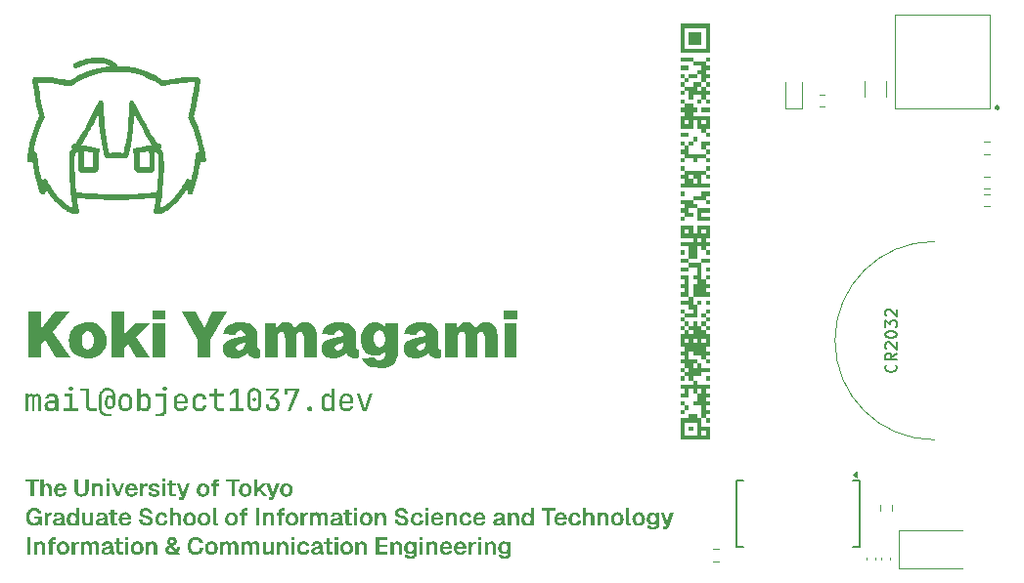
<source format=gbr>
%TF.GenerationSoftware,KiCad,Pcbnew,8.0.6*%
%TF.CreationDate,2025-06-16T01:38:39+09:00*%
%TF.ProjectId,card,63617264-2e6b-4696-9361-645f70636258,rev?*%
%TF.SameCoordinates,Original*%
%TF.FileFunction,Legend,Top*%
%TF.FilePolarity,Positive*%
%FSLAX46Y46*%
G04 Gerber Fmt 4.6, Leading zero omitted, Abs format (unit mm)*
G04 Created by KiCad (PCBNEW 8.0.6) date 2025-06-16 01:38:39*
%MOMM*%
%LPD*%
G01*
G04 APERTURE LIST*
%ADD10C,0.100000*%
%ADD11C,0.187500*%
%ADD12C,0.153000*%
%ADD13C,0.500000*%
%ADD14C,0.025000*%
%ADD15C,0.120000*%
%ADD16C,0.000000*%
%ADD17C,0.150000*%
%ADD18C,0.250000*%
G04 APERTURE END LIST*
D10*
X132800000Y-88300000D02*
G75*
G02*
X132800000Y-71100000I0J8600000D01*
G01*
D11*
G36*
X54576639Y-93202500D02*
G01*
X54849581Y-93202500D01*
X54849581Y-91939275D01*
X55300942Y-91939275D01*
X55300942Y-91701871D01*
X54123080Y-91701871D01*
X54123080Y-91939275D01*
X54576639Y-91939275D01*
X54576639Y-93202500D01*
G37*
G36*
X55426605Y-93202500D02*
G01*
X55695516Y-93202500D01*
X55695516Y-92552203D01*
X55702134Y-92472708D01*
X55726711Y-92394363D01*
X55776435Y-92326980D01*
X55846572Y-92286078D01*
X55921140Y-92272584D01*
X55934752Y-92272301D01*
X56010296Y-92285314D01*
X56073038Y-92332177D01*
X56107834Y-92401330D01*
X56123111Y-92481622D01*
X56125994Y-92545975D01*
X56125994Y-93202500D01*
X56394539Y-93202500D01*
X56394539Y-92480762D01*
X56388372Y-92390459D01*
X56370004Y-92308296D01*
X56339632Y-92235475D01*
X56297452Y-92173199D01*
X56243664Y-92122669D01*
X56178464Y-92085088D01*
X56102050Y-92061658D01*
X56014619Y-92053581D01*
X55938957Y-92059597D01*
X55857793Y-92081967D01*
X55786693Y-92121112D01*
X55728190Y-92177283D01*
X55695516Y-92227971D01*
X55695516Y-91701871D01*
X55426605Y-91701871D01*
X55426605Y-93202500D01*
G37*
G36*
X57198272Y-92056174D02*
G01*
X57281434Y-92069619D01*
X57357911Y-92094213D01*
X57427215Y-92129598D01*
X57488859Y-92175414D01*
X57542357Y-92231302D01*
X57587220Y-92296906D01*
X57622962Y-92371865D01*
X57649095Y-92455821D01*
X57665132Y-92548415D01*
X57670586Y-92649289D01*
X57670586Y-92710106D01*
X56874476Y-92710106D01*
X56879309Y-92764028D01*
X56897964Y-92842129D01*
X56936836Y-92916421D01*
X56992367Y-92969505D01*
X57063152Y-93001366D01*
X57147784Y-93011990D01*
X57220414Y-93003841D01*
X57288978Y-92975418D01*
X57346960Y-92920800D01*
X57380792Y-92853721D01*
X57655931Y-92870573D01*
X57627135Y-92949376D01*
X57586854Y-93019455D01*
X57535832Y-93080260D01*
X57474810Y-93131242D01*
X57404532Y-93171851D01*
X57325740Y-93201538D01*
X57239177Y-93219753D01*
X57145586Y-93225947D01*
X57084042Y-93223263D01*
X56997369Y-93209405D01*
X56917873Y-93184198D01*
X56846014Y-93148149D01*
X56782249Y-93101761D01*
X56727037Y-93045540D01*
X56680836Y-92979993D01*
X56644104Y-92905623D01*
X56617300Y-92822936D01*
X56600881Y-92732439D01*
X56595307Y-92634635D01*
X56597794Y-92570753D01*
X56603601Y-92529855D01*
X56874476Y-92529855D01*
X57393248Y-92529855D01*
X57391829Y-92513303D01*
X57377436Y-92438816D01*
X57345115Y-92367386D01*
X57288746Y-92308296D01*
X57214778Y-92274700D01*
X57139357Y-92265706D01*
X57125893Y-92265978D01*
X57051150Y-92278908D01*
X56978234Y-92317883D01*
X56922543Y-92381689D01*
X56889981Y-92455428D01*
X56874476Y-92529855D01*
X56603601Y-92529855D01*
X56610627Y-92480364D01*
X56633947Y-92397013D01*
X56667264Y-92321284D01*
X56710091Y-92253760D01*
X56761938Y-92195025D01*
X56822316Y-92145660D01*
X56890736Y-92106250D01*
X56966709Y-92077379D01*
X57049746Y-92059628D01*
X57139357Y-92053581D01*
X57198272Y-92056174D01*
G37*
G36*
X58982903Y-93225947D02*
G01*
X59082580Y-93220263D01*
X59174601Y-93203504D01*
X59258497Y-93176111D01*
X59333799Y-93138524D01*
X59400037Y-93091182D01*
X59456742Y-93034527D01*
X59503446Y-92968997D01*
X59539679Y-92895034D01*
X59564972Y-92813077D01*
X59578856Y-92723567D01*
X59581542Y-92659914D01*
X59581542Y-91701871D01*
X59308600Y-91701871D01*
X59308600Y-92659914D01*
X59303141Y-92734743D01*
X59281296Y-92815490D01*
X59243341Y-92881517D01*
X59189896Y-92932279D01*
X59121583Y-92967231D01*
X59039021Y-92985828D01*
X58982903Y-92988909D01*
X58892967Y-92980386D01*
X58816636Y-92955182D01*
X58754580Y-92913840D01*
X58707471Y-92856907D01*
X58675979Y-92784927D01*
X58660774Y-92698445D01*
X58659403Y-92659914D01*
X58659403Y-91701871D01*
X58386461Y-91701871D01*
X58386461Y-92659914D01*
X58392477Y-92754216D01*
X58410203Y-92841257D01*
X58439161Y-92920598D01*
X58478869Y-92991799D01*
X58528848Y-93054420D01*
X58588619Y-93108019D01*
X58657700Y-93152159D01*
X58735612Y-93186397D01*
X58821876Y-93210294D01*
X58916010Y-93223410D01*
X58982903Y-93225947D01*
G37*
G36*
X59864009Y-93202500D02*
G01*
X60132920Y-93202500D01*
X60132920Y-92566857D01*
X60139387Y-92484323D01*
X60163440Y-92402247D01*
X60203954Y-92339460D01*
X60270169Y-92291689D01*
X60341576Y-92273528D01*
X60368126Y-92272301D01*
X60450034Y-92287176D01*
X60514055Y-92339460D01*
X60547255Y-92414609D01*
X60560943Y-92499819D01*
X60563398Y-92566857D01*
X60563398Y-93202500D01*
X60831943Y-93202500D01*
X60831943Y-92480762D01*
X60825697Y-92389828D01*
X60807116Y-92307369D01*
X60776437Y-92234509D01*
X60733895Y-92172375D01*
X60679726Y-92122090D01*
X60614168Y-92084779D01*
X60537456Y-92061568D01*
X60449825Y-92053581D01*
X60368663Y-92060408D01*
X60294035Y-92081614D01*
X60227609Y-92118286D01*
X60171050Y-92171510D01*
X60126026Y-92242374D01*
X60113869Y-92270102D01*
X60107641Y-92077028D01*
X59864009Y-92077028D01*
X59864009Y-93202500D01*
G37*
G36*
X61108182Y-91918026D02*
G01*
X61387718Y-91918026D01*
X61387718Y-91678424D01*
X61108182Y-91678424D01*
X61108182Y-91918026D01*
G37*
G36*
X61112578Y-93202500D02*
G01*
X61381489Y-93202500D01*
X61381489Y-92077028D01*
X61112578Y-92077028D01*
X61112578Y-93202500D01*
G37*
G36*
X61962909Y-93202500D02*
G01*
X62282013Y-93202500D01*
X62691608Y-92077028D01*
X62408042Y-92077028D01*
X62122278Y-92931756D01*
X61836880Y-92077028D01*
X61553314Y-92077028D01*
X61962909Y-93202500D01*
G37*
G36*
X63360519Y-92056174D02*
G01*
X63443681Y-92069619D01*
X63520158Y-92094213D01*
X63589462Y-92129598D01*
X63651106Y-92175414D01*
X63704604Y-92231302D01*
X63749467Y-92296906D01*
X63785209Y-92371865D01*
X63811342Y-92455821D01*
X63827379Y-92548415D01*
X63832833Y-92649289D01*
X63832833Y-92710106D01*
X63036723Y-92710106D01*
X63041556Y-92764028D01*
X63060211Y-92842129D01*
X63099083Y-92916421D01*
X63154614Y-92969505D01*
X63225399Y-93001366D01*
X63310031Y-93011990D01*
X63382661Y-93003841D01*
X63451225Y-92975418D01*
X63509207Y-92920800D01*
X63543039Y-92853721D01*
X63818178Y-92870573D01*
X63789382Y-92949376D01*
X63749101Y-93019455D01*
X63698079Y-93080260D01*
X63637057Y-93131242D01*
X63566779Y-93171851D01*
X63487987Y-93201538D01*
X63401424Y-93219753D01*
X63307833Y-93225947D01*
X63246289Y-93223263D01*
X63159616Y-93209405D01*
X63080120Y-93184198D01*
X63008261Y-93148149D01*
X62944496Y-93101761D01*
X62889284Y-93045540D01*
X62843083Y-92979993D01*
X62806351Y-92905623D01*
X62779547Y-92822936D01*
X62763128Y-92732439D01*
X62757554Y-92634635D01*
X62760041Y-92570753D01*
X62765848Y-92529855D01*
X63036723Y-92529855D01*
X63555495Y-92529855D01*
X63554076Y-92513303D01*
X63539683Y-92438816D01*
X63507362Y-92367386D01*
X63450993Y-92308296D01*
X63377025Y-92274700D01*
X63301605Y-92265706D01*
X63288141Y-92265978D01*
X63213397Y-92278908D01*
X63140481Y-92317883D01*
X63084790Y-92381689D01*
X63052228Y-92455428D01*
X63036723Y-92529855D01*
X62765848Y-92529855D01*
X62772874Y-92480364D01*
X62796194Y-92397013D01*
X62829511Y-92321284D01*
X62872338Y-92253760D01*
X62924185Y-92195025D01*
X62984563Y-92145660D01*
X63052983Y-92106250D01*
X63128956Y-92077379D01*
X63211993Y-92059628D01*
X63301605Y-92053581D01*
X63360519Y-92056174D01*
G37*
G36*
X64042027Y-93202500D02*
G01*
X64310938Y-93202500D01*
X64310938Y-92552936D01*
X64317100Y-92479172D01*
X64340858Y-92409262D01*
X64391358Y-92351892D01*
X64466655Y-92318819D01*
X64551142Y-92308416D01*
X64567027Y-92308204D01*
X64671807Y-92308204D01*
X64671807Y-92077028D01*
X64569225Y-92077028D01*
X64485565Y-92086878D01*
X64416386Y-92117118D01*
X64361018Y-92168782D01*
X64318796Y-92242908D01*
X64300314Y-92295748D01*
X64294085Y-92077028D01*
X64042027Y-92077028D01*
X64042027Y-93202500D01*
G37*
G36*
X65271545Y-93225947D02*
G01*
X65349704Y-93222816D01*
X65444916Y-93209035D01*
X65528916Y-93184516D01*
X65600697Y-93149520D01*
X65659249Y-93104308D01*
X65712299Y-93033829D01*
X65741131Y-92948309D01*
X65745987Y-92889991D01*
X65737237Y-92808689D01*
X65709154Y-92739319D01*
X65658987Y-92680935D01*
X65583985Y-92632588D01*
X65504255Y-92600500D01*
X65432025Y-92579960D01*
X65348478Y-92562215D01*
X65286200Y-92551837D01*
X65203402Y-92535190D01*
X65126659Y-92507099D01*
X65073833Y-92450170D01*
X65065648Y-92398330D01*
X65088662Y-92323941D01*
X65149178Y-92278328D01*
X65224415Y-92260949D01*
X65258722Y-92259478D01*
X65332861Y-92267542D01*
X65405941Y-92300768D01*
X65455902Y-92362988D01*
X65474493Y-92434710D01*
X65475244Y-92444492D01*
X65748185Y-92432035D01*
X65735141Y-92356028D01*
X65709849Y-92285112D01*
X65671633Y-92220842D01*
X65619820Y-92164773D01*
X65553737Y-92118458D01*
X65472708Y-92083451D01*
X65376060Y-92061308D01*
X65292918Y-92054076D01*
X65263119Y-92053581D01*
X65179535Y-92057339D01*
X65103799Y-92068342D01*
X65015167Y-92093581D01*
X64940825Y-92130017D01*
X64880967Y-92176688D01*
X64826806Y-92247956D01*
X64795955Y-92331835D01*
X64788311Y-92406756D01*
X64796220Y-92489406D01*
X64822065Y-92559067D01*
X64869025Y-92617240D01*
X64940277Y-92665426D01*
X65016905Y-92697793D01*
X65112741Y-92725497D01*
X65198203Y-92743677D01*
X65229413Y-92749307D01*
X65311621Y-92765999D01*
X65382962Y-92787091D01*
X65448396Y-92829329D01*
X65466817Y-92894387D01*
X65442852Y-92967876D01*
X65373276Y-93008896D01*
X65296017Y-93019967D01*
X65273377Y-93020416D01*
X65192158Y-93013420D01*
X65120148Y-92988195D01*
X65064264Y-92938188D01*
X65032377Y-92867141D01*
X65025715Y-92835403D01*
X64750575Y-92847859D01*
X64763749Y-92927532D01*
X64790915Y-93000135D01*
X64832498Y-93064571D01*
X64888924Y-93119747D01*
X64960616Y-93164567D01*
X65048000Y-93197937D01*
X65124092Y-93214792D01*
X65209429Y-93224128D01*
X65271545Y-93225947D01*
G37*
G36*
X65951517Y-91918026D02*
G01*
X66231053Y-91918026D01*
X66231053Y-91678424D01*
X65951517Y-91678424D01*
X65951517Y-91918026D01*
G37*
G36*
X65955914Y-93202500D02*
G01*
X66224825Y-93202500D01*
X66224825Y-92077028D01*
X65955914Y-92077028D01*
X65955914Y-93202500D01*
G37*
G36*
X66900767Y-93202500D02*
G01*
X67140003Y-93202500D01*
X67140003Y-92994771D01*
X66982466Y-92994771D01*
X66908463Y-92983734D01*
X66854560Y-92928386D01*
X66843981Y-92855553D01*
X66843981Y-92285123D01*
X67140003Y-92285123D01*
X67140003Y-92077028D01*
X66843981Y-92077028D01*
X66843981Y-91814712D01*
X66575069Y-91814712D01*
X66575069Y-92077028D01*
X66398482Y-92077028D01*
X66398482Y-92285123D01*
X66575069Y-92285123D01*
X66575069Y-92880832D01*
X66579928Y-92958712D01*
X66599874Y-93040105D01*
X66635595Y-93104323D01*
X66699826Y-93159551D01*
X66771609Y-93188080D01*
X66860401Y-93201338D01*
X66900767Y-93202500D01*
G37*
G36*
X67401587Y-93507315D02*
G01*
X67592463Y-93507315D01*
X67676295Y-93500992D01*
X67754966Y-93476867D01*
X67816035Y-93433433D01*
X67862653Y-93369357D01*
X67888852Y-93310211D01*
X68327756Y-92077028D01*
X68048220Y-92077028D01*
X67779309Y-92898417D01*
X67497941Y-92077028D01*
X67218771Y-92077028D01*
X67619940Y-93149010D01*
X67697609Y-93149010D01*
X67666102Y-93226313D01*
X67621304Y-93284726D01*
X67544103Y-93299586D01*
X67401587Y-93299586D01*
X67401587Y-93507315D01*
G37*
G36*
X69560941Y-92056264D02*
G01*
X69646872Y-92070103D01*
X69725979Y-92095249D01*
X69797741Y-92131171D01*
X69861632Y-92177338D01*
X69917131Y-92233219D01*
X69963712Y-92298283D01*
X70000853Y-92372001D01*
X70028031Y-92453840D01*
X70044721Y-92543272D01*
X70050401Y-92639764D01*
X70047863Y-92704911D01*
X70034785Y-92796817D01*
X70011045Y-92881278D01*
X69977167Y-92957770D01*
X69933674Y-93025768D01*
X69881090Y-93084745D01*
X69819938Y-93134177D01*
X69750742Y-93173538D01*
X69674025Y-93202304D01*
X69590310Y-93219949D01*
X69500122Y-93225947D01*
X69438855Y-93223268D01*
X69352372Y-93209447D01*
X69272838Y-93184330D01*
X69200763Y-93148442D01*
X69136652Y-93102309D01*
X69081013Y-93046455D01*
X69034352Y-92981406D01*
X68997178Y-92907687D01*
X68969998Y-92825824D01*
X68953317Y-92736341D01*
X68947644Y-92639764D01*
X69226814Y-92639764D01*
X69227103Y-92661352D01*
X69233969Y-92741778D01*
X69255078Y-92828488D01*
X69289604Y-92899081D01*
X69347989Y-92961374D01*
X69423994Y-92997881D01*
X69500122Y-93007594D01*
X69531538Y-93006027D01*
X69615068Y-92982939D01*
X69681751Y-92933363D01*
X69723740Y-92872830D01*
X69752776Y-92795692D01*
X69766294Y-92722573D01*
X69770865Y-92639764D01*
X69770577Y-92618371D01*
X69763742Y-92538508D01*
X69742752Y-92452099D01*
X69708467Y-92381485D01*
X69650577Y-92318932D01*
X69575348Y-92282125D01*
X69500122Y-92272301D01*
X69468314Y-92273888D01*
X69383847Y-92297208D01*
X69316536Y-92347093D01*
X69274218Y-92407775D01*
X69244995Y-92484821D01*
X69231405Y-92557602D01*
X69226814Y-92639764D01*
X68947644Y-92639764D01*
X68950178Y-92574678D01*
X68963246Y-92482834D01*
X68986983Y-92398404D01*
X69020882Y-92321920D01*
X69064437Y-92253913D01*
X69117139Y-92194911D01*
X69178482Y-92145448D01*
X69247960Y-92106052D01*
X69325063Y-92077255D01*
X69409286Y-92059588D01*
X69500122Y-92053581D01*
X69560941Y-92056264D01*
G37*
G36*
X70333600Y-93202500D02*
G01*
X70604344Y-93202500D01*
X70604344Y-92311502D01*
X70883879Y-92311502D01*
X70883879Y-92103773D01*
X70604344Y-92103773D01*
X70604344Y-92044056D01*
X70618241Y-91968690D01*
X70673432Y-91918656D01*
X70730373Y-91909966D01*
X70898534Y-91909966D01*
X70898534Y-91701871D01*
X70680181Y-91701871D01*
X70597128Y-91707605D01*
X70509876Y-91730342D01*
X70440623Y-91769414D01*
X70388933Y-91823792D01*
X70354369Y-91892444D01*
X70336495Y-91974338D01*
X70333600Y-92029401D01*
X70333600Y-92103773D01*
X70173866Y-92103773D01*
X70173866Y-92311502D01*
X70333600Y-92311502D01*
X70333600Y-93202500D01*
G37*
G36*
X71940840Y-93202500D02*
G01*
X72213782Y-93202500D01*
X72213782Y-91939275D01*
X72665143Y-91939275D01*
X72665143Y-91701871D01*
X71487281Y-91701871D01*
X71487281Y-91939275D01*
X71940840Y-91939275D01*
X71940840Y-93202500D01*
G37*
G36*
X73217256Y-92056264D02*
G01*
X73303187Y-92070103D01*
X73382295Y-92095249D01*
X73454056Y-92131171D01*
X73517948Y-92177338D01*
X73573446Y-92233219D01*
X73620027Y-92298283D01*
X73657169Y-92372001D01*
X73684346Y-92453840D01*
X73701036Y-92543272D01*
X73706716Y-92639764D01*
X73704179Y-92704911D01*
X73691101Y-92796817D01*
X73667361Y-92881278D01*
X73633483Y-92957770D01*
X73589990Y-93025768D01*
X73537406Y-93084745D01*
X73476254Y-93134177D01*
X73407057Y-93173538D01*
X73330340Y-93202304D01*
X73246626Y-93219949D01*
X73156437Y-93225947D01*
X73095170Y-93223268D01*
X73008687Y-93209447D01*
X72929154Y-93184330D01*
X72857078Y-93148442D01*
X72792967Y-93102309D01*
X72737328Y-93046455D01*
X72690668Y-92981406D01*
X72653494Y-92907687D01*
X72626313Y-92825824D01*
X72609633Y-92736341D01*
X72603960Y-92639764D01*
X72883129Y-92639764D01*
X72883418Y-92661352D01*
X72890285Y-92741778D01*
X72911394Y-92828488D01*
X72945919Y-92899081D01*
X73004304Y-92961374D01*
X73080309Y-92997881D01*
X73156437Y-93007594D01*
X73187854Y-93006027D01*
X73271384Y-92982939D01*
X73338067Y-92933363D01*
X73380056Y-92872830D01*
X73409091Y-92795692D01*
X73422609Y-92722573D01*
X73427180Y-92639764D01*
X73426892Y-92618371D01*
X73420057Y-92538508D01*
X73399068Y-92452099D01*
X73364783Y-92381485D01*
X73306893Y-92318932D01*
X73231663Y-92282125D01*
X73156437Y-92272301D01*
X73124629Y-92273888D01*
X73040162Y-92297208D01*
X72972851Y-92347093D01*
X72930533Y-92407775D01*
X72901310Y-92484821D01*
X72887720Y-92557602D01*
X72883129Y-92639764D01*
X72603960Y-92639764D01*
X72606494Y-92574678D01*
X72619561Y-92482834D01*
X72643298Y-92398404D01*
X72677197Y-92321920D01*
X72720752Y-92253913D01*
X72773454Y-92194911D01*
X72834798Y-92145448D01*
X72904275Y-92106052D01*
X72981379Y-92077255D01*
X73065602Y-92059588D01*
X73156437Y-92053581D01*
X73217256Y-92056264D01*
G37*
G36*
X73913346Y-93202500D02*
G01*
X74182257Y-93202500D01*
X74182257Y-92892922D01*
X74358478Y-92705343D01*
X74686008Y-93202500D01*
X74988625Y-93202500D01*
X74535066Y-92545242D01*
X74973970Y-92077028D01*
X74642044Y-92077028D01*
X74182257Y-92585176D01*
X74182257Y-91701871D01*
X73913346Y-91701871D01*
X73913346Y-93202500D01*
G37*
G36*
X75164113Y-93507315D02*
G01*
X75354989Y-93507315D01*
X75438821Y-93500992D01*
X75517492Y-93476867D01*
X75578561Y-93433433D01*
X75625179Y-93369357D01*
X75651378Y-93310211D01*
X76090282Y-92077028D01*
X75810746Y-92077028D01*
X75541835Y-92898417D01*
X75260467Y-92077028D01*
X74981297Y-92077028D01*
X75382466Y-93149010D01*
X75460136Y-93149010D01*
X75428628Y-93226313D01*
X75383830Y-93284726D01*
X75306629Y-93299586D01*
X75164113Y-93299586D01*
X75164113Y-93507315D01*
G37*
G36*
X76769524Y-92056264D02*
G01*
X76855455Y-92070103D01*
X76934563Y-92095249D01*
X77006324Y-92131171D01*
X77070216Y-92177338D01*
X77125714Y-92233219D01*
X77172295Y-92298283D01*
X77209437Y-92372001D01*
X77236614Y-92453840D01*
X77253304Y-92543272D01*
X77258984Y-92639764D01*
X77256447Y-92704911D01*
X77243369Y-92796817D01*
X77219629Y-92881278D01*
X77185751Y-92957770D01*
X77142258Y-93025768D01*
X77089674Y-93084745D01*
X77028522Y-93134177D01*
X76959325Y-93173538D01*
X76882608Y-93202304D01*
X76798894Y-93219949D01*
X76708705Y-93225947D01*
X76647438Y-93223268D01*
X76560955Y-93209447D01*
X76481422Y-93184330D01*
X76409346Y-93148442D01*
X76345235Y-93102309D01*
X76289596Y-93046455D01*
X76242936Y-92981406D01*
X76205762Y-92907687D01*
X76178581Y-92825824D01*
X76161901Y-92736341D01*
X76156228Y-92639764D01*
X76435397Y-92639764D01*
X76435686Y-92661352D01*
X76442553Y-92741778D01*
X76463662Y-92828488D01*
X76498187Y-92899081D01*
X76556572Y-92961374D01*
X76632577Y-92997881D01*
X76708705Y-93007594D01*
X76740122Y-93006027D01*
X76823652Y-92982939D01*
X76890335Y-92933363D01*
X76932324Y-92872830D01*
X76961359Y-92795692D01*
X76974877Y-92722573D01*
X76979448Y-92639764D01*
X76979160Y-92618371D01*
X76972325Y-92538508D01*
X76951336Y-92452099D01*
X76917051Y-92381485D01*
X76859161Y-92318932D01*
X76783931Y-92282125D01*
X76708705Y-92272301D01*
X76676897Y-92273888D01*
X76592430Y-92297208D01*
X76525119Y-92347093D01*
X76482801Y-92407775D01*
X76453578Y-92484821D01*
X76439988Y-92557602D01*
X76435397Y-92639764D01*
X76156228Y-92639764D01*
X76158761Y-92574678D01*
X76171829Y-92482834D01*
X76195566Y-92398404D01*
X76229465Y-92321920D01*
X76273020Y-92253913D01*
X76325722Y-92194911D01*
X76387066Y-92145448D01*
X76456543Y-92106052D01*
X76533647Y-92077255D01*
X76617870Y-92059588D01*
X76708705Y-92053581D01*
X76769524Y-92056264D01*
G37*
G36*
X54870464Y-95745947D02*
G01*
X54947691Y-95741236D01*
X55021097Y-95727491D01*
X55106212Y-95698497D01*
X55182428Y-95657442D01*
X55248119Y-95605465D01*
X55301659Y-95543708D01*
X55334647Y-95488026D01*
X55347470Y-95722500D01*
X55523691Y-95722500D01*
X55523691Y-94948738D01*
X54889515Y-94948738D01*
X54889515Y-95160863D01*
X55256978Y-95160863D01*
X55242952Y-95249353D01*
X55211465Y-95328764D01*
X55163467Y-95396674D01*
X55099903Y-95450659D01*
X55021721Y-95488296D01*
X54949289Y-95505007D01*
X54889515Y-95508909D01*
X54812750Y-95503076D01*
X54723062Y-95478000D01*
X54647560Y-95434681D01*
X54585932Y-95374786D01*
X54537862Y-95299980D01*
X54503038Y-95211930D01*
X54485425Y-95138202D01*
X54474954Y-95058663D01*
X54471493Y-94974017D01*
X54474952Y-94891575D01*
X54485411Y-94813202D01*
X54502990Y-94739781D01*
X54537715Y-94651114D01*
X54585602Y-94574909D01*
X54646939Y-94513258D01*
X54722014Y-94468251D01*
X54811114Y-94441979D01*
X54887316Y-94435828D01*
X54962450Y-94441077D01*
X55042186Y-94461706D01*
X55107112Y-94496771D01*
X55166902Y-94556095D01*
X55208579Y-94632141D01*
X55230739Y-94706687D01*
X55233897Y-94722691D01*
X55519661Y-94708037D01*
X55498455Y-94625793D01*
X55470102Y-94549042D01*
X55434336Y-94478352D01*
X55390887Y-94414289D01*
X55339488Y-94357421D01*
X55279871Y-94308313D01*
X55211768Y-94267534D01*
X55134910Y-94235650D01*
X55049030Y-94213228D01*
X54953859Y-94200835D01*
X54885118Y-94198424D01*
X54805346Y-94202272D01*
X54729873Y-94213598D01*
X54658815Y-94232075D01*
X54560764Y-94272481D01*
X54473306Y-94327134D01*
X54396837Y-94394930D01*
X54331750Y-94474763D01*
X54278442Y-94565529D01*
X54237306Y-94666122D01*
X54216840Y-94738099D01*
X54202076Y-94813626D01*
X54193132Y-94892374D01*
X54190125Y-94974017D01*
X54193085Y-95057189D01*
X54201882Y-95136986D01*
X54216398Y-95213134D01*
X54236510Y-95285358D01*
X54276909Y-95385735D01*
X54329221Y-95475737D01*
X54393040Y-95554437D01*
X54467957Y-95620908D01*
X54553566Y-95674221D01*
X54649458Y-95713451D01*
X54755227Y-95737668D01*
X54831024Y-95745016D01*
X54870464Y-95745947D01*
G37*
G36*
X55770987Y-95722500D02*
G01*
X56039898Y-95722500D01*
X56039898Y-95072936D01*
X56046060Y-94999172D01*
X56069818Y-94929262D01*
X56120318Y-94871892D01*
X56195615Y-94838819D01*
X56280103Y-94828416D01*
X56295987Y-94828204D01*
X56400767Y-94828204D01*
X56400767Y-94597028D01*
X56298185Y-94597028D01*
X56214526Y-94606878D01*
X56145346Y-94637118D01*
X56089978Y-94688782D01*
X56047756Y-94762908D01*
X56029274Y-94815748D01*
X56023046Y-94597028D01*
X55770987Y-94597028D01*
X55770987Y-95722500D01*
G37*
G36*
X57094998Y-94577982D02*
G01*
X57172558Y-94591051D01*
X57263201Y-94621617D01*
X57339111Y-94666768D01*
X57400139Y-94726030D01*
X57446134Y-94798933D01*
X57476945Y-94885003D01*
X57489999Y-94957913D01*
X57494364Y-95037765D01*
X57494364Y-95441864D01*
X57497366Y-95475511D01*
X57557379Y-95518801D01*
X57592916Y-95518801D01*
X57592916Y-95714439D01*
X57569380Y-95718095D01*
X57494364Y-95722500D01*
X57483022Y-95722369D01*
X57399823Y-95711138D01*
X57332518Y-95679014D01*
X57284610Y-95622084D01*
X57261357Y-95548843D01*
X57236116Y-95591603D01*
X57184305Y-95647481D01*
X57117376Y-95692183D01*
X57037154Y-95724288D01*
X56961466Y-95740395D01*
X56878872Y-95745947D01*
X56878872Y-95739352D01*
X56814889Y-95736448D01*
X56736774Y-95723700D01*
X56651940Y-95693950D01*
X56582951Y-95649429D01*
X56531534Y-95590756D01*
X56499418Y-95518552D01*
X56488328Y-95433438D01*
X56489911Y-95414387D01*
X56767498Y-95414387D01*
X56767670Y-95422514D01*
X56791802Y-95495802D01*
X56854831Y-95536946D01*
X56933461Y-95544080D01*
X56933461Y-95550675D01*
X56981976Y-95547736D01*
X57067689Y-95525057D01*
X57136744Y-95481825D01*
X57187257Y-95420255D01*
X57217343Y-95342565D01*
X57225453Y-95267109D01*
X57225453Y-95204094D01*
X56935659Y-95263079D01*
X56924636Y-95265322D01*
X56851017Y-95289003D01*
X56789117Y-95338305D01*
X56767498Y-95414387D01*
X56489911Y-95414387D01*
X56493956Y-95365722D01*
X56516896Y-95292270D01*
X56557642Y-95230487D01*
X56616336Y-95179551D01*
X56693120Y-95138641D01*
X56767669Y-95112579D01*
X56853960Y-95091987D01*
X57225453Y-95019080D01*
X57222026Y-94964070D01*
X57199627Y-94884894D01*
X57148725Y-94821503D01*
X57082304Y-94790211D01*
X57009298Y-94781676D01*
X56931815Y-94790266D01*
X56862618Y-94820656D01*
X56808422Y-94880131D01*
X56780321Y-94954600D01*
X56507379Y-94942144D01*
X56511900Y-94920489D01*
X56537844Y-94839837D01*
X56576014Y-94769038D01*
X56625942Y-94708498D01*
X56687161Y-94658627D01*
X56759202Y-94619831D01*
X56841598Y-94592519D01*
X56933880Y-94577098D01*
X57009298Y-94573581D01*
X57094998Y-94577982D01*
G37*
G36*
X58763817Y-95722500D02*
G01*
X58507728Y-95722500D01*
X58501500Y-95555071D01*
X58488905Y-95576957D01*
X58442263Y-95635436D01*
X58383643Y-95682459D01*
X58314726Y-95717141D01*
X58237191Y-95738598D01*
X58152721Y-95745947D01*
X58152721Y-95747779D01*
X58100416Y-95745144D01*
X58026902Y-95731525D01*
X57938662Y-95696041D01*
X57862360Y-95641760D01*
X57798828Y-95569776D01*
X57760060Y-95504830D01*
X57729296Y-95431003D01*
X57706887Y-95348759D01*
X57693183Y-95258558D01*
X57688538Y-95160863D01*
X57688573Y-95159764D01*
X57967707Y-95159764D01*
X57972541Y-95240157D01*
X57991575Y-95328777D01*
X58024004Y-95402945D01*
X58079030Y-95470970D01*
X58149811Y-95513908D01*
X58234420Y-95529426D01*
X58234420Y-95527594D01*
X58249769Y-95527213D01*
X58332836Y-95509157D01*
X58399769Y-95464697D01*
X58449653Y-95394719D01*
X58477543Y-95317547D01*
X58490520Y-95243835D01*
X58494905Y-95159764D01*
X58494635Y-95137661D01*
X58488206Y-95055818D01*
X58468360Y-94968528D01*
X58435745Y-94898287D01*
X58380283Y-94837057D01*
X58307628Y-94801627D01*
X58234420Y-94792301D01*
X58204437Y-94793912D01*
X58123658Y-94817517D01*
X58057929Y-94867803D01*
X58015854Y-94928719D01*
X57986352Y-95005748D01*
X57972451Y-95078233D01*
X57967707Y-95159764D01*
X57688573Y-95159764D01*
X57690659Y-95094919D01*
X57701606Y-95002149D01*
X57721499Y-94917168D01*
X57749922Y-94840441D01*
X57786458Y-94772435D01*
X57830690Y-94713613D01*
X57900919Y-94650278D01*
X57983103Y-94605203D01*
X58076254Y-94579493D01*
X58152721Y-94573581D01*
X58237587Y-94580766D01*
X58314185Y-94601692D01*
X58381354Y-94635417D01*
X58446255Y-94689684D01*
X58494905Y-94758595D01*
X58494905Y-94221871D01*
X58763817Y-94221871D01*
X58763817Y-95722500D01*
G37*
G36*
X59389567Y-95745947D02*
G01*
X59462759Y-95740762D01*
X59540979Y-95720975D01*
X59608413Y-95686593D01*
X59664743Y-95637835D01*
X59709651Y-95574919D01*
X59727721Y-95538218D01*
X59731751Y-95722500D01*
X59977581Y-95722500D01*
X59977581Y-94597028D01*
X59708670Y-94597028D01*
X59708670Y-95244760D01*
X59702612Y-95324692D01*
X59679852Y-95403727D01*
X59633076Y-95471959D01*
X59565881Y-95513539D01*
X59493114Y-95527304D01*
X59479692Y-95527594D01*
X59404193Y-95515279D01*
X59341572Y-95469898D01*
X59306891Y-95401324D01*
X59291684Y-95320061D01*
X59288817Y-95253920D01*
X59288817Y-94597028D01*
X59019905Y-94597028D01*
X59019905Y-95321331D01*
X59026398Y-95416362D01*
X59045465Y-95500506D01*
X59076494Y-95573212D01*
X59118869Y-95633931D01*
X59186861Y-95692136D01*
X59270424Y-95729679D01*
X59347681Y-95744116D01*
X59389567Y-95745947D01*
G37*
G36*
X60814328Y-94577982D02*
G01*
X60891888Y-94591051D01*
X60982531Y-94621617D01*
X61058442Y-94666768D01*
X61119469Y-94726030D01*
X61165464Y-94798933D01*
X61196275Y-94885003D01*
X61209329Y-94957913D01*
X61213695Y-95037765D01*
X61213695Y-95441864D01*
X61216696Y-95475511D01*
X61276709Y-95518801D01*
X61312247Y-95518801D01*
X61312247Y-95714439D01*
X61288710Y-95718095D01*
X61213695Y-95722500D01*
X61202352Y-95722369D01*
X61119153Y-95711138D01*
X61051848Y-95679014D01*
X61003940Y-95622084D01*
X60980687Y-95548843D01*
X60955446Y-95591603D01*
X60903635Y-95647481D01*
X60836706Y-95692183D01*
X60756484Y-95724288D01*
X60680797Y-95740395D01*
X60598203Y-95745947D01*
X60598203Y-95739352D01*
X60534219Y-95736448D01*
X60456104Y-95723700D01*
X60371270Y-95693950D01*
X60302281Y-95649429D01*
X60250864Y-95590756D01*
X60218748Y-95518552D01*
X60207658Y-95433438D01*
X60209241Y-95414387D01*
X60486828Y-95414387D01*
X60487000Y-95422514D01*
X60511132Y-95495802D01*
X60574162Y-95536946D01*
X60652791Y-95544080D01*
X60652791Y-95550675D01*
X60701306Y-95547736D01*
X60787020Y-95525057D01*
X60856074Y-95481825D01*
X60906587Y-95420255D01*
X60936673Y-95342565D01*
X60944783Y-95267109D01*
X60944783Y-95204094D01*
X60654989Y-95263079D01*
X60643966Y-95265322D01*
X60570347Y-95289003D01*
X60508447Y-95338305D01*
X60486828Y-95414387D01*
X60209241Y-95414387D01*
X60213286Y-95365722D01*
X60236226Y-95292270D01*
X60276972Y-95230487D01*
X60335666Y-95179551D01*
X60412450Y-95138641D01*
X60486999Y-95112579D01*
X60573290Y-95091987D01*
X60944783Y-95019080D01*
X60941356Y-94964070D01*
X60918957Y-94884894D01*
X60868055Y-94821503D01*
X60801634Y-94790211D01*
X60728628Y-94781676D01*
X60651145Y-94790266D01*
X60581948Y-94820656D01*
X60527752Y-94880131D01*
X60499651Y-94954600D01*
X60226709Y-94942144D01*
X60231230Y-94920489D01*
X60257174Y-94839837D01*
X60295344Y-94769038D01*
X60345272Y-94708498D01*
X60406491Y-94658627D01*
X60478532Y-94619831D01*
X60560928Y-94592519D01*
X60653210Y-94577098D01*
X60728628Y-94573581D01*
X60814328Y-94577982D01*
G37*
G36*
X61843475Y-95722500D02*
G01*
X62082711Y-95722500D01*
X62082711Y-95514771D01*
X61925174Y-95514771D01*
X61851170Y-95503734D01*
X61797268Y-95448386D01*
X61786688Y-95375553D01*
X61786688Y-94805123D01*
X62082711Y-94805123D01*
X62082711Y-94597028D01*
X61786688Y-94597028D01*
X61786688Y-94334712D01*
X61517777Y-94334712D01*
X61517777Y-94597028D01*
X61341189Y-94597028D01*
X61341189Y-94805123D01*
X61517777Y-94805123D01*
X61517777Y-95400832D01*
X61522636Y-95478712D01*
X61542582Y-95560105D01*
X61578303Y-95624323D01*
X61642534Y-95679551D01*
X61714317Y-95708080D01*
X61803109Y-95721338D01*
X61843475Y-95722500D01*
G37*
G36*
X62799249Y-94576174D02*
G01*
X62882411Y-94589619D01*
X62958888Y-94614213D01*
X63028192Y-94649598D01*
X63089836Y-94695414D01*
X63143334Y-94751302D01*
X63188197Y-94816906D01*
X63223939Y-94891865D01*
X63250072Y-94975821D01*
X63266109Y-95068415D01*
X63271563Y-95169289D01*
X63271563Y-95230106D01*
X62475453Y-95230106D01*
X62480286Y-95284028D01*
X62498940Y-95362129D01*
X62537813Y-95436421D01*
X62593344Y-95489505D01*
X62664129Y-95521366D01*
X62748761Y-95531990D01*
X62821391Y-95523841D01*
X62889955Y-95495418D01*
X62947937Y-95440800D01*
X62981769Y-95373721D01*
X63256908Y-95390573D01*
X63228112Y-95469376D01*
X63187831Y-95539455D01*
X63136809Y-95600260D01*
X63075787Y-95651242D01*
X63005508Y-95691851D01*
X62926717Y-95721538D01*
X62840154Y-95739753D01*
X62746563Y-95745947D01*
X62685019Y-95743263D01*
X62598346Y-95729405D01*
X62518850Y-95704198D01*
X62446991Y-95668149D01*
X62383226Y-95621761D01*
X62328014Y-95565540D01*
X62281813Y-95499993D01*
X62245081Y-95425623D01*
X62218277Y-95342936D01*
X62201858Y-95252439D01*
X62196284Y-95154635D01*
X62198771Y-95090753D01*
X62204578Y-95049855D01*
X62475453Y-95049855D01*
X62994225Y-95049855D01*
X62992806Y-95033303D01*
X62978413Y-94958816D01*
X62946092Y-94887386D01*
X62889723Y-94828296D01*
X62815755Y-94794700D01*
X62740334Y-94785706D01*
X62726870Y-94785978D01*
X62652127Y-94798908D01*
X62579211Y-94837883D01*
X62523519Y-94901689D01*
X62490958Y-94975428D01*
X62475453Y-95049855D01*
X62204578Y-95049855D01*
X62211604Y-95000364D01*
X62234924Y-94917013D01*
X62268241Y-94841284D01*
X62311068Y-94773760D01*
X62362915Y-94715025D01*
X62423293Y-94665660D01*
X62491713Y-94626250D01*
X62567686Y-94597379D01*
X62650723Y-94579628D01*
X62740334Y-94573581D01*
X62799249Y-94576174D01*
G37*
G36*
X64581681Y-95745947D02*
G01*
X64673656Y-95741522D01*
X64759014Y-95728474D01*
X64837225Y-95707147D01*
X64907758Y-95677882D01*
X64988941Y-95627107D01*
X65054273Y-95563641D01*
X65102497Y-95488295D01*
X65132353Y-95401881D01*
X65142585Y-95305211D01*
X65136024Y-95225995D01*
X65115308Y-95153645D01*
X65078887Y-95087983D01*
X65025211Y-95028835D01*
X64952730Y-94976023D01*
X64885097Y-94940467D01*
X64805360Y-94908302D01*
X64712866Y-94879455D01*
X64606960Y-94853850D01*
X64515949Y-94831693D01*
X64441948Y-94809863D01*
X64371077Y-94781438D01*
X64306978Y-94735855D01*
X64274501Y-94668942D01*
X64271004Y-94627070D01*
X64288578Y-94548680D01*
X64339057Y-94487669D01*
X64407570Y-94451727D01*
X64482587Y-94436038D01*
X64525261Y-94433996D01*
X64607841Y-94441819D01*
X64678257Y-94464374D01*
X64746499Y-94508964D01*
X64796774Y-94570439D01*
X64828835Y-94646438D01*
X64839968Y-94704007D01*
X65115108Y-94691550D01*
X65101461Y-94613522D01*
X65079276Y-94540199D01*
X65048550Y-94472231D01*
X65009286Y-94410264D01*
X64943649Y-94338101D01*
X64884459Y-94292662D01*
X64816730Y-94255387D01*
X64740461Y-94226924D01*
X64655653Y-94207922D01*
X64562305Y-94199030D01*
X64529291Y-94198424D01*
X64438912Y-94203102D01*
X64355755Y-94216797D01*
X64280185Y-94239003D01*
X64212566Y-94269213D01*
X64135404Y-94321065D01*
X64073887Y-94385041D01*
X64028878Y-94459940D01*
X64001239Y-94544558D01*
X63991835Y-94637695D01*
X63998507Y-94721899D01*
X64019249Y-94794619D01*
X64066616Y-94871442D01*
X64122985Y-94923297D01*
X64196954Y-94968091D01*
X64264633Y-94997871D01*
X64343281Y-95025019D01*
X64433357Y-95050108D01*
X64499982Y-95065975D01*
X64579290Y-95085843D01*
X64666491Y-95112564D01*
X64734504Y-95140063D01*
X64805327Y-95184001D01*
X64852996Y-95250558D01*
X64863415Y-95319499D01*
X64849172Y-95393869D01*
X64799441Y-95456622D01*
X64728488Y-95491991D01*
X64648589Y-95507738D01*
X64586078Y-95510741D01*
X64496190Y-95503064D01*
X64419550Y-95480348D01*
X64356148Y-95443061D01*
X64297530Y-95379744D01*
X64263224Y-95312055D01*
X64242131Y-95231298D01*
X64239497Y-95213620D01*
X63962159Y-95230106D01*
X63973972Y-95314027D01*
X63996225Y-95392124D01*
X64028619Y-95463866D01*
X64070854Y-95528722D01*
X64122627Y-95586162D01*
X64183639Y-95635654D01*
X64253589Y-95676669D01*
X64332176Y-95708675D01*
X64419099Y-95731142D01*
X64514059Y-95743539D01*
X64581681Y-95745947D01*
G37*
G36*
X65906821Y-95745947D02*
G01*
X65985422Y-95741523D01*
X66059163Y-95728486D01*
X66149168Y-95698313D01*
X66228721Y-95654285D01*
X66296788Y-95597236D01*
X66352332Y-95527998D01*
X66394321Y-95447404D01*
X66421719Y-95356287D01*
X66429623Y-95307042D01*
X66152285Y-95294586D01*
X66133023Y-95374589D01*
X66092929Y-95446394D01*
X66036136Y-95495407D01*
X65965038Y-95522041D01*
X65906821Y-95527594D01*
X65830693Y-95517881D01*
X65754688Y-95481374D01*
X65696303Y-95419081D01*
X65661778Y-95348488D01*
X65640669Y-95261778D01*
X65633802Y-95181352D01*
X65633513Y-95159764D01*
X65638104Y-95077602D01*
X65651694Y-95004821D01*
X65680917Y-94927775D01*
X65723235Y-94867093D01*
X65790546Y-94817208D01*
X65875013Y-94793888D01*
X65906821Y-94792301D01*
X65986425Y-94803050D01*
X66053217Y-94834963D01*
X66105216Y-94887531D01*
X66140445Y-94960249D01*
X66152285Y-95010654D01*
X66429623Y-94995999D01*
X66415690Y-94923950D01*
X66383819Y-94837372D01*
X66337763Y-94762118D01*
X66278621Y-94698712D01*
X66207492Y-94647677D01*
X66125475Y-94609536D01*
X66033669Y-94584815D01*
X65959052Y-94575395D01*
X65906821Y-94573581D01*
X65815986Y-94579641D01*
X65731762Y-94597444D01*
X65654659Y-94626427D01*
X65585182Y-94666027D01*
X65523838Y-94715681D01*
X65471136Y-94774825D01*
X65427581Y-94842897D01*
X65393682Y-94919332D01*
X65369945Y-95003567D01*
X65356877Y-95095040D01*
X65354344Y-95159764D01*
X65360016Y-95256341D01*
X65376697Y-95345824D01*
X65403878Y-95427687D01*
X65441052Y-95501406D01*
X65487712Y-95566455D01*
X65543351Y-95622309D01*
X65607462Y-95668442D01*
X65679538Y-95704330D01*
X65759071Y-95729447D01*
X65845554Y-95743268D01*
X65906821Y-95745947D01*
G37*
G36*
X66616835Y-95722500D02*
G01*
X66885746Y-95722500D01*
X66885746Y-95072203D01*
X66892364Y-94992708D01*
X66916941Y-94914363D01*
X66966666Y-94846980D01*
X67036802Y-94806078D01*
X67111370Y-94792584D01*
X67124982Y-94792301D01*
X67200526Y-94805314D01*
X67263268Y-94852177D01*
X67298065Y-94921330D01*
X67313341Y-95001622D01*
X67316224Y-95065975D01*
X67316224Y-95722500D01*
X67584769Y-95722500D01*
X67584769Y-95000762D01*
X67578603Y-94910459D01*
X67560234Y-94828296D01*
X67529862Y-94755475D01*
X67487683Y-94693199D01*
X67433894Y-94642669D01*
X67368694Y-94605088D01*
X67292280Y-94581658D01*
X67204849Y-94573581D01*
X67129188Y-94579597D01*
X67048023Y-94601967D01*
X66976924Y-94641112D01*
X66918420Y-94697283D01*
X66885746Y-94747971D01*
X66885746Y-94221871D01*
X66616835Y-94221871D01*
X66616835Y-95722500D01*
G37*
G36*
X68398833Y-94576264D02*
G01*
X68484764Y-94590103D01*
X68563872Y-94615249D01*
X68635633Y-94651171D01*
X68699525Y-94697338D01*
X68755023Y-94753219D01*
X68801604Y-94818283D01*
X68838746Y-94892001D01*
X68865923Y-94973840D01*
X68882614Y-95063272D01*
X68888293Y-95159764D01*
X68885756Y-95224911D01*
X68872678Y-95316817D01*
X68848938Y-95401278D01*
X68815060Y-95477770D01*
X68771567Y-95545768D01*
X68718983Y-95604745D01*
X68657831Y-95654177D01*
X68588635Y-95693538D01*
X68511917Y-95722304D01*
X68428203Y-95739949D01*
X68338014Y-95745947D01*
X68276748Y-95743268D01*
X68190264Y-95729447D01*
X68110731Y-95704330D01*
X68038655Y-95668442D01*
X67974544Y-95622309D01*
X67918905Y-95566455D01*
X67872245Y-95501406D01*
X67835071Y-95427687D01*
X67807890Y-95345824D01*
X67791210Y-95256341D01*
X67785537Y-95159764D01*
X68064706Y-95159764D01*
X68064995Y-95181352D01*
X68071862Y-95261778D01*
X68092971Y-95348488D01*
X68127496Y-95419081D01*
X68185881Y-95481374D01*
X68261886Y-95517881D01*
X68338014Y-95527594D01*
X68369431Y-95526027D01*
X68452961Y-95502939D01*
X68519644Y-95453363D01*
X68561633Y-95392830D01*
X68590668Y-95315692D01*
X68604186Y-95242573D01*
X68608757Y-95159764D01*
X68608469Y-95138371D01*
X68601634Y-95058508D01*
X68580645Y-94972099D01*
X68546360Y-94901485D01*
X68488470Y-94838932D01*
X68413240Y-94802125D01*
X68338014Y-94792301D01*
X68306206Y-94793888D01*
X68221739Y-94817208D01*
X68154428Y-94867093D01*
X68112111Y-94927775D01*
X68082887Y-95004821D01*
X68069297Y-95077602D01*
X68064706Y-95159764D01*
X67785537Y-95159764D01*
X67788071Y-95094678D01*
X67801138Y-95002834D01*
X67824875Y-94918404D01*
X67858775Y-94841920D01*
X67902329Y-94773913D01*
X67955032Y-94714911D01*
X68016375Y-94665448D01*
X68085852Y-94626052D01*
X68162956Y-94597255D01*
X68247179Y-94579588D01*
X68338014Y-94573581D01*
X68398833Y-94576264D01*
G37*
G36*
X69643006Y-94576264D02*
G01*
X69728937Y-94590103D01*
X69808045Y-94615249D01*
X69879806Y-94651171D01*
X69943698Y-94697338D01*
X69999196Y-94753219D01*
X70045778Y-94818283D01*
X70082919Y-94892001D01*
X70110096Y-94973840D01*
X70126787Y-95063272D01*
X70132466Y-95159764D01*
X70129929Y-95224911D01*
X70116851Y-95316817D01*
X70093111Y-95401278D01*
X70059233Y-95477770D01*
X70015740Y-95545768D01*
X69963156Y-95604745D01*
X69902004Y-95654177D01*
X69832808Y-95693538D01*
X69756090Y-95722304D01*
X69672376Y-95739949D01*
X69582187Y-95745947D01*
X69520921Y-95743268D01*
X69434437Y-95729447D01*
X69354904Y-95704330D01*
X69282828Y-95668442D01*
X69218717Y-95622309D01*
X69163078Y-95566455D01*
X69116418Y-95501406D01*
X69079244Y-95427687D01*
X69052063Y-95345824D01*
X69035383Y-95256341D01*
X69029710Y-95159764D01*
X69308879Y-95159764D01*
X69309169Y-95181352D01*
X69316035Y-95261778D01*
X69337144Y-95348488D01*
X69371669Y-95419081D01*
X69430054Y-95481374D01*
X69506059Y-95517881D01*
X69582187Y-95527594D01*
X69613604Y-95526027D01*
X69697134Y-95502939D01*
X69763817Y-95453363D01*
X69805806Y-95392830D01*
X69834841Y-95315692D01*
X69848359Y-95242573D01*
X69852930Y-95159764D01*
X69852642Y-95138371D01*
X69845807Y-95058508D01*
X69824818Y-94972099D01*
X69790533Y-94901485D01*
X69732643Y-94838932D01*
X69657413Y-94802125D01*
X69582187Y-94792301D01*
X69550379Y-94793888D01*
X69465912Y-94817208D01*
X69398602Y-94867093D01*
X69356284Y-94927775D01*
X69327060Y-95004821D01*
X69313470Y-95077602D01*
X69308879Y-95159764D01*
X69029710Y-95159764D01*
X69032244Y-95094678D01*
X69045311Y-95002834D01*
X69069048Y-94918404D01*
X69102948Y-94841920D01*
X69146502Y-94773913D01*
X69199205Y-94714911D01*
X69260548Y-94665448D01*
X69330025Y-94626052D01*
X69407129Y-94597255D01*
X69491352Y-94579588D01*
X69582187Y-94573581D01*
X69643006Y-94576264D01*
G37*
G36*
X70618265Y-95722500D02*
G01*
X70783862Y-95722500D01*
X70783862Y-95514771D01*
X70702163Y-95514771D01*
X70632507Y-95486195D01*
X70618265Y-95430141D01*
X70618265Y-94221871D01*
X70349354Y-94221871D01*
X70349354Y-95457618D01*
X70356855Y-95537472D01*
X70384652Y-95613143D01*
X70440728Y-95675231D01*
X70507005Y-95707438D01*
X70588197Y-95721582D01*
X70618265Y-95722500D01*
G37*
G36*
X72015581Y-94576264D02*
G01*
X72101512Y-94590103D01*
X72180620Y-94615249D01*
X72252381Y-94651171D01*
X72316273Y-94697338D01*
X72371771Y-94753219D01*
X72418353Y-94818283D01*
X72455494Y-94892001D01*
X72482671Y-94973840D01*
X72499362Y-95063272D01*
X72505041Y-95159764D01*
X72502504Y-95224911D01*
X72489426Y-95316817D01*
X72465686Y-95401278D01*
X72431808Y-95477770D01*
X72388315Y-95545768D01*
X72335731Y-95604745D01*
X72274579Y-95654177D01*
X72205383Y-95693538D01*
X72128665Y-95722304D01*
X72044951Y-95739949D01*
X71954762Y-95745947D01*
X71893496Y-95743268D01*
X71807012Y-95729447D01*
X71727479Y-95704330D01*
X71655403Y-95668442D01*
X71591292Y-95622309D01*
X71535653Y-95566455D01*
X71488993Y-95501406D01*
X71451819Y-95427687D01*
X71424638Y-95345824D01*
X71407958Y-95256341D01*
X71402285Y-95159764D01*
X71681454Y-95159764D01*
X71681744Y-95181352D01*
X71688610Y-95261778D01*
X71709719Y-95348488D01*
X71744244Y-95419081D01*
X71802629Y-95481374D01*
X71878634Y-95517881D01*
X71954762Y-95527594D01*
X71986179Y-95526027D01*
X72069709Y-95502939D01*
X72136392Y-95453363D01*
X72178381Y-95392830D01*
X72207416Y-95315692D01*
X72220934Y-95242573D01*
X72225505Y-95159764D01*
X72225217Y-95138371D01*
X72218382Y-95058508D01*
X72197393Y-94972099D01*
X72163108Y-94901485D01*
X72105218Y-94838932D01*
X72029988Y-94802125D01*
X71954762Y-94792301D01*
X71922954Y-94793888D01*
X71838487Y-94817208D01*
X71771177Y-94867093D01*
X71728859Y-94927775D01*
X71699635Y-95004821D01*
X71686045Y-95077602D01*
X71681454Y-95159764D01*
X71402285Y-95159764D01*
X71404819Y-95094678D01*
X71417886Y-95002834D01*
X71441623Y-94918404D01*
X71475523Y-94841920D01*
X71519077Y-94773913D01*
X71571780Y-94714911D01*
X71633123Y-94665448D01*
X71702600Y-94626052D01*
X71779704Y-94597255D01*
X71863927Y-94579588D01*
X71954762Y-94573581D01*
X72015581Y-94576264D01*
G37*
G36*
X72788241Y-95722500D02*
G01*
X73058984Y-95722500D01*
X73058984Y-94831502D01*
X73338520Y-94831502D01*
X73338520Y-94623773D01*
X73058984Y-94623773D01*
X73058984Y-94564056D01*
X73072882Y-94488690D01*
X73128072Y-94438656D01*
X73185013Y-94429966D01*
X73353175Y-94429966D01*
X73353175Y-94221871D01*
X73134822Y-94221871D01*
X73051768Y-94227605D01*
X72964517Y-94250342D01*
X72895264Y-94289414D01*
X72843573Y-94343792D01*
X72809009Y-94412444D01*
X72791135Y-94494338D01*
X72788241Y-94549401D01*
X72788241Y-94623773D01*
X72628506Y-94623773D01*
X72628506Y-94831502D01*
X72788241Y-94831502D01*
X72788241Y-95722500D01*
G37*
G36*
X74086636Y-95722500D02*
G01*
X74359577Y-95722500D01*
X74359577Y-94221871D01*
X74086636Y-94221871D01*
X74086636Y-95722500D01*
G37*
G36*
X74687107Y-95722500D02*
G01*
X74956018Y-95722500D01*
X74956018Y-95086857D01*
X74962485Y-95004323D01*
X74986539Y-94922247D01*
X75027053Y-94859460D01*
X75093268Y-94811689D01*
X75164674Y-94793528D01*
X75191224Y-94792301D01*
X75273133Y-94807176D01*
X75337153Y-94859460D01*
X75370354Y-94934609D01*
X75384041Y-95019819D01*
X75386496Y-95086857D01*
X75386496Y-95722500D01*
X75655041Y-95722500D01*
X75655041Y-95000762D01*
X75648795Y-94909828D01*
X75630214Y-94827369D01*
X75599535Y-94754509D01*
X75556993Y-94692375D01*
X75502825Y-94642090D01*
X75437266Y-94604779D01*
X75360554Y-94581568D01*
X75272923Y-94573581D01*
X75191761Y-94580408D01*
X75117133Y-94601614D01*
X75050707Y-94638286D01*
X74994149Y-94691510D01*
X74949124Y-94762374D01*
X74936967Y-94790102D01*
X74930739Y-94597028D01*
X74687107Y-94597028D01*
X74687107Y-95722500D01*
G37*
G36*
X76007850Y-95722500D02*
G01*
X76278593Y-95722500D01*
X76278593Y-94831502D01*
X76558129Y-94831502D01*
X76558129Y-94623773D01*
X76278593Y-94623773D01*
X76278593Y-94564056D01*
X76292491Y-94488690D01*
X76347682Y-94438656D01*
X76404623Y-94429966D01*
X76572784Y-94429966D01*
X76572784Y-94221871D01*
X76354431Y-94221871D01*
X76271378Y-94227605D01*
X76184126Y-94250342D01*
X76114873Y-94289414D01*
X76063183Y-94343792D01*
X76028618Y-94412444D01*
X76010745Y-94494338D01*
X76007850Y-94549401D01*
X76007850Y-94623773D01*
X75848115Y-94623773D01*
X75848115Y-94831502D01*
X76007850Y-94831502D01*
X76007850Y-95722500D01*
G37*
G36*
X77254591Y-94576264D02*
G01*
X77340521Y-94590103D01*
X77419629Y-94615249D01*
X77491391Y-94651171D01*
X77555282Y-94697338D01*
X77610780Y-94753219D01*
X77657362Y-94818283D01*
X77694503Y-94892001D01*
X77721680Y-94973840D01*
X77738371Y-95063272D01*
X77744050Y-95159764D01*
X77741513Y-95224911D01*
X77728435Y-95316817D01*
X77704695Y-95401278D01*
X77670817Y-95477770D01*
X77627324Y-95545768D01*
X77574740Y-95604745D01*
X77513588Y-95654177D01*
X77444392Y-95693538D01*
X77367675Y-95722304D01*
X77283960Y-95739949D01*
X77193771Y-95745947D01*
X77132505Y-95743268D01*
X77046021Y-95729447D01*
X76966488Y-95704330D01*
X76894412Y-95668442D01*
X76830301Y-95622309D01*
X76774662Y-95566455D01*
X76728002Y-95501406D01*
X76690828Y-95427687D01*
X76663647Y-95345824D01*
X76646967Y-95256341D01*
X76641294Y-95159764D01*
X76920464Y-95159764D01*
X76920753Y-95181352D01*
X76927619Y-95261778D01*
X76948728Y-95348488D01*
X76983254Y-95419081D01*
X77041639Y-95481374D01*
X77117643Y-95517881D01*
X77193771Y-95527594D01*
X77225188Y-95526027D01*
X77308718Y-95502939D01*
X77375401Y-95453363D01*
X77417390Y-95392830D01*
X77446425Y-95315692D01*
X77459944Y-95242573D01*
X77464515Y-95159764D01*
X77464227Y-95138371D01*
X77457391Y-95058508D01*
X77436402Y-94972099D01*
X77402117Y-94901485D01*
X77344227Y-94838932D01*
X77268997Y-94802125D01*
X77193771Y-94792301D01*
X77161963Y-94793888D01*
X77077496Y-94817208D01*
X77010186Y-94867093D01*
X76967868Y-94927775D01*
X76938644Y-95004821D01*
X76925055Y-95077602D01*
X76920464Y-95159764D01*
X76641294Y-95159764D01*
X76643828Y-95094678D01*
X76656895Y-95002834D01*
X76680632Y-94918404D01*
X76714532Y-94841920D01*
X76758086Y-94773913D01*
X76810789Y-94714911D01*
X76872132Y-94665448D01*
X76941609Y-94626052D01*
X77018713Y-94597255D01*
X77102936Y-94579588D01*
X77193771Y-94573581D01*
X77254591Y-94576264D01*
G37*
G36*
X77950680Y-95722500D02*
G01*
X78219591Y-95722500D01*
X78219591Y-95072936D01*
X78225753Y-94999172D01*
X78249511Y-94929262D01*
X78300011Y-94871892D01*
X78375308Y-94838819D01*
X78459796Y-94828416D01*
X78475680Y-94828204D01*
X78580460Y-94828204D01*
X78580460Y-94597028D01*
X78477878Y-94597028D01*
X78394219Y-94606878D01*
X78325039Y-94637118D01*
X78269671Y-94688782D01*
X78227449Y-94762908D01*
X78208967Y-94815748D01*
X78202739Y-94597028D01*
X77950680Y-94597028D01*
X77950680Y-95722500D01*
G37*
G36*
X78742027Y-95722500D02*
G01*
X79010938Y-95722500D01*
X79010938Y-95078431D01*
X79016644Y-94999995D01*
X79037871Y-94920842D01*
X79080925Y-94850933D01*
X79141834Y-94807335D01*
X79218667Y-94792301D01*
X79296313Y-94806842D01*
X79357578Y-94857823D01*
X79389701Y-94930897D01*
X79403089Y-95013543D01*
X79405512Y-95078431D01*
X79405512Y-95722500D01*
X79655373Y-95722500D01*
X79655373Y-95078431D01*
X79660958Y-94999261D01*
X79681805Y-94919866D01*
X79724273Y-94850223D01*
X79784662Y-94807088D01*
X79861270Y-94792301D01*
X79936961Y-94805603D01*
X79999701Y-94853362D01*
X80034426Y-94923613D01*
X80049644Y-95004953D01*
X80052512Y-95070005D01*
X80052512Y-95722500D01*
X80321423Y-95722500D01*
X80321423Y-95000762D01*
X80317701Y-94926056D01*
X80301483Y-94837149D01*
X80272990Y-94760698D01*
X80232861Y-94696954D01*
X80167310Y-94635521D01*
X80085828Y-94594817D01*
X80010010Y-94577505D01*
X79947365Y-94573581D01*
X79864363Y-94582137D01*
X79790770Y-94607410D01*
X79727571Y-94648806D01*
X79675752Y-94705730D01*
X79636297Y-94777588D01*
X79626064Y-94804757D01*
X79592116Y-94729685D01*
X79545055Y-94668017D01*
X79485446Y-94620867D01*
X79413853Y-94589352D01*
X79330842Y-94574587D01*
X79300732Y-94573581D01*
X79225536Y-94581667D01*
X79146267Y-94610744D01*
X79077951Y-94659662D01*
X79029577Y-94716338D01*
X78991887Y-94785706D01*
X78985659Y-94597028D01*
X78742027Y-94597028D01*
X78742027Y-95722500D01*
G37*
G36*
X81131425Y-94577982D02*
G01*
X81208985Y-94591051D01*
X81299628Y-94621617D01*
X81375539Y-94666768D01*
X81436566Y-94726030D01*
X81482561Y-94798933D01*
X81513372Y-94885003D01*
X81526426Y-94957913D01*
X81530792Y-95037765D01*
X81530792Y-95441864D01*
X81533793Y-95475511D01*
X81593806Y-95518801D01*
X81629344Y-95518801D01*
X81629344Y-95714439D01*
X81605807Y-95718095D01*
X81530792Y-95722500D01*
X81519449Y-95722369D01*
X81436250Y-95711138D01*
X81368945Y-95679014D01*
X81321037Y-95622084D01*
X81297784Y-95548843D01*
X81272543Y-95591603D01*
X81220732Y-95647481D01*
X81153803Y-95692183D01*
X81073581Y-95724288D01*
X80997894Y-95740395D01*
X80915300Y-95745947D01*
X80915300Y-95739352D01*
X80851316Y-95736448D01*
X80773201Y-95723700D01*
X80688367Y-95693950D01*
X80619378Y-95649429D01*
X80567961Y-95590756D01*
X80535845Y-95518552D01*
X80524755Y-95433438D01*
X80526338Y-95414387D01*
X80803925Y-95414387D01*
X80804097Y-95422514D01*
X80828229Y-95495802D01*
X80891259Y-95536946D01*
X80969888Y-95544080D01*
X80969888Y-95550675D01*
X81018403Y-95547736D01*
X81104117Y-95525057D01*
X81173171Y-95481825D01*
X81223684Y-95420255D01*
X81253770Y-95342565D01*
X81261880Y-95267109D01*
X81261880Y-95204094D01*
X80972086Y-95263079D01*
X80961063Y-95265322D01*
X80887444Y-95289003D01*
X80825544Y-95338305D01*
X80803925Y-95414387D01*
X80526338Y-95414387D01*
X80530383Y-95365722D01*
X80553323Y-95292270D01*
X80594069Y-95230487D01*
X80652763Y-95179551D01*
X80729547Y-95138641D01*
X80804096Y-95112579D01*
X80890387Y-95091987D01*
X81261880Y-95019080D01*
X81258453Y-94964070D01*
X81236054Y-94884894D01*
X81185152Y-94821503D01*
X81118731Y-94790211D01*
X81045725Y-94781676D01*
X80968242Y-94790266D01*
X80899045Y-94820656D01*
X80844849Y-94880131D01*
X80816748Y-94954600D01*
X80543806Y-94942144D01*
X80548327Y-94920489D01*
X80574271Y-94839837D01*
X80612441Y-94769038D01*
X80662369Y-94708498D01*
X80723588Y-94658627D01*
X80795629Y-94619831D01*
X80878025Y-94592519D01*
X80970307Y-94577098D01*
X81045725Y-94573581D01*
X81131425Y-94577982D01*
G37*
G36*
X82160572Y-95722500D02*
G01*
X82399808Y-95722500D01*
X82399808Y-95514771D01*
X82242271Y-95514771D01*
X82168267Y-95503734D01*
X82114365Y-95448386D01*
X82103785Y-95375553D01*
X82103785Y-94805123D01*
X82399808Y-94805123D01*
X82399808Y-94597028D01*
X82103785Y-94597028D01*
X82103785Y-94334712D01*
X81834874Y-94334712D01*
X81834874Y-94597028D01*
X81658286Y-94597028D01*
X81658286Y-94805123D01*
X81834874Y-94805123D01*
X81834874Y-95400832D01*
X81839733Y-95478712D01*
X81859679Y-95560105D01*
X81895400Y-95624323D01*
X81959631Y-95679551D01*
X82031414Y-95708080D01*
X82120206Y-95721338D01*
X82160572Y-95722500D01*
G37*
G36*
X82575662Y-94438026D02*
G01*
X82855198Y-94438026D01*
X82855198Y-94198424D01*
X82575662Y-94198424D01*
X82575662Y-94438026D01*
G37*
G36*
X82580059Y-95722500D02*
G01*
X82848970Y-95722500D01*
X82848970Y-94597028D01*
X82580059Y-94597028D01*
X82580059Y-95722500D01*
G37*
G36*
X83671827Y-94576264D02*
G01*
X83757758Y-94590103D01*
X83836866Y-94615249D01*
X83908627Y-94651171D01*
X83972519Y-94697338D01*
X84028017Y-94753219D01*
X84074598Y-94818283D01*
X84111739Y-94892001D01*
X84138917Y-94973840D01*
X84155607Y-95063272D01*
X84161287Y-95159764D01*
X84158750Y-95224911D01*
X84145671Y-95316817D01*
X84121931Y-95401278D01*
X84088053Y-95477770D01*
X84044561Y-95545768D01*
X83991976Y-95604745D01*
X83930825Y-95654177D01*
X83861628Y-95693538D01*
X83784911Y-95722304D01*
X83701197Y-95739949D01*
X83611008Y-95745947D01*
X83549741Y-95743268D01*
X83463258Y-95729447D01*
X83383725Y-95704330D01*
X83311649Y-95668442D01*
X83247538Y-95622309D01*
X83191899Y-95566455D01*
X83145239Y-95501406D01*
X83108065Y-95427687D01*
X83080884Y-95345824D01*
X83064203Y-95256341D01*
X83058531Y-95159764D01*
X83337700Y-95159764D01*
X83337989Y-95181352D01*
X83344856Y-95261778D01*
X83365965Y-95348488D01*
X83400490Y-95419081D01*
X83458875Y-95481374D01*
X83534880Y-95517881D01*
X83611008Y-95527594D01*
X83642425Y-95526027D01*
X83725955Y-95502939D01*
X83792638Y-95453363D01*
X83834627Y-95392830D01*
X83863662Y-95315692D01*
X83877180Y-95242573D01*
X83881751Y-95159764D01*
X83881463Y-95138371D01*
X83874628Y-95058508D01*
X83853639Y-94972099D01*
X83819354Y-94901485D01*
X83761464Y-94838932D01*
X83686234Y-94802125D01*
X83611008Y-94792301D01*
X83579200Y-94793888D01*
X83494733Y-94817208D01*
X83427422Y-94867093D01*
X83385104Y-94927775D01*
X83355881Y-95004821D01*
X83342291Y-95077602D01*
X83337700Y-95159764D01*
X83058531Y-95159764D01*
X83061064Y-95094678D01*
X83074132Y-95002834D01*
X83097869Y-94918404D01*
X83131768Y-94841920D01*
X83175323Y-94773913D01*
X83228025Y-94714911D01*
X83289369Y-94665448D01*
X83358846Y-94626052D01*
X83435949Y-94597255D01*
X83520173Y-94579588D01*
X83611008Y-94573581D01*
X83671827Y-94576264D01*
G37*
G36*
X84367916Y-95722500D02*
G01*
X84636828Y-95722500D01*
X84636828Y-95086857D01*
X84643295Y-95004323D01*
X84667348Y-94922247D01*
X84707862Y-94859460D01*
X84774077Y-94811689D01*
X84845484Y-94793528D01*
X84872034Y-94792301D01*
X84953942Y-94807176D01*
X85017963Y-94859460D01*
X85051163Y-94934609D01*
X85064851Y-95019819D01*
X85067306Y-95086857D01*
X85067306Y-95722500D01*
X85335851Y-95722500D01*
X85335851Y-95000762D01*
X85329605Y-94909828D01*
X85311024Y-94827369D01*
X85280345Y-94754509D01*
X85237803Y-94692375D01*
X85183634Y-94642090D01*
X85118076Y-94604779D01*
X85041363Y-94581568D01*
X84953733Y-94573581D01*
X84872570Y-94580408D01*
X84797943Y-94601614D01*
X84731517Y-94638286D01*
X84674958Y-94691510D01*
X84629934Y-94762374D01*
X84617777Y-94790102D01*
X84611549Y-94597028D01*
X84367916Y-94597028D01*
X84367916Y-95722500D01*
G37*
G36*
X86708618Y-95745947D02*
G01*
X86800592Y-95741522D01*
X86885950Y-95728474D01*
X86964161Y-95707147D01*
X87034694Y-95677882D01*
X87115877Y-95627107D01*
X87181210Y-95563641D01*
X87229433Y-95488295D01*
X87259290Y-95401881D01*
X87269521Y-95305211D01*
X87262961Y-95225995D01*
X87242245Y-95153645D01*
X87205823Y-95087983D01*
X87152148Y-95028835D01*
X87079667Y-94976023D01*
X87012033Y-94940467D01*
X86932296Y-94908302D01*
X86839802Y-94879455D01*
X86733897Y-94853850D01*
X86642885Y-94831693D01*
X86568884Y-94809863D01*
X86498014Y-94781438D01*
X86433915Y-94735855D01*
X86401437Y-94668942D01*
X86397941Y-94627070D01*
X86415515Y-94548680D01*
X86465993Y-94487669D01*
X86534507Y-94451727D01*
X86609524Y-94436038D01*
X86652198Y-94433996D01*
X86734778Y-94441819D01*
X86805194Y-94464374D01*
X86873436Y-94508964D01*
X86923711Y-94570439D01*
X86955771Y-94646438D01*
X86966905Y-94704007D01*
X87242044Y-94691550D01*
X87228398Y-94613522D01*
X87206212Y-94540199D01*
X87175487Y-94472231D01*
X87136222Y-94410264D01*
X87070586Y-94338101D01*
X87011396Y-94292662D01*
X86943666Y-94255387D01*
X86867397Y-94226924D01*
X86782589Y-94207922D01*
X86689241Y-94199030D01*
X86656228Y-94198424D01*
X86565848Y-94203102D01*
X86482692Y-94216797D01*
X86407121Y-94239003D01*
X86339502Y-94269213D01*
X86262340Y-94321065D01*
X86200823Y-94385041D01*
X86155814Y-94459940D01*
X86128176Y-94544558D01*
X86118771Y-94637695D01*
X86125444Y-94721899D01*
X86146186Y-94794619D01*
X86193553Y-94871442D01*
X86249922Y-94923297D01*
X86323890Y-94968091D01*
X86391570Y-94997871D01*
X86470218Y-95025019D01*
X86560293Y-95050108D01*
X86626919Y-95065975D01*
X86706226Y-95085843D01*
X86793427Y-95112564D01*
X86861441Y-95140063D01*
X86932264Y-95184001D01*
X86979932Y-95250558D01*
X86990352Y-95319499D01*
X86976108Y-95393869D01*
X86926377Y-95456622D01*
X86855424Y-95491991D01*
X86775526Y-95507738D01*
X86713014Y-95510741D01*
X86623126Y-95503064D01*
X86546486Y-95480348D01*
X86483085Y-95443061D01*
X86424466Y-95379744D01*
X86390161Y-95312055D01*
X86369068Y-95231298D01*
X86366434Y-95213620D01*
X86089096Y-95230106D01*
X86100908Y-95314027D01*
X86123162Y-95392124D01*
X86155556Y-95463866D01*
X86197790Y-95528722D01*
X86249563Y-95586162D01*
X86310575Y-95635654D01*
X86380525Y-95676669D01*
X86459112Y-95708675D01*
X86546036Y-95731142D01*
X86640995Y-95743539D01*
X86708618Y-95745947D01*
G37*
G36*
X88033757Y-95745947D02*
G01*
X88112359Y-95741523D01*
X88186100Y-95728486D01*
X88276105Y-95698313D01*
X88355658Y-95654285D01*
X88423724Y-95597236D01*
X88479269Y-95527998D01*
X88521258Y-95447404D01*
X88548655Y-95356287D01*
X88556559Y-95307042D01*
X88279221Y-95294586D01*
X88259959Y-95374589D01*
X88219865Y-95446394D01*
X88163072Y-95495407D01*
X88091974Y-95522041D01*
X88033757Y-95527594D01*
X87957629Y-95517881D01*
X87881625Y-95481374D01*
X87823240Y-95419081D01*
X87788714Y-95348488D01*
X87767605Y-95261778D01*
X87760739Y-95181352D01*
X87760450Y-95159764D01*
X87765041Y-95077602D01*
X87778630Y-95004821D01*
X87807854Y-94927775D01*
X87850172Y-94867093D01*
X87917482Y-94817208D01*
X88001949Y-94793888D01*
X88033757Y-94792301D01*
X88113362Y-94803050D01*
X88180153Y-94834963D01*
X88232153Y-94887531D01*
X88267382Y-94960249D01*
X88279221Y-95010654D01*
X88556559Y-94995999D01*
X88542626Y-94923950D01*
X88510755Y-94837372D01*
X88464699Y-94762118D01*
X88405557Y-94698712D01*
X88334428Y-94647677D01*
X88252411Y-94609536D01*
X88160606Y-94584815D01*
X88085989Y-94575395D01*
X88033757Y-94573581D01*
X87942922Y-94579641D01*
X87858699Y-94597444D01*
X87781595Y-94626427D01*
X87712118Y-94666027D01*
X87650775Y-94715681D01*
X87598072Y-94774825D01*
X87554518Y-94842897D01*
X87520618Y-94919332D01*
X87496881Y-95003567D01*
X87483814Y-95095040D01*
X87481280Y-95159764D01*
X87486953Y-95256341D01*
X87503633Y-95345824D01*
X87530814Y-95427687D01*
X87567988Y-95501406D01*
X87614648Y-95566455D01*
X87670288Y-95622309D01*
X87734398Y-95668442D01*
X87806474Y-95704330D01*
X87886007Y-95729447D01*
X87972491Y-95743268D01*
X88033757Y-95745947D01*
G37*
G36*
X88739375Y-94438026D02*
G01*
X89018911Y-94438026D01*
X89018911Y-94198424D01*
X88739375Y-94198424D01*
X88739375Y-94438026D01*
G37*
G36*
X88743771Y-95722500D02*
G01*
X89012683Y-95722500D01*
X89012683Y-94597028D01*
X88743771Y-94597028D01*
X88743771Y-95722500D01*
G37*
G36*
X89825209Y-94576174D02*
G01*
X89908371Y-94589619D01*
X89984847Y-94614213D01*
X90054152Y-94649598D01*
X90115796Y-94695414D01*
X90169293Y-94751302D01*
X90214156Y-94816906D01*
X90249898Y-94891865D01*
X90276031Y-94975821D01*
X90292068Y-95068415D01*
X90297522Y-95169289D01*
X90297522Y-95230106D01*
X89501413Y-95230106D01*
X89506246Y-95284028D01*
X89524900Y-95362129D01*
X89563773Y-95436421D01*
X89619304Y-95489505D01*
X89690088Y-95521366D01*
X89774720Y-95531990D01*
X89847350Y-95523841D01*
X89915914Y-95495418D01*
X89973897Y-95440800D01*
X90007728Y-95373721D01*
X90282868Y-95390573D01*
X90254072Y-95469376D01*
X90213791Y-95539455D01*
X90162768Y-95600260D01*
X90101746Y-95651242D01*
X90031468Y-95691851D01*
X89952676Y-95721538D01*
X89866113Y-95739753D01*
X89772522Y-95745947D01*
X89710978Y-95743263D01*
X89624305Y-95729405D01*
X89544810Y-95704198D01*
X89472950Y-95668149D01*
X89409186Y-95621761D01*
X89353974Y-95565540D01*
X89307773Y-95499993D01*
X89271041Y-95425623D01*
X89244236Y-95342936D01*
X89227818Y-95252439D01*
X89222243Y-95154635D01*
X89224730Y-95090753D01*
X89230537Y-95049855D01*
X89501413Y-95049855D01*
X90020184Y-95049855D01*
X90018766Y-95033303D01*
X90004373Y-94958816D01*
X89972052Y-94887386D01*
X89915683Y-94828296D01*
X89841714Y-94794700D01*
X89766294Y-94785706D01*
X89752830Y-94785978D01*
X89678087Y-94798908D01*
X89605171Y-94837883D01*
X89549479Y-94901689D01*
X89516918Y-94975428D01*
X89501413Y-95049855D01*
X89230537Y-95049855D01*
X89237563Y-95000364D01*
X89260883Y-94917013D01*
X89294201Y-94841284D01*
X89337028Y-94773760D01*
X89388875Y-94715025D01*
X89449253Y-94665660D01*
X89517673Y-94626250D01*
X89593646Y-94597379D01*
X89676682Y-94579628D01*
X89766294Y-94573581D01*
X89825209Y-94576174D01*
G37*
G36*
X90506716Y-95722500D02*
G01*
X90775628Y-95722500D01*
X90775628Y-95086857D01*
X90782094Y-95004323D01*
X90806148Y-94922247D01*
X90846662Y-94859460D01*
X90912877Y-94811689D01*
X90984283Y-94793528D01*
X91010833Y-94792301D01*
X91092742Y-94807176D01*
X91156762Y-94859460D01*
X91189963Y-94934609D01*
X91203651Y-95019819D01*
X91206106Y-95086857D01*
X91206106Y-95722500D01*
X91474651Y-95722500D01*
X91474651Y-95000762D01*
X91468405Y-94909828D01*
X91449824Y-94827369D01*
X91419144Y-94754509D01*
X91376602Y-94692375D01*
X91322434Y-94642090D01*
X91256876Y-94604779D01*
X91180163Y-94581568D01*
X91092533Y-94573581D01*
X91011370Y-94580408D01*
X90936743Y-94601614D01*
X90870317Y-94638286D01*
X90813758Y-94691510D01*
X90768734Y-94762374D01*
X90756577Y-94790102D01*
X90750348Y-94597028D01*
X90506716Y-94597028D01*
X90506716Y-95722500D01*
G37*
G36*
X92227896Y-95745947D02*
G01*
X92306497Y-95741523D01*
X92380238Y-95728486D01*
X92470243Y-95698313D01*
X92549796Y-95654285D01*
X92617862Y-95597236D01*
X92673407Y-95527998D01*
X92715396Y-95447404D01*
X92742793Y-95356287D01*
X92750697Y-95307042D01*
X92473360Y-95294586D01*
X92454098Y-95374589D01*
X92414003Y-95446394D01*
X92357211Y-95495407D01*
X92286113Y-95522041D01*
X92227896Y-95527594D01*
X92151768Y-95517881D01*
X92075763Y-95481374D01*
X92017378Y-95419081D01*
X91982852Y-95348488D01*
X91961743Y-95261778D01*
X91954877Y-95181352D01*
X91954588Y-95159764D01*
X91959179Y-95077602D01*
X91972769Y-95004821D01*
X92001992Y-94927775D01*
X92044310Y-94867093D01*
X92111621Y-94817208D01*
X92196088Y-94793888D01*
X92227896Y-94792301D01*
X92307500Y-94803050D01*
X92374292Y-94834963D01*
X92426291Y-94887531D01*
X92461520Y-94960249D01*
X92473360Y-95010654D01*
X92750697Y-94995999D01*
X92736764Y-94923950D01*
X92704894Y-94837372D01*
X92658838Y-94762118D01*
X92599696Y-94698712D01*
X92528566Y-94647677D01*
X92446550Y-94609536D01*
X92354744Y-94584815D01*
X92280127Y-94575395D01*
X92227896Y-94573581D01*
X92137060Y-94579641D01*
X92052837Y-94597444D01*
X91975733Y-94626427D01*
X91906256Y-94666027D01*
X91844913Y-94715681D01*
X91792210Y-94774825D01*
X91748656Y-94842897D01*
X91714757Y-94919332D01*
X91691020Y-95003567D01*
X91677952Y-95095040D01*
X91675418Y-95159764D01*
X91681091Y-95256341D01*
X91697771Y-95345824D01*
X91724952Y-95427687D01*
X91762126Y-95501406D01*
X91808787Y-95566455D01*
X91864426Y-95622309D01*
X91928537Y-95668442D01*
X92000612Y-95704330D01*
X92080145Y-95729447D01*
X92166629Y-95743268D01*
X92227896Y-95745947D01*
G37*
G36*
X93475662Y-94576174D02*
G01*
X93558824Y-94589619D01*
X93635301Y-94614213D01*
X93704605Y-94649598D01*
X93766250Y-94695414D01*
X93819747Y-94751302D01*
X93864610Y-94816906D01*
X93900352Y-94891865D01*
X93926485Y-94975821D01*
X93942522Y-95068415D01*
X93947976Y-95169289D01*
X93947976Y-95230106D01*
X93151866Y-95230106D01*
X93156699Y-95284028D01*
X93175354Y-95362129D01*
X93214226Y-95436421D01*
X93269758Y-95489505D01*
X93340542Y-95521366D01*
X93425174Y-95531990D01*
X93497804Y-95523841D01*
X93566368Y-95495418D01*
X93624350Y-95440800D01*
X93658182Y-95373721D01*
X93933321Y-95390573D01*
X93904525Y-95469376D01*
X93864244Y-95539455D01*
X93813222Y-95600260D01*
X93752200Y-95651242D01*
X93681922Y-95691851D01*
X93603130Y-95721538D01*
X93516567Y-95739753D01*
X93422976Y-95745947D01*
X93361432Y-95743263D01*
X93274759Y-95729405D01*
X93195263Y-95704198D01*
X93123404Y-95668149D01*
X93059639Y-95621761D01*
X93004427Y-95565540D01*
X92958226Y-95499993D01*
X92921494Y-95425623D01*
X92894690Y-95342936D01*
X92878271Y-95252439D01*
X92872697Y-95154635D01*
X92875184Y-95090753D01*
X92880991Y-95049855D01*
X93151866Y-95049855D01*
X93670638Y-95049855D01*
X93669219Y-95033303D01*
X93654826Y-94958816D01*
X93622505Y-94887386D01*
X93566136Y-94828296D01*
X93492168Y-94794700D01*
X93416748Y-94785706D01*
X93403284Y-94785978D01*
X93328540Y-94798908D01*
X93255624Y-94837883D01*
X93199933Y-94901689D01*
X93167371Y-94975428D01*
X93151866Y-95049855D01*
X92880991Y-95049855D01*
X92888017Y-95000364D01*
X92911337Y-94917013D01*
X92944655Y-94841284D01*
X92987482Y-94773760D01*
X93039329Y-94715025D01*
X93099707Y-94665660D01*
X93168126Y-94626250D01*
X93244099Y-94597379D01*
X93327136Y-94579628D01*
X93416748Y-94573581D01*
X93475662Y-94576174D01*
G37*
G36*
X95215933Y-94577982D02*
G01*
X95293493Y-94591051D01*
X95384136Y-94621617D01*
X95460047Y-94666768D01*
X95521074Y-94726030D01*
X95567069Y-94798933D01*
X95597880Y-94885003D01*
X95610934Y-94957913D01*
X95615300Y-95037765D01*
X95615300Y-95441864D01*
X95618301Y-95475511D01*
X95678314Y-95518801D01*
X95713852Y-95518801D01*
X95713852Y-95714439D01*
X95690315Y-95718095D01*
X95615300Y-95722500D01*
X95603957Y-95722369D01*
X95520758Y-95711138D01*
X95453453Y-95679014D01*
X95405545Y-95622084D01*
X95382292Y-95548843D01*
X95357051Y-95591603D01*
X95305240Y-95647481D01*
X95238311Y-95692183D01*
X95158089Y-95724288D01*
X95082402Y-95740395D01*
X94999808Y-95745947D01*
X94999808Y-95739352D01*
X94935824Y-95736448D01*
X94857709Y-95723700D01*
X94772875Y-95693950D01*
X94703886Y-95649429D01*
X94652469Y-95590756D01*
X94620353Y-95518552D01*
X94609263Y-95433438D01*
X94610846Y-95414387D01*
X94888433Y-95414387D01*
X94888605Y-95422514D01*
X94912737Y-95495802D01*
X94975767Y-95536946D01*
X95054396Y-95544080D01*
X95054396Y-95550675D01*
X95102911Y-95547736D01*
X95188625Y-95525057D01*
X95257679Y-95481825D01*
X95308192Y-95420255D01*
X95338278Y-95342565D01*
X95346388Y-95267109D01*
X95346388Y-95204094D01*
X95056594Y-95263079D01*
X95045571Y-95265322D01*
X94971952Y-95289003D01*
X94910052Y-95338305D01*
X94888433Y-95414387D01*
X94610846Y-95414387D01*
X94614891Y-95365722D01*
X94637831Y-95292270D01*
X94678577Y-95230487D01*
X94737271Y-95179551D01*
X94814055Y-95138641D01*
X94888604Y-95112579D01*
X94974895Y-95091987D01*
X95346388Y-95019080D01*
X95342961Y-94964070D01*
X95320562Y-94884894D01*
X95269660Y-94821503D01*
X95203239Y-94790211D01*
X95130233Y-94781676D01*
X95052750Y-94790266D01*
X94983553Y-94820656D01*
X94929357Y-94880131D01*
X94901256Y-94954600D01*
X94628314Y-94942144D01*
X94632835Y-94920489D01*
X94658779Y-94839837D01*
X94696949Y-94769038D01*
X94746877Y-94708498D01*
X94808096Y-94658627D01*
X94880137Y-94619831D01*
X94962533Y-94592519D01*
X95054815Y-94577098D01*
X95130233Y-94573581D01*
X95215933Y-94577982D01*
G37*
G36*
X95887875Y-95722500D02*
G01*
X96156786Y-95722500D01*
X96156786Y-95086857D01*
X96163253Y-95004323D01*
X96187306Y-94922247D01*
X96227820Y-94859460D01*
X96294035Y-94811689D01*
X96365442Y-94793528D01*
X96391992Y-94792301D01*
X96473900Y-94807176D01*
X96537921Y-94859460D01*
X96571122Y-94934609D01*
X96584809Y-95019819D01*
X96587264Y-95086857D01*
X96587264Y-95722500D01*
X96855809Y-95722500D01*
X96855809Y-95000762D01*
X96849563Y-94909828D01*
X96830982Y-94827369D01*
X96800303Y-94754509D01*
X96757761Y-94692375D01*
X96703593Y-94642090D01*
X96638034Y-94604779D01*
X96561322Y-94581568D01*
X96473691Y-94573581D01*
X96392529Y-94580408D01*
X96317901Y-94601614D01*
X96251475Y-94638286D01*
X96194916Y-94691510D01*
X96149892Y-94762374D01*
X96137735Y-94790102D01*
X96131507Y-94597028D01*
X95887875Y-94597028D01*
X95887875Y-95722500D01*
G37*
G36*
X98131856Y-95722500D02*
G01*
X97875767Y-95722500D01*
X97869539Y-95555071D01*
X97856944Y-95576957D01*
X97810302Y-95635436D01*
X97751682Y-95682459D01*
X97682765Y-95717141D01*
X97605230Y-95738598D01*
X97520760Y-95745947D01*
X97520760Y-95747779D01*
X97468455Y-95745144D01*
X97394941Y-95731525D01*
X97306701Y-95696041D01*
X97230399Y-95641760D01*
X97166867Y-95569776D01*
X97128099Y-95504830D01*
X97097335Y-95431003D01*
X97074926Y-95348759D01*
X97061222Y-95258558D01*
X97056577Y-95160863D01*
X97056612Y-95159764D01*
X97335746Y-95159764D01*
X97340580Y-95240157D01*
X97359614Y-95328777D01*
X97392043Y-95402945D01*
X97447069Y-95470970D01*
X97517850Y-95513908D01*
X97602459Y-95529426D01*
X97602459Y-95527594D01*
X97617808Y-95527213D01*
X97700875Y-95509157D01*
X97767808Y-95464697D01*
X97817692Y-95394719D01*
X97845582Y-95317547D01*
X97858559Y-95243835D01*
X97862944Y-95159764D01*
X97862674Y-95137661D01*
X97856245Y-95055818D01*
X97836400Y-94968528D01*
X97803784Y-94898287D01*
X97748322Y-94837057D01*
X97675668Y-94801627D01*
X97602459Y-94792301D01*
X97572476Y-94793912D01*
X97491697Y-94817517D01*
X97425968Y-94867803D01*
X97383893Y-94928719D01*
X97354391Y-95005748D01*
X97340490Y-95078233D01*
X97335746Y-95159764D01*
X97056612Y-95159764D01*
X97058698Y-95094919D01*
X97069645Y-95002149D01*
X97089538Y-94917168D01*
X97117961Y-94840441D01*
X97154497Y-94772435D01*
X97198729Y-94713613D01*
X97268958Y-94650278D01*
X97351142Y-94605203D01*
X97444293Y-94579493D01*
X97520760Y-94573581D01*
X97605626Y-94580766D01*
X97682224Y-94601692D01*
X97749393Y-94635417D01*
X97814294Y-94689684D01*
X97862944Y-94758595D01*
X97862944Y-94221871D01*
X98131856Y-94221871D01*
X98131856Y-95722500D01*
G37*
G36*
X99251099Y-95722500D02*
G01*
X99524040Y-95722500D01*
X99524040Y-94459275D01*
X99975401Y-94459275D01*
X99975401Y-94221871D01*
X98797540Y-94221871D01*
X98797540Y-94459275D01*
X99251099Y-94459275D01*
X99251099Y-95722500D01*
G37*
G36*
X100517184Y-94576174D02*
G01*
X100600346Y-94589619D01*
X100676822Y-94614213D01*
X100746126Y-94649598D01*
X100807771Y-94695414D01*
X100861268Y-94751302D01*
X100906131Y-94816906D01*
X100941873Y-94891865D01*
X100968006Y-94975821D01*
X100984043Y-95068415D01*
X100989497Y-95169289D01*
X100989497Y-95230106D01*
X100193387Y-95230106D01*
X100198220Y-95284028D01*
X100216875Y-95362129D01*
X100255748Y-95436421D01*
X100311279Y-95489505D01*
X100382063Y-95521366D01*
X100466695Y-95531990D01*
X100539325Y-95523841D01*
X100607889Y-95495418D01*
X100665871Y-95440800D01*
X100699703Y-95373721D01*
X100974842Y-95390573D01*
X100946046Y-95469376D01*
X100905766Y-95539455D01*
X100854743Y-95600260D01*
X100793721Y-95651242D01*
X100723443Y-95691851D01*
X100644651Y-95721538D01*
X100558088Y-95739753D01*
X100464497Y-95745947D01*
X100402953Y-95743263D01*
X100316280Y-95729405D01*
X100236784Y-95704198D01*
X100164925Y-95668149D01*
X100101161Y-95621761D01*
X100045949Y-95565540D01*
X99999748Y-95499993D01*
X99963016Y-95425623D01*
X99936211Y-95342936D01*
X99919793Y-95252439D01*
X99914218Y-95154635D01*
X99916705Y-95090753D01*
X99922512Y-95049855D01*
X100193387Y-95049855D01*
X100712159Y-95049855D01*
X100710741Y-95033303D01*
X100696348Y-94958816D01*
X100664027Y-94887386D01*
X100607658Y-94828296D01*
X100533689Y-94794700D01*
X100458269Y-94785706D01*
X100444805Y-94785978D01*
X100370061Y-94798908D01*
X100297146Y-94837883D01*
X100241454Y-94901689D01*
X100208892Y-94975428D01*
X100193387Y-95049855D01*
X99922512Y-95049855D01*
X99929538Y-95000364D01*
X99952858Y-94917013D01*
X99986176Y-94841284D01*
X100029003Y-94773760D01*
X100080850Y-94715025D01*
X100141228Y-94665660D01*
X100209648Y-94626250D01*
X100285621Y-94597379D01*
X100368657Y-94579628D01*
X100458269Y-94573581D01*
X100517184Y-94576174D01*
G37*
G36*
X101685956Y-95745947D02*
G01*
X101764557Y-95741523D01*
X101838298Y-95728486D01*
X101928303Y-95698313D01*
X102007856Y-95654285D01*
X102075922Y-95597236D01*
X102131467Y-95527998D01*
X102173456Y-95447404D01*
X102200853Y-95356287D01*
X102208757Y-95307042D01*
X101931420Y-95294586D01*
X101912158Y-95374589D01*
X101872063Y-95446394D01*
X101815271Y-95495407D01*
X101744173Y-95522041D01*
X101685956Y-95527594D01*
X101609828Y-95517881D01*
X101533823Y-95481374D01*
X101475438Y-95419081D01*
X101440912Y-95348488D01*
X101419803Y-95261778D01*
X101412937Y-95181352D01*
X101412648Y-95159764D01*
X101417239Y-95077602D01*
X101430829Y-95004821D01*
X101460052Y-94927775D01*
X101502370Y-94867093D01*
X101569681Y-94817208D01*
X101654148Y-94793888D01*
X101685956Y-94792301D01*
X101765560Y-94803050D01*
X101832352Y-94834963D01*
X101884351Y-94887531D01*
X101919580Y-94960249D01*
X101931420Y-95010654D01*
X102208757Y-94995999D01*
X102194824Y-94923950D01*
X102162954Y-94837372D01*
X102116898Y-94762118D01*
X102057756Y-94698712D01*
X101986626Y-94647677D01*
X101904610Y-94609536D01*
X101812804Y-94584815D01*
X101738187Y-94575395D01*
X101685956Y-94573581D01*
X101595120Y-94579641D01*
X101510897Y-94597444D01*
X101433793Y-94626427D01*
X101364316Y-94666027D01*
X101302973Y-94715681D01*
X101250270Y-94774825D01*
X101206716Y-94842897D01*
X101172817Y-94919332D01*
X101149080Y-95003567D01*
X101136012Y-95095040D01*
X101133478Y-95159764D01*
X101139151Y-95256341D01*
X101155831Y-95345824D01*
X101183012Y-95427687D01*
X101220186Y-95501406D01*
X101266847Y-95566455D01*
X101322486Y-95622309D01*
X101386597Y-95668442D01*
X101458672Y-95704330D01*
X101538205Y-95729447D01*
X101624689Y-95743268D01*
X101685956Y-95745947D01*
G37*
G36*
X102395969Y-95722500D02*
G01*
X102664881Y-95722500D01*
X102664881Y-95072203D01*
X102671499Y-94992708D01*
X102696076Y-94914363D01*
X102745800Y-94846980D01*
X102815937Y-94806078D01*
X102890505Y-94792584D01*
X102904117Y-94792301D01*
X102979661Y-94805314D01*
X103042403Y-94852177D01*
X103077199Y-94921330D01*
X103092476Y-95001622D01*
X103095359Y-95065975D01*
X103095359Y-95722500D01*
X103363904Y-95722500D01*
X103363904Y-95000762D01*
X103357737Y-94910459D01*
X103339369Y-94828296D01*
X103308996Y-94755475D01*
X103266817Y-94693199D01*
X103213029Y-94642669D01*
X103147829Y-94605088D01*
X103071415Y-94581658D01*
X102983984Y-94573581D01*
X102908322Y-94579597D01*
X102827158Y-94601967D01*
X102756058Y-94641112D01*
X102697555Y-94697283D01*
X102664881Y-94747971D01*
X102664881Y-94221871D01*
X102395969Y-94221871D01*
X102395969Y-95722500D01*
G37*
G36*
X103624023Y-95722500D02*
G01*
X103892934Y-95722500D01*
X103892934Y-95086857D01*
X103899401Y-95004323D01*
X103923454Y-94922247D01*
X103963968Y-94859460D01*
X104030183Y-94811689D01*
X104101590Y-94793528D01*
X104128140Y-94792301D01*
X104210048Y-94807176D01*
X104274069Y-94859460D01*
X104307269Y-94934609D01*
X104320957Y-95019819D01*
X104323412Y-95086857D01*
X104323412Y-95722500D01*
X104591957Y-95722500D01*
X104591957Y-95000762D01*
X104585711Y-94909828D01*
X104567130Y-94827369D01*
X104536451Y-94754509D01*
X104493909Y-94692375D01*
X104439740Y-94642090D01*
X104374182Y-94604779D01*
X104297469Y-94581568D01*
X104209839Y-94573581D01*
X104128677Y-94580408D01*
X104054049Y-94601614D01*
X103987623Y-94638286D01*
X103931064Y-94691510D01*
X103886040Y-94762374D01*
X103873883Y-94790102D01*
X103867655Y-94597028D01*
X103624023Y-94597028D01*
X103624023Y-95722500D01*
G37*
G36*
X105406021Y-94576264D02*
G01*
X105491952Y-94590103D01*
X105571060Y-94615249D01*
X105642821Y-94651171D01*
X105706713Y-94697338D01*
X105762211Y-94753219D01*
X105808792Y-94818283D01*
X105845933Y-94892001D01*
X105873111Y-94973840D01*
X105889801Y-95063272D01*
X105895481Y-95159764D01*
X105892944Y-95224911D01*
X105879865Y-95316817D01*
X105856125Y-95401278D01*
X105822247Y-95477770D01*
X105778755Y-95545768D01*
X105726170Y-95604745D01*
X105665019Y-95654177D01*
X105595822Y-95693538D01*
X105519105Y-95722304D01*
X105435391Y-95739949D01*
X105345202Y-95745947D01*
X105283935Y-95743268D01*
X105197452Y-95729447D01*
X105117919Y-95704330D01*
X105045843Y-95668442D01*
X104981732Y-95622309D01*
X104926093Y-95566455D01*
X104879433Y-95501406D01*
X104842259Y-95427687D01*
X104815078Y-95345824D01*
X104798397Y-95256341D01*
X104792725Y-95159764D01*
X105071894Y-95159764D01*
X105072183Y-95181352D01*
X105079050Y-95261778D01*
X105100159Y-95348488D01*
X105134684Y-95419081D01*
X105193069Y-95481374D01*
X105269074Y-95517881D01*
X105345202Y-95527594D01*
X105376619Y-95526027D01*
X105460149Y-95502939D01*
X105526832Y-95453363D01*
X105568821Y-95392830D01*
X105597856Y-95315692D01*
X105611374Y-95242573D01*
X105615945Y-95159764D01*
X105615657Y-95138371D01*
X105608822Y-95058508D01*
X105587833Y-94972099D01*
X105553548Y-94901485D01*
X105495658Y-94838932D01*
X105420428Y-94802125D01*
X105345202Y-94792301D01*
X105313394Y-94793888D01*
X105228927Y-94817208D01*
X105161616Y-94867093D01*
X105119298Y-94927775D01*
X105090075Y-95004821D01*
X105076485Y-95077602D01*
X105071894Y-95159764D01*
X104792725Y-95159764D01*
X104795258Y-95094678D01*
X104808326Y-95002834D01*
X104832063Y-94918404D01*
X104865962Y-94841920D01*
X104909517Y-94773913D01*
X104962219Y-94714911D01*
X105023563Y-94665448D01*
X105093040Y-94626052D01*
X105170143Y-94597255D01*
X105254367Y-94579588D01*
X105345202Y-94573581D01*
X105406021Y-94576264D01*
G37*
G36*
X106381280Y-95722500D02*
G01*
X106546877Y-95722500D01*
X106546877Y-95514771D01*
X106465177Y-95514771D01*
X106395521Y-95486195D01*
X106381280Y-95430141D01*
X106381280Y-94221871D01*
X106112369Y-94221871D01*
X106112369Y-95457618D01*
X106119870Y-95537472D01*
X106147667Y-95613143D01*
X106203743Y-95675231D01*
X106270020Y-95707438D01*
X106351212Y-95721582D01*
X106381280Y-95722500D01*
G37*
G36*
X107267152Y-94576264D02*
G01*
X107353082Y-94590103D01*
X107432190Y-94615249D01*
X107503952Y-94651171D01*
X107567843Y-94697338D01*
X107623341Y-94753219D01*
X107669923Y-94818283D01*
X107707064Y-94892001D01*
X107734241Y-94973840D01*
X107750932Y-95063272D01*
X107756612Y-95159764D01*
X107754074Y-95224911D01*
X107740996Y-95316817D01*
X107717256Y-95401278D01*
X107683378Y-95477770D01*
X107639885Y-95545768D01*
X107587301Y-95604745D01*
X107526149Y-95654177D01*
X107456953Y-95693538D01*
X107380236Y-95722304D01*
X107296521Y-95739949D01*
X107206332Y-95745947D01*
X107145066Y-95743268D01*
X107058582Y-95729447D01*
X106979049Y-95704330D01*
X106906973Y-95668442D01*
X106842863Y-95622309D01*
X106787223Y-95566455D01*
X106740563Y-95501406D01*
X106703389Y-95427687D01*
X106676208Y-95345824D01*
X106659528Y-95256341D01*
X106653855Y-95159764D01*
X106933025Y-95159764D01*
X106933314Y-95181352D01*
X106940180Y-95261778D01*
X106961289Y-95348488D01*
X106995815Y-95419081D01*
X107054200Y-95481374D01*
X107130204Y-95517881D01*
X107206332Y-95527594D01*
X107237749Y-95526027D01*
X107321279Y-95502939D01*
X107387962Y-95453363D01*
X107429951Y-95392830D01*
X107458986Y-95315692D01*
X107472505Y-95242573D01*
X107477076Y-95159764D01*
X107476788Y-95138371D01*
X107469952Y-95058508D01*
X107448963Y-94972099D01*
X107414678Y-94901485D01*
X107356788Y-94838932D01*
X107281558Y-94802125D01*
X107206332Y-94792301D01*
X107174525Y-94793888D01*
X107090058Y-94817208D01*
X107022747Y-94867093D01*
X106980429Y-94927775D01*
X106951205Y-95004821D01*
X106937616Y-95077602D01*
X106933025Y-95159764D01*
X106653855Y-95159764D01*
X106656389Y-95094678D01*
X106669456Y-95002834D01*
X106693193Y-94918404D01*
X106727093Y-94841920D01*
X106770647Y-94773913D01*
X106823350Y-94714911D01*
X106884693Y-94665448D01*
X106954170Y-94626052D01*
X107031274Y-94597255D01*
X107115497Y-94579588D01*
X107206332Y-94573581D01*
X107267152Y-94576264D01*
G37*
G36*
X108457163Y-94581572D02*
G01*
X108534240Y-94604590D01*
X108600768Y-94641199D01*
X108663583Y-94699174D01*
X108708792Y-94771418D01*
X108708792Y-94597028D01*
X108971109Y-94597028D01*
X108971109Y-95630542D01*
X108965657Y-95709125D01*
X108942028Y-95802193D01*
X108900784Y-95881782D01*
X108843107Y-95947783D01*
X108770176Y-96000089D01*
X108683173Y-96038594D01*
X108609396Y-96058350D01*
X108528865Y-96070237D01*
X108442079Y-96074209D01*
X108362201Y-96070883D01*
X108289223Y-96061089D01*
X108202488Y-96038438D01*
X108127629Y-96005422D01*
X108064422Y-95962687D01*
X108001458Y-95896591D01*
X107955917Y-95817589D01*
X107931734Y-95745947D01*
X108208705Y-95728361D01*
X108232056Y-95781891D01*
X108288360Y-95837652D01*
X108358434Y-95863188D01*
X108442079Y-95870511D01*
X108527543Y-95862379D01*
X108596736Y-95837918D01*
X108655908Y-95788604D01*
X108690752Y-95716765D01*
X108700366Y-95637137D01*
X108700366Y-95494255D01*
X108655715Y-95560132D01*
X108592996Y-95613058D01*
X108527663Y-95646510D01*
X108454109Y-95667560D01*
X108374668Y-95674872D01*
X108323309Y-95672335D01*
X108250233Y-95659264D01*
X108161082Y-95625365D01*
X108082643Y-95573802D01*
X108016272Y-95505836D01*
X107975231Y-95444857D01*
X107942313Y-95375894D01*
X107918092Y-95299479D01*
X107903139Y-95216145D01*
X107898028Y-95126425D01*
X107898069Y-95124227D01*
X108177198Y-95124227D01*
X108181854Y-95198702D01*
X108200239Y-95280715D01*
X108231671Y-95349231D01*
X108285229Y-95411855D01*
X108354464Y-95451033D01*
X108437683Y-95464579D01*
X108521255Y-95451410D01*
X108591109Y-95413014D01*
X108645508Y-95351057D01*
X108677779Y-95282631D01*
X108697103Y-95199965D01*
X108702564Y-95124227D01*
X108698350Y-95049120D01*
X108679910Y-94966780D01*
X108647891Y-94898309D01*
X108593138Y-94836019D01*
X108522416Y-94797232D01*
X108437683Y-94783874D01*
X108352832Y-94797420D01*
X108283297Y-94836598D01*
X108230251Y-94899222D01*
X108199490Y-94967739D01*
X108181673Y-95049751D01*
X108177198Y-95124227D01*
X107898069Y-95124227D01*
X107898597Y-95096183D01*
X107906960Y-95009159D01*
X107924875Y-94928179D01*
X107951782Y-94853880D01*
X107987121Y-94786897D01*
X108046388Y-94710066D01*
X108118323Y-94648879D01*
X108201601Y-94604843D01*
X108294894Y-94579464D01*
X108370638Y-94573581D01*
X108457163Y-94581572D01*
G37*
G36*
X109301936Y-96027315D02*
G01*
X109492812Y-96027315D01*
X109576644Y-96020992D01*
X109655315Y-95996867D01*
X109716383Y-95953433D01*
X109763002Y-95889357D01*
X109789200Y-95830211D01*
X110228105Y-94597028D01*
X109948569Y-94597028D01*
X109679658Y-95418417D01*
X109398290Y-94597028D01*
X109119120Y-94597028D01*
X109520289Y-95669010D01*
X109597958Y-95669010D01*
X109566451Y-95746313D01*
X109521653Y-95804726D01*
X109444452Y-95819586D01*
X109301936Y-95819586D01*
X109301936Y-96027315D01*
G37*
G36*
X54267794Y-98242500D02*
G01*
X54540736Y-98242500D01*
X54540736Y-96741871D01*
X54267794Y-96741871D01*
X54267794Y-98242500D01*
G37*
G36*
X54868265Y-98242500D02*
G01*
X55137177Y-98242500D01*
X55137177Y-97606857D01*
X55143644Y-97524323D01*
X55167697Y-97442247D01*
X55208211Y-97379460D01*
X55274426Y-97331689D01*
X55345833Y-97313528D01*
X55372383Y-97312301D01*
X55454291Y-97327176D01*
X55518311Y-97379460D01*
X55551512Y-97454609D01*
X55565200Y-97539819D01*
X55567655Y-97606857D01*
X55567655Y-98242500D01*
X55836200Y-98242500D01*
X55836200Y-97520762D01*
X55829954Y-97429828D01*
X55811373Y-97347369D01*
X55780693Y-97274509D01*
X55738152Y-97212375D01*
X55683983Y-97162090D01*
X55618425Y-97124779D01*
X55541712Y-97101568D01*
X55454082Y-97093581D01*
X55372919Y-97100408D01*
X55298292Y-97121614D01*
X55231866Y-97158286D01*
X55175307Y-97211510D01*
X55130283Y-97282374D01*
X55118126Y-97310102D01*
X55111898Y-97117028D01*
X54868265Y-97117028D01*
X54868265Y-98242500D01*
G37*
G36*
X56189009Y-98242500D02*
G01*
X56459752Y-98242500D01*
X56459752Y-97351502D01*
X56739288Y-97351502D01*
X56739288Y-97143773D01*
X56459752Y-97143773D01*
X56459752Y-97084056D01*
X56473650Y-97008690D01*
X56528840Y-96958656D01*
X56585781Y-96949966D01*
X56753942Y-96949966D01*
X56753942Y-96741871D01*
X56535589Y-96741871D01*
X56452536Y-96747605D01*
X56365285Y-96770342D01*
X56296032Y-96809414D01*
X56244341Y-96863792D01*
X56209777Y-96932444D01*
X56191903Y-97014338D01*
X56189009Y-97069401D01*
X56189009Y-97143773D01*
X56029274Y-97143773D01*
X56029274Y-97351502D01*
X56189009Y-97351502D01*
X56189009Y-98242500D01*
G37*
G36*
X57435749Y-97096264D02*
G01*
X57521680Y-97110103D01*
X57600788Y-97135249D01*
X57672549Y-97171171D01*
X57736440Y-97217338D01*
X57791939Y-97273219D01*
X57838520Y-97338283D01*
X57875661Y-97412001D01*
X57902839Y-97493840D01*
X57919529Y-97583272D01*
X57925209Y-97679764D01*
X57922672Y-97744911D01*
X57909593Y-97836817D01*
X57885853Y-97921278D01*
X57851975Y-97997770D01*
X57808482Y-98065768D01*
X57755898Y-98124745D01*
X57694746Y-98174177D01*
X57625550Y-98213538D01*
X57548833Y-98242304D01*
X57465118Y-98259949D01*
X57374930Y-98265947D01*
X57313663Y-98263268D01*
X57227180Y-98249447D01*
X57147646Y-98224330D01*
X57075571Y-98188442D01*
X57011460Y-98142309D01*
X56955821Y-98086455D01*
X56909161Y-98021406D01*
X56871986Y-97947687D01*
X56844806Y-97865824D01*
X56828125Y-97776341D01*
X56822452Y-97679764D01*
X57101622Y-97679764D01*
X57101911Y-97701352D01*
X57108778Y-97781778D01*
X57129886Y-97868488D01*
X57164412Y-97939081D01*
X57222797Y-98001374D01*
X57298802Y-98037881D01*
X57374930Y-98047594D01*
X57406347Y-98046027D01*
X57489877Y-98022939D01*
X57556559Y-97973363D01*
X57598548Y-97912830D01*
X57627584Y-97835692D01*
X57641102Y-97762573D01*
X57645673Y-97679764D01*
X57645385Y-97658371D01*
X57638550Y-97578508D01*
X57617561Y-97492099D01*
X57583275Y-97421485D01*
X57525385Y-97358932D01*
X57450156Y-97322125D01*
X57374930Y-97312301D01*
X57343122Y-97313888D01*
X57258655Y-97337208D01*
X57191344Y-97387093D01*
X57149026Y-97447775D01*
X57119803Y-97524821D01*
X57106213Y-97597602D01*
X57101622Y-97679764D01*
X56822452Y-97679764D01*
X56824986Y-97614678D01*
X56838054Y-97522834D01*
X56861791Y-97438404D01*
X56895690Y-97361920D01*
X56939245Y-97293913D01*
X56991947Y-97234911D01*
X57053291Y-97185448D01*
X57122768Y-97146052D01*
X57199871Y-97117255D01*
X57284094Y-97099588D01*
X57374930Y-97093581D01*
X57435749Y-97096264D01*
G37*
G36*
X58131838Y-98242500D02*
G01*
X58400750Y-98242500D01*
X58400750Y-97592936D01*
X58406911Y-97519172D01*
X58430669Y-97449262D01*
X58481169Y-97391892D01*
X58556467Y-97358819D01*
X58640954Y-97348416D01*
X58656838Y-97348204D01*
X58761618Y-97348204D01*
X58761618Y-97117028D01*
X58659036Y-97117028D01*
X58575377Y-97126878D01*
X58506197Y-97157118D01*
X58450830Y-97208782D01*
X58408607Y-97282908D01*
X58390125Y-97335748D01*
X58383897Y-97117028D01*
X58131838Y-97117028D01*
X58131838Y-98242500D01*
G37*
G36*
X58923185Y-98242500D02*
G01*
X59192096Y-98242500D01*
X59192096Y-97598431D01*
X59197802Y-97519995D01*
X59219029Y-97440842D01*
X59262083Y-97370933D01*
X59322993Y-97327335D01*
X59399825Y-97312301D01*
X59477472Y-97326842D01*
X59538736Y-97377823D01*
X59570859Y-97450897D01*
X59584247Y-97533543D01*
X59586671Y-97598431D01*
X59586671Y-98242500D01*
X59836531Y-98242500D01*
X59836531Y-97598431D01*
X59842116Y-97519261D01*
X59862963Y-97439866D01*
X59905431Y-97370223D01*
X59965820Y-97327088D01*
X60042428Y-97312301D01*
X60118119Y-97325603D01*
X60180860Y-97373362D01*
X60215584Y-97443613D01*
X60230802Y-97524953D01*
X60233670Y-97590005D01*
X60233670Y-98242500D01*
X60502581Y-98242500D01*
X60502581Y-97520762D01*
X60498859Y-97446056D01*
X60482642Y-97357149D01*
X60454148Y-97280698D01*
X60414019Y-97216954D01*
X60348469Y-97155521D01*
X60266986Y-97114817D01*
X60191169Y-97097505D01*
X60128524Y-97093581D01*
X60045522Y-97102137D01*
X59971929Y-97127410D01*
X59908730Y-97168806D01*
X59856910Y-97225730D01*
X59817456Y-97297588D01*
X59807222Y-97324757D01*
X59773274Y-97249685D01*
X59726213Y-97188017D01*
X59666604Y-97140867D01*
X59595011Y-97109352D01*
X59512001Y-97094587D01*
X59481891Y-97093581D01*
X59406694Y-97101667D01*
X59327426Y-97130744D01*
X59259110Y-97179662D01*
X59210736Y-97236338D01*
X59173046Y-97305706D01*
X59166817Y-97117028D01*
X58923185Y-97117028D01*
X58923185Y-98242500D01*
G37*
G36*
X61312583Y-97097982D02*
G01*
X61390143Y-97111051D01*
X61480786Y-97141617D01*
X61556697Y-97186768D01*
X61617725Y-97246030D01*
X61663719Y-97318933D01*
X61694531Y-97405003D01*
X61707585Y-97477913D01*
X61711950Y-97557765D01*
X61711950Y-97961864D01*
X61714952Y-97995511D01*
X61774965Y-98038801D01*
X61810502Y-98038801D01*
X61810502Y-98234439D01*
X61786966Y-98238095D01*
X61711950Y-98242500D01*
X61700607Y-98242369D01*
X61617408Y-98231138D01*
X61550103Y-98199014D01*
X61502196Y-98142084D01*
X61478942Y-98068843D01*
X61453702Y-98111603D01*
X61401890Y-98167481D01*
X61334961Y-98212183D01*
X61254740Y-98244288D01*
X61179052Y-98260395D01*
X61096458Y-98265947D01*
X61096458Y-98259352D01*
X61032474Y-98256448D01*
X60954359Y-98243700D01*
X60869525Y-98213950D01*
X60800536Y-98169429D01*
X60749120Y-98110756D01*
X60717003Y-98038552D01*
X60705914Y-97953438D01*
X60707497Y-97934387D01*
X60985083Y-97934387D01*
X60985256Y-97942514D01*
X61009388Y-98015802D01*
X61072417Y-98056946D01*
X61151046Y-98064080D01*
X61151046Y-98070675D01*
X61199561Y-98067736D01*
X61285275Y-98045057D01*
X61354330Y-98001825D01*
X61404842Y-97940255D01*
X61434929Y-97862565D01*
X61443039Y-97787109D01*
X61443039Y-97724094D01*
X61153244Y-97783079D01*
X61142222Y-97785322D01*
X61068602Y-97809003D01*
X61006702Y-97858305D01*
X60985083Y-97934387D01*
X60707497Y-97934387D01*
X60711542Y-97885722D01*
X60734482Y-97812270D01*
X60775227Y-97750487D01*
X60833921Y-97699551D01*
X60910706Y-97658641D01*
X60985254Y-97632579D01*
X61071545Y-97611987D01*
X61443039Y-97539080D01*
X61439611Y-97484070D01*
X61417213Y-97404894D01*
X61366311Y-97341503D01*
X61299889Y-97310211D01*
X61226884Y-97301676D01*
X61149400Y-97310266D01*
X61080203Y-97340656D01*
X61026007Y-97400131D01*
X60997906Y-97474600D01*
X60724965Y-97462144D01*
X60729485Y-97440489D01*
X60755429Y-97359837D01*
X60793599Y-97289038D01*
X60843528Y-97228498D01*
X60904746Y-97178627D01*
X60976788Y-97139831D01*
X61059183Y-97112519D01*
X61151466Y-97097098D01*
X61226884Y-97093581D01*
X61312583Y-97097982D01*
G37*
G36*
X62341730Y-98242500D02*
G01*
X62580966Y-98242500D01*
X62580966Y-98034771D01*
X62423429Y-98034771D01*
X62349426Y-98023734D01*
X62295523Y-97968386D01*
X62284944Y-97895553D01*
X62284944Y-97325123D01*
X62580966Y-97325123D01*
X62580966Y-97117028D01*
X62284944Y-97117028D01*
X62284944Y-96854712D01*
X62016032Y-96854712D01*
X62016032Y-97117028D01*
X61839445Y-97117028D01*
X61839445Y-97325123D01*
X62016032Y-97325123D01*
X62016032Y-97920832D01*
X62020891Y-97998712D01*
X62040837Y-98080105D01*
X62076558Y-98144323D01*
X62140789Y-98199551D01*
X62212572Y-98228080D01*
X62301364Y-98241338D01*
X62341730Y-98242500D01*
G37*
G36*
X62756821Y-96958026D02*
G01*
X63036357Y-96958026D01*
X63036357Y-96718424D01*
X62756821Y-96718424D01*
X62756821Y-96958026D01*
G37*
G36*
X62761217Y-98242500D02*
G01*
X63030129Y-98242500D01*
X63030129Y-97117028D01*
X62761217Y-97117028D01*
X62761217Y-98242500D01*
G37*
G36*
X63852986Y-97096264D02*
G01*
X63938916Y-97110103D01*
X64018024Y-97135249D01*
X64089786Y-97171171D01*
X64153677Y-97217338D01*
X64209175Y-97273219D01*
X64255757Y-97338283D01*
X64292898Y-97412001D01*
X64320075Y-97493840D01*
X64336766Y-97583272D01*
X64342445Y-97679764D01*
X64339908Y-97744911D01*
X64326830Y-97836817D01*
X64303090Y-97921278D01*
X64269212Y-97997770D01*
X64225719Y-98065768D01*
X64173135Y-98124745D01*
X64111983Y-98174177D01*
X64042787Y-98213538D01*
X63966070Y-98242304D01*
X63882355Y-98259949D01*
X63792166Y-98265947D01*
X63730900Y-98263268D01*
X63644416Y-98249447D01*
X63564883Y-98224330D01*
X63492807Y-98188442D01*
X63428696Y-98142309D01*
X63373057Y-98086455D01*
X63326397Y-98021406D01*
X63289223Y-97947687D01*
X63262042Y-97865824D01*
X63245362Y-97776341D01*
X63239689Y-97679764D01*
X63518859Y-97679764D01*
X63519148Y-97701352D01*
X63526014Y-97781778D01*
X63547123Y-97868488D01*
X63581649Y-97939081D01*
X63640034Y-98001374D01*
X63716038Y-98037881D01*
X63792166Y-98047594D01*
X63823583Y-98046027D01*
X63907113Y-98022939D01*
X63973796Y-97973363D01*
X64015785Y-97912830D01*
X64044820Y-97835692D01*
X64058339Y-97762573D01*
X64062909Y-97679764D01*
X64062622Y-97658371D01*
X64055786Y-97578508D01*
X64034797Y-97492099D01*
X64000512Y-97421485D01*
X63942622Y-97358932D01*
X63867392Y-97322125D01*
X63792166Y-97312301D01*
X63760358Y-97313888D01*
X63675891Y-97337208D01*
X63608581Y-97387093D01*
X63566263Y-97447775D01*
X63537039Y-97524821D01*
X63523450Y-97597602D01*
X63518859Y-97679764D01*
X63239689Y-97679764D01*
X63242223Y-97614678D01*
X63255290Y-97522834D01*
X63279027Y-97438404D01*
X63312927Y-97361920D01*
X63356481Y-97293913D01*
X63409184Y-97234911D01*
X63470527Y-97185448D01*
X63540004Y-97146052D01*
X63617108Y-97117255D01*
X63701331Y-97099588D01*
X63792166Y-97093581D01*
X63852986Y-97096264D01*
G37*
G36*
X64549075Y-98242500D02*
G01*
X64817986Y-98242500D01*
X64817986Y-97606857D01*
X64824453Y-97524323D01*
X64848506Y-97442247D01*
X64889020Y-97379460D01*
X64955235Y-97331689D01*
X65026642Y-97313528D01*
X65053192Y-97312301D01*
X65135100Y-97327176D01*
X65199121Y-97379460D01*
X65232322Y-97454609D01*
X65246009Y-97539819D01*
X65248464Y-97606857D01*
X65248464Y-98242500D01*
X65517009Y-98242500D01*
X65517009Y-97520762D01*
X65510763Y-97429828D01*
X65492182Y-97347369D01*
X65461503Y-97274509D01*
X65418961Y-97212375D01*
X65364793Y-97162090D01*
X65299234Y-97124779D01*
X65222522Y-97101568D01*
X65134891Y-97093581D01*
X65053729Y-97100408D01*
X64979101Y-97121614D01*
X64912675Y-97158286D01*
X64856117Y-97211510D01*
X64811092Y-97282374D01*
X64798935Y-97310102D01*
X64792707Y-97117028D01*
X64549075Y-97117028D01*
X64549075Y-98242500D01*
G37*
G36*
X66906507Y-96724956D02*
G01*
X66990395Y-96743886D01*
X67061789Y-96774220D01*
X67133234Y-96826656D01*
X67184630Y-96893407D01*
X67215683Y-96972528D01*
X67226099Y-97062074D01*
X67224959Y-97092986D01*
X67207540Y-97178543D01*
X67168290Y-97256102D01*
X67118131Y-97317196D01*
X67051446Y-97377273D01*
X66985782Y-97425989D01*
X66908827Y-97476432D01*
X67179570Y-97814220D01*
X67196164Y-97786358D01*
X67221650Y-97716869D01*
X67235624Y-97640288D01*
X67240753Y-97562527D01*
X67511496Y-97587807D01*
X67506651Y-97648280D01*
X67493842Y-97722824D01*
X67474062Y-97794954D01*
X67441930Y-97876433D01*
X67401567Y-97950184D01*
X67353960Y-98013888D01*
X67547400Y-98242500D01*
X67230129Y-98242500D01*
X67167114Y-98158968D01*
X67131833Y-98182288D01*
X67056505Y-98217163D01*
X66979464Y-98240303D01*
X66907429Y-98254270D01*
X66829052Y-98262958D01*
X66745062Y-98265947D01*
X66685356Y-98264284D01*
X66602277Y-98255616D01*
X66527144Y-98239666D01*
X66439652Y-98207311D01*
X66367066Y-98162586D01*
X66309833Y-98105823D01*
X66268399Y-98037353D01*
X66243212Y-97957505D01*
X66234717Y-97866610D01*
X66236415Y-97843895D01*
X66516085Y-97843895D01*
X66518297Y-97874310D01*
X66545840Y-97943640D01*
X66604893Y-97993667D01*
X66682437Y-98019447D01*
X66768143Y-98026711D01*
X66778274Y-98026638D01*
X66851869Y-98021076D01*
X66925413Y-98002970D01*
X66990893Y-97964429D01*
X66686078Y-97590005D01*
X66626039Y-97634093D01*
X66567336Y-97693238D01*
X66528490Y-97764046D01*
X66516085Y-97843895D01*
X66236415Y-97843895D01*
X66240927Y-97783540D01*
X66260463Y-97708404D01*
X66294684Y-97639047D01*
X66344948Y-97573314D01*
X66397623Y-97521890D01*
X66462130Y-97470302D01*
X66539166Y-97417447D01*
X66504816Y-97376977D01*
X66454364Y-97308246D01*
X66417073Y-97239061D01*
X66393956Y-97165787D01*
X66386850Y-97093215D01*
X66667393Y-97093215D01*
X66667695Y-97105930D01*
X66683995Y-97179966D01*
X66720562Y-97245972D01*
X66768143Y-97307538D01*
X66822641Y-97272659D01*
X66887651Y-97219805D01*
X66931008Y-97159755D01*
X66946563Y-97084788D01*
X66937661Y-97030481D01*
X66887085Y-96972231D01*
X66812107Y-96955828D01*
X66743962Y-96968133D01*
X66685459Y-97018738D01*
X66667393Y-97093215D01*
X66386850Y-97093215D01*
X66386025Y-97084788D01*
X66387811Y-97043845D01*
X66401945Y-96967991D01*
X66438884Y-96885424D01*
X66496484Y-96817800D01*
X66556900Y-96775418D01*
X66629612Y-96744241D01*
X66714208Y-96725000D01*
X66810275Y-96718424D01*
X66906507Y-96724956D01*
G37*
G36*
X68857152Y-98265947D02*
G01*
X68958870Y-98260371D01*
X69052538Y-98243910D01*
X69138085Y-98216959D01*
X69215442Y-98179915D01*
X69284536Y-98133175D01*
X69345298Y-98077135D01*
X69397658Y-98012192D01*
X69441543Y-97938743D01*
X69476885Y-97857185D01*
X69503611Y-97767914D01*
X69516608Y-97704310D01*
X69230844Y-97690022D01*
X69214351Y-97765487D01*
X69182253Y-97847825D01*
X69136952Y-97915952D01*
X69077969Y-97968923D01*
X69004826Y-98005788D01*
X68917045Y-98025601D01*
X68857152Y-98028909D01*
X68768446Y-98019585D01*
X68688671Y-97992170D01*
X68618718Y-97947495D01*
X68559481Y-97886393D01*
X68511854Y-97809699D01*
X68476729Y-97718244D01*
X68459127Y-97640467D01*
X68449436Y-97555207D01*
X68447557Y-97494384D01*
X68451661Y-97405162D01*
X68463771Y-97322651D01*
X68483588Y-97247301D01*
X68521479Y-97158755D01*
X68571822Y-97084812D01*
X68633905Y-97026540D01*
X68707016Y-96985009D01*
X68790441Y-96961288D01*
X68859351Y-96955828D01*
X68949428Y-96964353D01*
X69027031Y-96989251D01*
X69092244Y-97029508D01*
X69145150Y-97084109D01*
X69185834Y-97152040D01*
X69214379Y-97232285D01*
X69222418Y-97267604D01*
X69508182Y-97253316D01*
X69486158Y-97162661D01*
X69456645Y-97079472D01*
X69419455Y-97004065D01*
X69374404Y-96936758D01*
X69321302Y-96877867D01*
X69259966Y-96827709D01*
X69190206Y-96786601D01*
X69111838Y-96754860D01*
X69024675Y-96732804D01*
X68928530Y-96720748D01*
X68859351Y-96718424D01*
X68782678Y-96721930D01*
X68709548Y-96732322D01*
X68606920Y-96760403D01*
X68513351Y-96802909D01*
X68429497Y-96859197D01*
X68356012Y-96928626D01*
X68293548Y-97010555D01*
X68242760Y-97104343D01*
X68215711Y-97173139D01*
X68194336Y-97246732D01*
X68178828Y-97324930D01*
X68169381Y-97407544D01*
X68166189Y-97494384D01*
X68169473Y-97582563D01*
X68179169Y-97666068D01*
X68195044Y-97744759D01*
X68216862Y-97818496D01*
X68244391Y-97887139D01*
X68295878Y-97980246D01*
X68358897Y-98061103D01*
X68432658Y-98129239D01*
X68516371Y-98184179D01*
X68609247Y-98225452D01*
X68710495Y-98252584D01*
X68819327Y-98265103D01*
X68857152Y-98265947D01*
G37*
G36*
X70271688Y-97096264D02*
G01*
X70357618Y-97110103D01*
X70436726Y-97135249D01*
X70508488Y-97171171D01*
X70572379Y-97217338D01*
X70627877Y-97273219D01*
X70674459Y-97338283D01*
X70711600Y-97412001D01*
X70738777Y-97493840D01*
X70755468Y-97583272D01*
X70761147Y-97679764D01*
X70758610Y-97744911D01*
X70745532Y-97836817D01*
X70721792Y-97921278D01*
X70687914Y-97997770D01*
X70644421Y-98065768D01*
X70591837Y-98124745D01*
X70530685Y-98174177D01*
X70461489Y-98213538D01*
X70384772Y-98242304D01*
X70301057Y-98259949D01*
X70210868Y-98265947D01*
X70149602Y-98263268D01*
X70063118Y-98249447D01*
X69983585Y-98224330D01*
X69911509Y-98188442D01*
X69847398Y-98142309D01*
X69791759Y-98086455D01*
X69745099Y-98021406D01*
X69707925Y-97947687D01*
X69680744Y-97865824D01*
X69664064Y-97776341D01*
X69658391Y-97679764D01*
X69937561Y-97679764D01*
X69937850Y-97701352D01*
X69944716Y-97781778D01*
X69965825Y-97868488D01*
X70000351Y-97939081D01*
X70058736Y-98001374D01*
X70134740Y-98037881D01*
X70210868Y-98047594D01*
X70242285Y-98046027D01*
X70325815Y-98022939D01*
X70392498Y-97973363D01*
X70434487Y-97912830D01*
X70463522Y-97835692D01*
X70477041Y-97762573D01*
X70481612Y-97679764D01*
X70481324Y-97658371D01*
X70474488Y-97578508D01*
X70453499Y-97492099D01*
X70419214Y-97421485D01*
X70361324Y-97358932D01*
X70286094Y-97322125D01*
X70210868Y-97312301D01*
X70179060Y-97313888D01*
X70094593Y-97337208D01*
X70027283Y-97387093D01*
X69984965Y-97447775D01*
X69955741Y-97524821D01*
X69942152Y-97597602D01*
X69937561Y-97679764D01*
X69658391Y-97679764D01*
X69660925Y-97614678D01*
X69673992Y-97522834D01*
X69697729Y-97438404D01*
X69731629Y-97361920D01*
X69775183Y-97293913D01*
X69827886Y-97234911D01*
X69889229Y-97185448D01*
X69958706Y-97146052D01*
X70035810Y-97117255D01*
X70120033Y-97099588D01*
X70210868Y-97093581D01*
X70271688Y-97096264D01*
G37*
G36*
X70967777Y-98242500D02*
G01*
X71236688Y-98242500D01*
X71236688Y-97598431D01*
X71242394Y-97519995D01*
X71263621Y-97440842D01*
X71306675Y-97370933D01*
X71367585Y-97327335D01*
X71444417Y-97312301D01*
X71522064Y-97326842D01*
X71583328Y-97377823D01*
X71615451Y-97450897D01*
X71628839Y-97533543D01*
X71631263Y-97598431D01*
X71631263Y-98242500D01*
X71881123Y-98242500D01*
X71881123Y-97598431D01*
X71886708Y-97519261D01*
X71907555Y-97439866D01*
X71950023Y-97370223D01*
X72010412Y-97327088D01*
X72087020Y-97312301D01*
X72162711Y-97325603D01*
X72225451Y-97373362D01*
X72260176Y-97443613D01*
X72275394Y-97524953D01*
X72278262Y-97590005D01*
X72278262Y-98242500D01*
X72547173Y-98242500D01*
X72547173Y-97520762D01*
X72543451Y-97446056D01*
X72527233Y-97357149D01*
X72498740Y-97280698D01*
X72458611Y-97216954D01*
X72393061Y-97155521D01*
X72311578Y-97114817D01*
X72235761Y-97097505D01*
X72173115Y-97093581D01*
X72090113Y-97102137D01*
X72016520Y-97127410D01*
X71953321Y-97168806D01*
X71901502Y-97225730D01*
X71862047Y-97297588D01*
X71851814Y-97324757D01*
X71817866Y-97249685D01*
X71770805Y-97188017D01*
X71711196Y-97140867D01*
X71639603Y-97109352D01*
X71556592Y-97094587D01*
X71526482Y-97093581D01*
X71451286Y-97101667D01*
X71372017Y-97130744D01*
X71303701Y-97179662D01*
X71255327Y-97236338D01*
X71217637Y-97305706D01*
X71211409Y-97117028D01*
X70967777Y-97117028D01*
X70967777Y-98242500D01*
G37*
G36*
X72806926Y-98242500D02*
G01*
X73075837Y-98242500D01*
X73075837Y-97598431D01*
X73081542Y-97519995D01*
X73102769Y-97440842D01*
X73145824Y-97370933D01*
X73206733Y-97327335D01*
X73283565Y-97312301D01*
X73361212Y-97326842D01*
X73422477Y-97377823D01*
X73454600Y-97450897D01*
X73467988Y-97533543D01*
X73470411Y-97598431D01*
X73470411Y-98242500D01*
X73720272Y-98242500D01*
X73720272Y-97598431D01*
X73725857Y-97519261D01*
X73746704Y-97439866D01*
X73789172Y-97370223D01*
X73849561Y-97327088D01*
X73926168Y-97312301D01*
X74001860Y-97325603D01*
X74064600Y-97373362D01*
X74099325Y-97443613D01*
X74114543Y-97524953D01*
X74117411Y-97590005D01*
X74117411Y-98242500D01*
X74386322Y-98242500D01*
X74386322Y-97520762D01*
X74382599Y-97446056D01*
X74366382Y-97357149D01*
X74337889Y-97280698D01*
X74297759Y-97216954D01*
X74232209Y-97155521D01*
X74150727Y-97114817D01*
X74074909Y-97097505D01*
X74012264Y-97093581D01*
X73929262Y-97102137D01*
X73855669Y-97127410D01*
X73792470Y-97168806D01*
X73740651Y-97225730D01*
X73701196Y-97297588D01*
X73690963Y-97324757D01*
X73657015Y-97249685D01*
X73609954Y-97188017D01*
X73550344Y-97140867D01*
X73478752Y-97109352D01*
X73395741Y-97094587D01*
X73365631Y-97093581D01*
X73290434Y-97101667D01*
X73211166Y-97130744D01*
X73142850Y-97179662D01*
X73094476Y-97236338D01*
X73056786Y-97305706D01*
X73050558Y-97117028D01*
X72806926Y-97117028D01*
X72806926Y-98242500D01*
G37*
G36*
X75021598Y-98265947D02*
G01*
X75094790Y-98260762D01*
X75173009Y-98240975D01*
X75240444Y-98206593D01*
X75296774Y-98157835D01*
X75341681Y-98094919D01*
X75359752Y-98058218D01*
X75363782Y-98242500D01*
X75609612Y-98242500D01*
X75609612Y-97117028D01*
X75340701Y-97117028D01*
X75340701Y-97764760D01*
X75334643Y-97844692D01*
X75311882Y-97923727D01*
X75265107Y-97991959D01*
X75197911Y-98033539D01*
X75125144Y-98047304D01*
X75111723Y-98047594D01*
X75036224Y-98035279D01*
X74973603Y-97989898D01*
X74938922Y-97921324D01*
X74923715Y-97840061D01*
X74920847Y-97773920D01*
X74920847Y-97117028D01*
X74651936Y-97117028D01*
X74651936Y-97841331D01*
X74658428Y-97936362D01*
X74677496Y-98020506D01*
X74708524Y-98093212D01*
X74750900Y-98153931D01*
X74818892Y-98212136D01*
X74902455Y-98249679D01*
X74979712Y-98264116D01*
X75021598Y-98265947D01*
G37*
G36*
X75904902Y-98242500D02*
G01*
X76173813Y-98242500D01*
X76173813Y-97606857D01*
X76180280Y-97524323D01*
X76204333Y-97442247D01*
X76244847Y-97379460D01*
X76311062Y-97331689D01*
X76382469Y-97313528D01*
X76409019Y-97312301D01*
X76490927Y-97327176D01*
X76554948Y-97379460D01*
X76588149Y-97454609D01*
X76601836Y-97539819D01*
X76604291Y-97606857D01*
X76604291Y-98242500D01*
X76872836Y-98242500D01*
X76872836Y-97520762D01*
X76866590Y-97429828D01*
X76848009Y-97347369D01*
X76817330Y-97274509D01*
X76774788Y-97212375D01*
X76720620Y-97162090D01*
X76655061Y-97124779D01*
X76578349Y-97101568D01*
X76490718Y-97093581D01*
X76409556Y-97100408D01*
X76334928Y-97121614D01*
X76268502Y-97158286D01*
X76211944Y-97211510D01*
X76166919Y-97282374D01*
X76154762Y-97310102D01*
X76148534Y-97117028D01*
X75904902Y-97117028D01*
X75904902Y-98242500D01*
G37*
G36*
X77149075Y-96958026D02*
G01*
X77428611Y-96958026D01*
X77428611Y-96718424D01*
X77149075Y-96718424D01*
X77149075Y-96958026D01*
G37*
G36*
X77153471Y-98242500D02*
G01*
X77422383Y-98242500D01*
X77422383Y-97117028D01*
X77153471Y-97117028D01*
X77153471Y-98242500D01*
G37*
G36*
X78184420Y-98265947D02*
G01*
X78263022Y-98261523D01*
X78336762Y-98248486D01*
X78426768Y-98218313D01*
X78506321Y-98174285D01*
X78574387Y-98117236D01*
X78629932Y-98047998D01*
X78671920Y-97967404D01*
X78699318Y-97876287D01*
X78707222Y-97827042D01*
X78429884Y-97814586D01*
X78410622Y-97894589D01*
X78370528Y-97966394D01*
X78313735Y-98015407D01*
X78242637Y-98042041D01*
X78184420Y-98047594D01*
X78108292Y-98037881D01*
X78032288Y-98001374D01*
X77973903Y-97939081D01*
X77939377Y-97868488D01*
X77918268Y-97781778D01*
X77911402Y-97701352D01*
X77911113Y-97679764D01*
X77915704Y-97597602D01*
X77929293Y-97524821D01*
X77958517Y-97447775D01*
X78000835Y-97387093D01*
X78068145Y-97337208D01*
X78152612Y-97313888D01*
X78184420Y-97312301D01*
X78264025Y-97323050D01*
X78330816Y-97354963D01*
X78382816Y-97407531D01*
X78418045Y-97480249D01*
X78429884Y-97530654D01*
X78707222Y-97515999D01*
X78693289Y-97443950D01*
X78661418Y-97357372D01*
X78615362Y-97282118D01*
X78556220Y-97218712D01*
X78485091Y-97167677D01*
X78403074Y-97129536D01*
X78311269Y-97104815D01*
X78236652Y-97095395D01*
X78184420Y-97093581D01*
X78093585Y-97099641D01*
X78009362Y-97117444D01*
X77932258Y-97146427D01*
X77862781Y-97186027D01*
X77801438Y-97235681D01*
X77748735Y-97294825D01*
X77705181Y-97362897D01*
X77671281Y-97439332D01*
X77647544Y-97523567D01*
X77634477Y-97615040D01*
X77631943Y-97679764D01*
X77637616Y-97776341D01*
X77654296Y-97865824D01*
X77681477Y-97947687D01*
X77718651Y-98021406D01*
X77765311Y-98086455D01*
X77820950Y-98142309D01*
X77885061Y-98188442D01*
X77957137Y-98224330D01*
X78036670Y-98249447D01*
X78123154Y-98263268D01*
X78184420Y-98265947D01*
G37*
G36*
X79452011Y-97097982D02*
G01*
X79529571Y-97111051D01*
X79620214Y-97141617D01*
X79696125Y-97186768D01*
X79757152Y-97246030D01*
X79803147Y-97318933D01*
X79833958Y-97405003D01*
X79847012Y-97477913D01*
X79851378Y-97557765D01*
X79851378Y-97961864D01*
X79854379Y-97995511D01*
X79914392Y-98038801D01*
X79949930Y-98038801D01*
X79949930Y-98234439D01*
X79926393Y-98238095D01*
X79851378Y-98242500D01*
X79840035Y-98242369D01*
X79756836Y-98231138D01*
X79689531Y-98199014D01*
X79641623Y-98142084D01*
X79618370Y-98068843D01*
X79593130Y-98111603D01*
X79541318Y-98167481D01*
X79474389Y-98212183D01*
X79394167Y-98244288D01*
X79318480Y-98260395D01*
X79235886Y-98265947D01*
X79235886Y-98259352D01*
X79171902Y-98256448D01*
X79093787Y-98243700D01*
X79008953Y-98213950D01*
X78939964Y-98169429D01*
X78888548Y-98110756D01*
X78856431Y-98038552D01*
X78845341Y-97953438D01*
X78846924Y-97934387D01*
X79124511Y-97934387D01*
X79124683Y-97942514D01*
X79148816Y-98015802D01*
X79211845Y-98056946D01*
X79290474Y-98064080D01*
X79290474Y-98070675D01*
X79338989Y-98067736D01*
X79424703Y-98045057D01*
X79493758Y-98001825D01*
X79544270Y-97940255D01*
X79574357Y-97862565D01*
X79582466Y-97787109D01*
X79582466Y-97724094D01*
X79292672Y-97783079D01*
X79281649Y-97785322D01*
X79208030Y-97809003D01*
X79146130Y-97858305D01*
X79124511Y-97934387D01*
X78846924Y-97934387D01*
X78850969Y-97885722D01*
X78873909Y-97812270D01*
X78914655Y-97750487D01*
X78973349Y-97699551D01*
X79050133Y-97658641D01*
X79124682Y-97632579D01*
X79210973Y-97611987D01*
X79582466Y-97539080D01*
X79579039Y-97484070D01*
X79556641Y-97404894D01*
X79505739Y-97341503D01*
X79439317Y-97310211D01*
X79366311Y-97301676D01*
X79288828Y-97310266D01*
X79219631Y-97340656D01*
X79165435Y-97400131D01*
X79137334Y-97474600D01*
X78864392Y-97462144D01*
X78868913Y-97440489D01*
X78894857Y-97359837D01*
X78933027Y-97289038D01*
X78982955Y-97228498D01*
X79044174Y-97178627D01*
X79116215Y-97139831D01*
X79198611Y-97112519D01*
X79290893Y-97097098D01*
X79366311Y-97093581D01*
X79452011Y-97097982D01*
G37*
G36*
X80481158Y-98242500D02*
G01*
X80720394Y-98242500D01*
X80720394Y-98034771D01*
X80562857Y-98034771D01*
X80488854Y-98023734D01*
X80434951Y-97968386D01*
X80424371Y-97895553D01*
X80424371Y-97325123D01*
X80720394Y-97325123D01*
X80720394Y-97117028D01*
X80424371Y-97117028D01*
X80424371Y-96854712D01*
X80155460Y-96854712D01*
X80155460Y-97117028D01*
X79978872Y-97117028D01*
X79978872Y-97325123D01*
X80155460Y-97325123D01*
X80155460Y-97920832D01*
X80160319Y-97998712D01*
X80180265Y-98080105D01*
X80215986Y-98144323D01*
X80280217Y-98199551D01*
X80352000Y-98228080D01*
X80440792Y-98241338D01*
X80481158Y-98242500D01*
G37*
G36*
X80896249Y-96958026D02*
G01*
X81175785Y-96958026D01*
X81175785Y-96718424D01*
X80896249Y-96718424D01*
X80896249Y-96958026D01*
G37*
G36*
X80900645Y-98242500D02*
G01*
X81169556Y-98242500D01*
X81169556Y-97117028D01*
X80900645Y-97117028D01*
X80900645Y-98242500D01*
G37*
G36*
X81992413Y-97096264D02*
G01*
X82078344Y-97110103D01*
X82157452Y-97135249D01*
X82229213Y-97171171D01*
X82293105Y-97217338D01*
X82348603Y-97273219D01*
X82395184Y-97338283D01*
X82432326Y-97412001D01*
X82459503Y-97493840D01*
X82476193Y-97583272D01*
X82481873Y-97679764D01*
X82479336Y-97744911D01*
X82466258Y-97836817D01*
X82442518Y-97921278D01*
X82408640Y-97997770D01*
X82365147Y-98065768D01*
X82312563Y-98124745D01*
X82251411Y-98174177D01*
X82182214Y-98213538D01*
X82105497Y-98242304D01*
X82021783Y-98259949D01*
X81931594Y-98265947D01*
X81870328Y-98263268D01*
X81783844Y-98249447D01*
X81704311Y-98224330D01*
X81632235Y-98188442D01*
X81568124Y-98142309D01*
X81512485Y-98086455D01*
X81465825Y-98021406D01*
X81428651Y-97947687D01*
X81401470Y-97865824D01*
X81384790Y-97776341D01*
X81379117Y-97679764D01*
X81658286Y-97679764D01*
X81658575Y-97701352D01*
X81665442Y-97781778D01*
X81686551Y-97868488D01*
X81721076Y-97939081D01*
X81779461Y-98001374D01*
X81855466Y-98037881D01*
X81931594Y-98047594D01*
X81963011Y-98046027D01*
X82046541Y-98022939D01*
X82113224Y-97973363D01*
X82155213Y-97912830D01*
X82184248Y-97835692D01*
X82197766Y-97762573D01*
X82202337Y-97679764D01*
X82202049Y-97658371D01*
X82195214Y-97578508D01*
X82174225Y-97492099D01*
X82139940Y-97421485D01*
X82082050Y-97358932D01*
X82006820Y-97322125D01*
X81931594Y-97312301D01*
X81899786Y-97313888D01*
X81815319Y-97337208D01*
X81748008Y-97387093D01*
X81705690Y-97447775D01*
X81676467Y-97524821D01*
X81662877Y-97597602D01*
X81658286Y-97679764D01*
X81379117Y-97679764D01*
X81381651Y-97614678D01*
X81394718Y-97522834D01*
X81418455Y-97438404D01*
X81452354Y-97361920D01*
X81495909Y-97293913D01*
X81548611Y-97234911D01*
X81609955Y-97185448D01*
X81679432Y-97146052D01*
X81756536Y-97117255D01*
X81840759Y-97099588D01*
X81931594Y-97093581D01*
X81992413Y-97096264D01*
G37*
G36*
X82688503Y-98242500D02*
G01*
X82957414Y-98242500D01*
X82957414Y-97606857D01*
X82963881Y-97524323D01*
X82987934Y-97442247D01*
X83028448Y-97379460D01*
X83094663Y-97331689D01*
X83166070Y-97313528D01*
X83192620Y-97312301D01*
X83274528Y-97327176D01*
X83338549Y-97379460D01*
X83371750Y-97454609D01*
X83385437Y-97539819D01*
X83387892Y-97606857D01*
X83387892Y-98242500D01*
X83656437Y-98242500D01*
X83656437Y-97520762D01*
X83650191Y-97429828D01*
X83631610Y-97347369D01*
X83600931Y-97274509D01*
X83558389Y-97212375D01*
X83504221Y-97162090D01*
X83438662Y-97124779D01*
X83361950Y-97101568D01*
X83274319Y-97093581D01*
X83193157Y-97100408D01*
X83118529Y-97121614D01*
X83052103Y-97158286D01*
X82995545Y-97211510D01*
X82950520Y-97282374D01*
X82938363Y-97310102D01*
X82932135Y-97117028D01*
X82688503Y-97117028D01*
X82688503Y-98242500D01*
G37*
G36*
X84466468Y-98242500D02*
G01*
X85487159Y-98242500D01*
X85487159Y-98005462D01*
X84739410Y-98005462D01*
X84739410Y-97609422D01*
X85445027Y-97609422D01*
X85445027Y-97374216D01*
X84739410Y-97374216D01*
X84739410Y-96979275D01*
X85470307Y-96979275D01*
X85470307Y-96741871D01*
X84466468Y-96741871D01*
X84466468Y-98242500D01*
G37*
G36*
X85736653Y-98242500D02*
G01*
X86005565Y-98242500D01*
X86005565Y-97606857D01*
X86012032Y-97524323D01*
X86036085Y-97442247D01*
X86076599Y-97379460D01*
X86142814Y-97331689D01*
X86214221Y-97313528D01*
X86240771Y-97312301D01*
X86322679Y-97327176D01*
X86386699Y-97379460D01*
X86419900Y-97454609D01*
X86433588Y-97539819D01*
X86436043Y-97606857D01*
X86436043Y-98242500D01*
X86704588Y-98242500D01*
X86704588Y-97520762D01*
X86698342Y-97429828D01*
X86679761Y-97347369D01*
X86649081Y-97274509D01*
X86606540Y-97212375D01*
X86552371Y-97162090D01*
X86486813Y-97124779D01*
X86410100Y-97101568D01*
X86322470Y-97093581D01*
X86241307Y-97100408D01*
X86166680Y-97121614D01*
X86100254Y-97158286D01*
X86043695Y-97211510D01*
X85998671Y-97282374D01*
X85986514Y-97310102D01*
X85980286Y-97117028D01*
X85736653Y-97117028D01*
X85736653Y-98242500D01*
G37*
G36*
X87464490Y-97101572D02*
G01*
X87541567Y-97124590D01*
X87608095Y-97161199D01*
X87670910Y-97219174D01*
X87716120Y-97291418D01*
X87716120Y-97117028D01*
X87978436Y-97117028D01*
X87978436Y-98150542D01*
X87972984Y-98229125D01*
X87949355Y-98322193D01*
X87908111Y-98401782D01*
X87850434Y-98467783D01*
X87777503Y-98520089D01*
X87690500Y-98558594D01*
X87616723Y-98578350D01*
X87536192Y-98590237D01*
X87449406Y-98594209D01*
X87369528Y-98590883D01*
X87296550Y-98581089D01*
X87209815Y-98558438D01*
X87134956Y-98525422D01*
X87071749Y-98482687D01*
X87008786Y-98416591D01*
X86963244Y-98337589D01*
X86939061Y-98265947D01*
X87216032Y-98248361D01*
X87239383Y-98301891D01*
X87295687Y-98357652D01*
X87365761Y-98383188D01*
X87449406Y-98390511D01*
X87534871Y-98382379D01*
X87604063Y-98357918D01*
X87663235Y-98308604D01*
X87698079Y-98236765D01*
X87707693Y-98157137D01*
X87707693Y-98014255D01*
X87663043Y-98080132D01*
X87600323Y-98133058D01*
X87534990Y-98166510D01*
X87461437Y-98187560D01*
X87381995Y-98194872D01*
X87330637Y-98192335D01*
X87257560Y-98179264D01*
X87168409Y-98145365D01*
X87089970Y-98093802D01*
X87023600Y-98025836D01*
X86982558Y-97964857D01*
X86949640Y-97895894D01*
X86925419Y-97819479D01*
X86910467Y-97736145D01*
X86905355Y-97646425D01*
X86905396Y-97644227D01*
X87184525Y-97644227D01*
X87189181Y-97718702D01*
X87207567Y-97800715D01*
X87238998Y-97869231D01*
X87292556Y-97931855D01*
X87361792Y-97971033D01*
X87445010Y-97984579D01*
X87528582Y-97971410D01*
X87598436Y-97933014D01*
X87652835Y-97871057D01*
X87685106Y-97802631D01*
X87704430Y-97719965D01*
X87709891Y-97644227D01*
X87705677Y-97569120D01*
X87687238Y-97486780D01*
X87655219Y-97418309D01*
X87600465Y-97356019D01*
X87529743Y-97317232D01*
X87445010Y-97303874D01*
X87360159Y-97317420D01*
X87290624Y-97356598D01*
X87237578Y-97419222D01*
X87206817Y-97487739D01*
X87189001Y-97569751D01*
X87184525Y-97644227D01*
X86905396Y-97644227D01*
X86905924Y-97616183D01*
X86914288Y-97529159D01*
X86932203Y-97448179D01*
X86959109Y-97373880D01*
X86994448Y-97306897D01*
X87053715Y-97230066D01*
X87125651Y-97168879D01*
X87208928Y-97124843D01*
X87302221Y-97099464D01*
X87377965Y-97093581D01*
X87464490Y-97101572D01*
G37*
G36*
X88244050Y-96958026D02*
G01*
X88523586Y-96958026D01*
X88523586Y-96718424D01*
X88244050Y-96718424D01*
X88244050Y-96958026D01*
G37*
G36*
X88248447Y-98242500D02*
G01*
X88517358Y-98242500D01*
X88517358Y-97117028D01*
X88248447Y-97117028D01*
X88248447Y-98242500D01*
G37*
G36*
X88825837Y-98242500D02*
G01*
X89094748Y-98242500D01*
X89094748Y-97606857D01*
X89101215Y-97524323D01*
X89125268Y-97442247D01*
X89165783Y-97379460D01*
X89231997Y-97331689D01*
X89303404Y-97313528D01*
X89329954Y-97312301D01*
X89411863Y-97327176D01*
X89475883Y-97379460D01*
X89509084Y-97454609D01*
X89522771Y-97539819D01*
X89525226Y-97606857D01*
X89525226Y-98242500D01*
X89793771Y-98242500D01*
X89793771Y-97520762D01*
X89787525Y-97429828D01*
X89768944Y-97347369D01*
X89738265Y-97274509D01*
X89695723Y-97212375D01*
X89641555Y-97162090D01*
X89575996Y-97124779D01*
X89499284Y-97101568D01*
X89411653Y-97093581D01*
X89330491Y-97100408D01*
X89255863Y-97121614D01*
X89189437Y-97158286D01*
X89132879Y-97211510D01*
X89087854Y-97282374D01*
X89075697Y-97310102D01*
X89069469Y-97117028D01*
X88825837Y-97117028D01*
X88825837Y-98242500D01*
G37*
G36*
X90597505Y-97096174D02*
G01*
X90680667Y-97109619D01*
X90757143Y-97134213D01*
X90826447Y-97169598D01*
X90888092Y-97215414D01*
X90941589Y-97271302D01*
X90986452Y-97336906D01*
X91022194Y-97411865D01*
X91048327Y-97495821D01*
X91064364Y-97588415D01*
X91069818Y-97689289D01*
X91069818Y-97750106D01*
X90273709Y-97750106D01*
X90278541Y-97804028D01*
X90297196Y-97882129D01*
X90336069Y-97956421D01*
X90391600Y-98009505D01*
X90462384Y-98041366D01*
X90547016Y-98051990D01*
X90619646Y-98043841D01*
X90688210Y-98015418D01*
X90746192Y-97960800D01*
X90780024Y-97893721D01*
X91055163Y-97910573D01*
X91026367Y-97989376D01*
X90986087Y-98059455D01*
X90935064Y-98120260D01*
X90874042Y-98171242D01*
X90803764Y-98211851D01*
X90724972Y-98241538D01*
X90638409Y-98259753D01*
X90544818Y-98265947D01*
X90483274Y-98263263D01*
X90396601Y-98249405D01*
X90317105Y-98224198D01*
X90245246Y-98188149D01*
X90181482Y-98141761D01*
X90126270Y-98085540D01*
X90080069Y-98019993D01*
X90043337Y-97945623D01*
X90016532Y-97862936D01*
X90000114Y-97772439D01*
X89994539Y-97674635D01*
X89997026Y-97610753D01*
X90002833Y-97569855D01*
X90273709Y-97569855D01*
X90792480Y-97569855D01*
X90791062Y-97553303D01*
X90776669Y-97478816D01*
X90744348Y-97407386D01*
X90687979Y-97348296D01*
X90614010Y-97314700D01*
X90538590Y-97305706D01*
X90525126Y-97305978D01*
X90450382Y-97318908D01*
X90377467Y-97357883D01*
X90321775Y-97421689D01*
X90289213Y-97495428D01*
X90273709Y-97569855D01*
X90002833Y-97569855D01*
X90009859Y-97520364D01*
X90033179Y-97437013D01*
X90066497Y-97361284D01*
X90109324Y-97293760D01*
X90161171Y-97235025D01*
X90221549Y-97185660D01*
X90289969Y-97146250D01*
X90365942Y-97117379D01*
X90448978Y-97099628D01*
X90538590Y-97093581D01*
X90597505Y-97096174D01*
G37*
G36*
X91816765Y-97096174D02*
G01*
X91899927Y-97109619D01*
X91976404Y-97134213D01*
X92045708Y-97169598D01*
X92107352Y-97215414D01*
X92160849Y-97271302D01*
X92205713Y-97336906D01*
X92241454Y-97411865D01*
X92267587Y-97495821D01*
X92283624Y-97588415D01*
X92289078Y-97689289D01*
X92289078Y-97750106D01*
X91492969Y-97750106D01*
X91497802Y-97804028D01*
X91516456Y-97882129D01*
X91555329Y-97956421D01*
X91610860Y-98009505D01*
X91681645Y-98041366D01*
X91766277Y-98051990D01*
X91838906Y-98043841D01*
X91907470Y-98015418D01*
X91965453Y-97960800D01*
X91999284Y-97893721D01*
X92274424Y-97910573D01*
X92245628Y-97989376D01*
X92205347Y-98059455D01*
X92154324Y-98120260D01*
X92093302Y-98171242D01*
X92023024Y-98211851D01*
X91944232Y-98241538D01*
X91857669Y-98259753D01*
X91764078Y-98265947D01*
X91702535Y-98263263D01*
X91615861Y-98249405D01*
X91536366Y-98224198D01*
X91464507Y-98188149D01*
X91400742Y-98141761D01*
X91345530Y-98085540D01*
X91299329Y-98019993D01*
X91262597Y-97945623D01*
X91235793Y-97862936D01*
X91219374Y-97772439D01*
X91213799Y-97674635D01*
X91216287Y-97610753D01*
X91222093Y-97569855D01*
X91492969Y-97569855D01*
X92011741Y-97569855D01*
X92010322Y-97553303D01*
X91995929Y-97478816D01*
X91963608Y-97407386D01*
X91907239Y-97348296D01*
X91833271Y-97314700D01*
X91757850Y-97305706D01*
X91744386Y-97305978D01*
X91669643Y-97318908D01*
X91596727Y-97357883D01*
X91541035Y-97421689D01*
X91508474Y-97495428D01*
X91492969Y-97569855D01*
X91222093Y-97569855D01*
X91229119Y-97520364D01*
X91252439Y-97437013D01*
X91285757Y-97361284D01*
X91328584Y-97293760D01*
X91380431Y-97235025D01*
X91440809Y-97185660D01*
X91509229Y-97146250D01*
X91585202Y-97117379D01*
X91668239Y-97099628D01*
X91757850Y-97093581D01*
X91816765Y-97096174D01*
G37*
G36*
X92498272Y-98242500D02*
G01*
X92767184Y-98242500D01*
X92767184Y-97592936D01*
X92773345Y-97519172D01*
X92797103Y-97449262D01*
X92847603Y-97391892D01*
X92922901Y-97358819D01*
X93007388Y-97348416D01*
X93023272Y-97348204D01*
X93128053Y-97348204D01*
X93128053Y-97117028D01*
X93025471Y-97117028D01*
X92941811Y-97126878D01*
X92872631Y-97157118D01*
X92817264Y-97208782D01*
X92775041Y-97282908D01*
X92756559Y-97335748D01*
X92750331Y-97117028D01*
X92498272Y-97117028D01*
X92498272Y-98242500D01*
G37*
G36*
X93296946Y-96958026D02*
G01*
X93576482Y-96958026D01*
X93576482Y-96718424D01*
X93296946Y-96718424D01*
X93296946Y-96958026D01*
G37*
G36*
X93301343Y-98242500D02*
G01*
X93570254Y-98242500D01*
X93570254Y-97117028D01*
X93301343Y-97117028D01*
X93301343Y-98242500D01*
G37*
G36*
X93878733Y-98242500D02*
G01*
X94147644Y-98242500D01*
X94147644Y-97606857D01*
X94154111Y-97524323D01*
X94178165Y-97442247D01*
X94218679Y-97379460D01*
X94284894Y-97331689D01*
X94356300Y-97313528D01*
X94382850Y-97312301D01*
X94464759Y-97327176D01*
X94528779Y-97379460D01*
X94561980Y-97454609D01*
X94575667Y-97539819D01*
X94578122Y-97606857D01*
X94578122Y-98242500D01*
X94846667Y-98242500D01*
X94846667Y-97520762D01*
X94840421Y-97429828D01*
X94821840Y-97347369D01*
X94791161Y-97274509D01*
X94748619Y-97212375D01*
X94694451Y-97162090D01*
X94628892Y-97124779D01*
X94552180Y-97101568D01*
X94464549Y-97093581D01*
X94383387Y-97100408D01*
X94308759Y-97121614D01*
X94242333Y-97158286D01*
X94185775Y-97211510D01*
X94140750Y-97282374D01*
X94128593Y-97310102D01*
X94122365Y-97117028D01*
X93878733Y-97117028D01*
X93878733Y-98242500D01*
G37*
G36*
X95606569Y-97101572D02*
G01*
X95683647Y-97124590D01*
X95750175Y-97161199D01*
X95812990Y-97219174D01*
X95858199Y-97291418D01*
X95858199Y-97117028D01*
X96120516Y-97117028D01*
X96120516Y-98150542D01*
X96115064Y-98229125D01*
X96091435Y-98322193D01*
X96050191Y-98401782D01*
X95992513Y-98467783D01*
X95919583Y-98520089D01*
X95832580Y-98558594D01*
X95758803Y-98578350D01*
X95678272Y-98590237D01*
X95591486Y-98594209D01*
X95511608Y-98590883D01*
X95438629Y-98581089D01*
X95351895Y-98558438D01*
X95277036Y-98525422D01*
X95213828Y-98482687D01*
X95150865Y-98416591D01*
X95105323Y-98337589D01*
X95081140Y-98265947D01*
X95358112Y-98248361D01*
X95381463Y-98301891D01*
X95437767Y-98357652D01*
X95507840Y-98383188D01*
X95591486Y-98390511D01*
X95676950Y-98382379D01*
X95746142Y-98357918D01*
X95805314Y-98308604D01*
X95840159Y-98236765D01*
X95849773Y-98157137D01*
X95849773Y-98014255D01*
X95805122Y-98080132D01*
X95742403Y-98133058D01*
X95677070Y-98166510D01*
X95603516Y-98187560D01*
X95524075Y-98194872D01*
X95472716Y-98192335D01*
X95399640Y-98179264D01*
X95310489Y-98145365D01*
X95232050Y-98093802D01*
X95165679Y-98025836D01*
X95124638Y-97964857D01*
X95091720Y-97895894D01*
X95067499Y-97819479D01*
X95052546Y-97736145D01*
X95047435Y-97646425D01*
X95047476Y-97644227D01*
X95326605Y-97644227D01*
X95331261Y-97718702D01*
X95349646Y-97800715D01*
X95381078Y-97869231D01*
X95434635Y-97931855D01*
X95503871Y-97971033D01*
X95587090Y-97984579D01*
X95670661Y-97971410D01*
X95740516Y-97933014D01*
X95794915Y-97871057D01*
X95827186Y-97802631D01*
X95846510Y-97719965D01*
X95851971Y-97644227D01*
X95847757Y-97569120D01*
X95829317Y-97486780D01*
X95797298Y-97418309D01*
X95742545Y-97356019D01*
X95671823Y-97317232D01*
X95587090Y-97303874D01*
X95502239Y-97317420D01*
X95432703Y-97356598D01*
X95379658Y-97419222D01*
X95348896Y-97487739D01*
X95331080Y-97569751D01*
X95326605Y-97644227D01*
X95047476Y-97644227D01*
X95048004Y-97616183D01*
X95056367Y-97529159D01*
X95074282Y-97448179D01*
X95101189Y-97373880D01*
X95136527Y-97306897D01*
X95195795Y-97230066D01*
X95267730Y-97168879D01*
X95351008Y-97124843D01*
X95444301Y-97099464D01*
X95520045Y-97093581D01*
X95606569Y-97101572D01*
G37*
D12*
X129459424Y-81795238D02*
X129507044Y-81842857D01*
X129507044Y-81842857D02*
X129554663Y-81985714D01*
X129554663Y-81985714D02*
X129554663Y-82080952D01*
X129554663Y-82080952D02*
X129507044Y-82223809D01*
X129507044Y-82223809D02*
X129411805Y-82319047D01*
X129411805Y-82319047D02*
X129316567Y-82366666D01*
X129316567Y-82366666D02*
X129126091Y-82414285D01*
X129126091Y-82414285D02*
X128983234Y-82414285D01*
X128983234Y-82414285D02*
X128792758Y-82366666D01*
X128792758Y-82366666D02*
X128697520Y-82319047D01*
X128697520Y-82319047D02*
X128602282Y-82223809D01*
X128602282Y-82223809D02*
X128554663Y-82080952D01*
X128554663Y-82080952D02*
X128554663Y-81985714D01*
X128554663Y-81985714D02*
X128602282Y-81842857D01*
X128602282Y-81842857D02*
X128649901Y-81795238D01*
X129554663Y-80795238D02*
X129078472Y-81128571D01*
X129554663Y-81366666D02*
X128554663Y-81366666D01*
X128554663Y-81366666D02*
X128554663Y-80985714D01*
X128554663Y-80985714D02*
X128602282Y-80890476D01*
X128602282Y-80890476D02*
X128649901Y-80842857D01*
X128649901Y-80842857D02*
X128745139Y-80795238D01*
X128745139Y-80795238D02*
X128887996Y-80795238D01*
X128887996Y-80795238D02*
X128983234Y-80842857D01*
X128983234Y-80842857D02*
X129030853Y-80890476D01*
X129030853Y-80890476D02*
X129078472Y-80985714D01*
X129078472Y-80985714D02*
X129078472Y-81366666D01*
X128649901Y-80414285D02*
X128602282Y-80366666D01*
X128602282Y-80366666D02*
X128554663Y-80271428D01*
X128554663Y-80271428D02*
X128554663Y-80033333D01*
X128554663Y-80033333D02*
X128602282Y-79938095D01*
X128602282Y-79938095D02*
X128649901Y-79890476D01*
X128649901Y-79890476D02*
X128745139Y-79842857D01*
X128745139Y-79842857D02*
X128840377Y-79842857D01*
X128840377Y-79842857D02*
X128983234Y-79890476D01*
X128983234Y-79890476D02*
X129554663Y-80461904D01*
X129554663Y-80461904D02*
X129554663Y-79842857D01*
X128554663Y-79223809D02*
X128554663Y-79128571D01*
X128554663Y-79128571D02*
X128602282Y-79033333D01*
X128602282Y-79033333D02*
X128649901Y-78985714D01*
X128649901Y-78985714D02*
X128745139Y-78938095D01*
X128745139Y-78938095D02*
X128935615Y-78890476D01*
X128935615Y-78890476D02*
X129173710Y-78890476D01*
X129173710Y-78890476D02*
X129364186Y-78938095D01*
X129364186Y-78938095D02*
X129459424Y-78985714D01*
X129459424Y-78985714D02*
X129507044Y-79033333D01*
X129507044Y-79033333D02*
X129554663Y-79128571D01*
X129554663Y-79128571D02*
X129554663Y-79223809D01*
X129554663Y-79223809D02*
X129507044Y-79319047D01*
X129507044Y-79319047D02*
X129459424Y-79366666D01*
X129459424Y-79366666D02*
X129364186Y-79414285D01*
X129364186Y-79414285D02*
X129173710Y-79461904D01*
X129173710Y-79461904D02*
X128935615Y-79461904D01*
X128935615Y-79461904D02*
X128745139Y-79414285D01*
X128745139Y-79414285D02*
X128649901Y-79366666D01*
X128649901Y-79366666D02*
X128602282Y-79319047D01*
X128602282Y-79319047D02*
X128554663Y-79223809D01*
X128554663Y-78557142D02*
X128554663Y-77938095D01*
X128554663Y-77938095D02*
X128935615Y-78271428D01*
X128935615Y-78271428D02*
X128935615Y-78128571D01*
X128935615Y-78128571D02*
X128983234Y-78033333D01*
X128983234Y-78033333D02*
X129030853Y-77985714D01*
X129030853Y-77985714D02*
X129126091Y-77938095D01*
X129126091Y-77938095D02*
X129364186Y-77938095D01*
X129364186Y-77938095D02*
X129459424Y-77985714D01*
X129459424Y-77985714D02*
X129507044Y-78033333D01*
X129507044Y-78033333D02*
X129554663Y-78128571D01*
X129554663Y-78128571D02*
X129554663Y-78414285D01*
X129554663Y-78414285D02*
X129507044Y-78509523D01*
X129507044Y-78509523D02*
X129459424Y-78557142D01*
X128649901Y-77557142D02*
X128602282Y-77509523D01*
X128602282Y-77509523D02*
X128554663Y-77414285D01*
X128554663Y-77414285D02*
X128554663Y-77176190D01*
X128554663Y-77176190D02*
X128602282Y-77080952D01*
X128602282Y-77080952D02*
X128649901Y-77033333D01*
X128649901Y-77033333D02*
X128745139Y-76985714D01*
X128745139Y-76985714D02*
X128840377Y-76985714D01*
X128840377Y-76985714D02*
X128983234Y-77033333D01*
X128983234Y-77033333D02*
X129554663Y-77604761D01*
X129554663Y-77604761D02*
X129554663Y-76985714D01*
D13*
G36*
X54346824Y-81160000D02*
G01*
X55443963Y-81160000D01*
X55443963Y-80089239D01*
X55791765Y-79661325D01*
X56765806Y-81160000D01*
X57981158Y-81160000D01*
X56508862Y-78945205D01*
X57903000Y-77158325D01*
X56659316Y-77158325D01*
X55443963Y-78742972D01*
X55443963Y-77158325D01*
X54346824Y-77158325D01*
X54346824Y-81160000D01*
G37*
G36*
X59695819Y-78103554D02*
G01*
X59951269Y-78141303D01*
X60186411Y-78209668D01*
X60399697Y-78306987D01*
X60589574Y-78431599D01*
X60754494Y-78581842D01*
X60892905Y-78756055D01*
X61003256Y-78952575D01*
X61083999Y-79169743D01*
X61133581Y-79405895D01*
X61150453Y-79659371D01*
X61142916Y-79831164D01*
X61104065Y-80074266D01*
X61033537Y-80298463D01*
X60932883Y-80502181D01*
X60803653Y-80683846D01*
X60647397Y-80841882D01*
X60465667Y-80974715D01*
X60260012Y-81080770D01*
X60031982Y-81158473D01*
X59783129Y-81206250D01*
X59515003Y-81222526D01*
X59334187Y-81215253D01*
X59078737Y-81177802D01*
X58843595Y-81109899D01*
X58630309Y-81013119D01*
X58440432Y-80889037D01*
X58275512Y-80739227D01*
X58137101Y-80565264D01*
X58026749Y-80368723D01*
X57946007Y-80151177D01*
X57896425Y-79914202D01*
X57879553Y-79659371D01*
X58994277Y-79659371D01*
X59002868Y-79838140D01*
X59047360Y-80065367D01*
X59145634Y-80265764D01*
X59316538Y-80405188D01*
X59515003Y-80444856D01*
X59687857Y-80415651D01*
X59866370Y-80288514D01*
X59971622Y-80098332D01*
X60022331Y-79879464D01*
X60035729Y-79659371D01*
X60027138Y-79482328D01*
X59982646Y-79256200D01*
X59884372Y-79055566D01*
X59713468Y-78915070D01*
X59515003Y-78874863D01*
X59342149Y-78904481D01*
X59163636Y-79032702D01*
X59058384Y-79223281D01*
X59007675Y-79441299D01*
X58994277Y-79659371D01*
X57879553Y-79659371D01*
X57887090Y-79488545D01*
X57925941Y-79246433D01*
X57996469Y-79022752D01*
X58097123Y-78819165D01*
X58226353Y-78637332D01*
X58382609Y-78478914D01*
X58564339Y-78345574D01*
X58769994Y-78238973D01*
X58998024Y-78160772D01*
X59246877Y-78112633D01*
X59515003Y-78096217D01*
X59695819Y-78103554D01*
G37*
G36*
X61586182Y-81160000D02*
G01*
X62672575Y-81160000D01*
X62672575Y-80270956D01*
X62974459Y-79948555D01*
X63702302Y-81160000D01*
X64856106Y-81160000D01*
X63669085Y-79371165D01*
X64833635Y-78158743D01*
X63568457Y-78158743D01*
X62672575Y-79137669D01*
X62672575Y-77158325D01*
X61586182Y-77158325D01*
X61586182Y-81160000D01*
G37*
G36*
X65120865Y-77857836D02*
G01*
X66241451Y-77857836D01*
X66241451Y-77095799D01*
X65120865Y-77095799D01*
X65120865Y-77857836D01*
G37*
G36*
X65138450Y-81160000D02*
G01*
X66224842Y-81160000D01*
X66224842Y-78158743D01*
X65138450Y-78158743D01*
X65138450Y-81160000D01*
G37*
G36*
X69053175Y-81160000D02*
G01*
X70157152Y-81160000D01*
X70157152Y-79661325D01*
X71518073Y-77158325D01*
X70330076Y-77158325D01*
X69608094Y-78602288D01*
X68874389Y-77158325D01*
X67687369Y-77158325D01*
X69053175Y-79661325D01*
X69053175Y-81160000D01*
G37*
G36*
X72843904Y-78097465D02*
G01*
X73099040Y-78116197D01*
X73327740Y-78157437D01*
X73530114Y-78221219D01*
X73759189Y-78341384D01*
X73941924Y-78501763D01*
X74078583Y-78702437D01*
X74169430Y-78943485D01*
X74207658Y-79150815D01*
X74220376Y-79380935D01*
X74220376Y-80261186D01*
X74232650Y-80379689D01*
X74399162Y-80494682D01*
X74460711Y-80494682D01*
X74460711Y-81178562D01*
X74284593Y-81210471D01*
X74079692Y-81222526D01*
X73944934Y-81215004D01*
X73753451Y-81171057D01*
X73576939Y-81073079D01*
X73435585Y-80904443D01*
X73357711Y-80691053D01*
X73249592Y-80862722D01*
X73101107Y-81004329D01*
X72910633Y-81113015D01*
X72718660Y-81176375D01*
X72495461Y-81213233D01*
X72293789Y-81222526D01*
X72293789Y-81244996D01*
X72063411Y-81230996D01*
X71853572Y-81189599D01*
X71667409Y-81121709D01*
X71472779Y-81000969D01*
X71326173Y-80842014D01*
X71233715Y-80646610D01*
X71201535Y-80416524D01*
X71215057Y-80298311D01*
X72316259Y-80298311D01*
X72316506Y-80312499D01*
X72400881Y-80495014D01*
X72595673Y-80562093D01*
X72595673Y-80539623D01*
X72651628Y-80537554D01*
X72854728Y-80487089D01*
X73012856Y-80366786D01*
X73110259Y-80173531D01*
X73133984Y-79978841D01*
X73133984Y-79880167D01*
X72640614Y-80001311D01*
X72571979Y-80020364D01*
X72396538Y-80117847D01*
X72316259Y-80298311D01*
X71215057Y-80298311D01*
X71227964Y-80185477D01*
X71306209Y-79991012D01*
X71434703Y-79829642D01*
X71611882Y-79697878D01*
X71787626Y-79611439D01*
X71992725Y-79539929D01*
X72226378Y-79481563D01*
X73133984Y-79292030D01*
X73132346Y-79235295D01*
X73085780Y-79022807D01*
X72947832Y-78861572D01*
X72752965Y-78813314D01*
X72549367Y-78849170D01*
X72390183Y-78985642D01*
X72327006Y-79175771D01*
X71252337Y-79141577D01*
X71296155Y-78948065D01*
X71387758Y-78722645D01*
X71516271Y-78533544D01*
X71680597Y-78379742D01*
X71879636Y-78260222D01*
X72112289Y-78173963D01*
X72308176Y-78130484D01*
X72521890Y-78104712D01*
X72752965Y-78096217D01*
X72843904Y-78097465D01*
G37*
G36*
X74833914Y-81160000D02*
G01*
X75920307Y-81160000D01*
X75920307Y-79555812D01*
X75932137Y-79350546D01*
X75976302Y-79159588D01*
X76097631Y-78984076D01*
X76267131Y-78931528D01*
X76456770Y-78991706D01*
X76563333Y-79173672D01*
X76596735Y-79374661D01*
X76603210Y-79555812D01*
X76603210Y-81160000D01*
X77554780Y-81160000D01*
X77554780Y-79555812D01*
X77566700Y-79350546D01*
X77611127Y-79159588D01*
X77732893Y-78984076D01*
X77902581Y-78931528D01*
X78093580Y-78991706D01*
X78202790Y-79173672D01*
X78237663Y-79374661D01*
X78244521Y-79555812D01*
X78244521Y-81160000D01*
X79330914Y-81160000D01*
X79330914Y-79241228D01*
X79319891Y-79037805D01*
X79272414Y-78797163D01*
X79190192Y-78591646D01*
X79076192Y-78421438D01*
X78933377Y-78286720D01*
X78764714Y-78187678D01*
X78573167Y-78124494D01*
X78361702Y-78097350D01*
X78306071Y-78096217D01*
X78102650Y-78118075D01*
X77916837Y-78183286D01*
X77752225Y-78291310D01*
X77612406Y-78441607D01*
X77500974Y-78633635D01*
X77470760Y-78706824D01*
X77382238Y-78511164D01*
X77261297Y-78348761D01*
X77108903Y-78223400D01*
X76926022Y-78138868D01*
X76713620Y-78098953D01*
X76636427Y-78096217D01*
X76413860Y-78123218D01*
X76212620Y-78202830D01*
X76038044Y-78332966D01*
X75895472Y-78511541D01*
X75830425Y-78634528D01*
X75807955Y-78158743D01*
X74833914Y-78158743D01*
X74833914Y-81160000D01*
G37*
G36*
X81378727Y-78097465D02*
G01*
X81633862Y-78116197D01*
X81862562Y-78157437D01*
X82064936Y-78221219D01*
X82294011Y-78341384D01*
X82476746Y-78501763D01*
X82613405Y-78702437D01*
X82704252Y-78943485D01*
X82742480Y-79150815D01*
X82755198Y-79380935D01*
X82755198Y-80261186D01*
X82767472Y-80379689D01*
X82933984Y-80494682D01*
X82995533Y-80494682D01*
X82995533Y-81178562D01*
X82819415Y-81210471D01*
X82614515Y-81222526D01*
X82479757Y-81215004D01*
X82288273Y-81171057D01*
X82111761Y-81073079D01*
X81970407Y-80904443D01*
X81892533Y-80691053D01*
X81784414Y-80862722D01*
X81635929Y-81004329D01*
X81445455Y-81113015D01*
X81253482Y-81176375D01*
X81030283Y-81213233D01*
X80828611Y-81222526D01*
X80828611Y-81244996D01*
X80598233Y-81230996D01*
X80388394Y-81189599D01*
X80202231Y-81121709D01*
X80007601Y-81000969D01*
X79860995Y-80842014D01*
X79768537Y-80646610D01*
X79736357Y-80416524D01*
X79749879Y-80298311D01*
X80851081Y-80298311D01*
X80851328Y-80312499D01*
X80935703Y-80495014D01*
X81130495Y-80562093D01*
X81130495Y-80539623D01*
X81186450Y-80537554D01*
X81389550Y-80487089D01*
X81547678Y-80366786D01*
X81645081Y-80173531D01*
X81668806Y-79978841D01*
X81668806Y-79880167D01*
X81175436Y-80001311D01*
X81106801Y-80020364D01*
X80931360Y-80117847D01*
X80851081Y-80298311D01*
X79749879Y-80298311D01*
X79762786Y-80185477D01*
X79841031Y-79991012D01*
X79969525Y-79829642D01*
X80146704Y-79697878D01*
X80322448Y-79611439D01*
X80527547Y-79539929D01*
X80761200Y-79481563D01*
X81668806Y-79292030D01*
X81667168Y-79235295D01*
X81620602Y-79022807D01*
X81482655Y-78861572D01*
X81287787Y-78813314D01*
X81084189Y-78849170D01*
X80925005Y-78985642D01*
X80861828Y-79175771D01*
X79787159Y-79141577D01*
X79830977Y-78948065D01*
X79922580Y-78722645D01*
X80051093Y-78533544D01*
X80215419Y-78379742D01*
X80414458Y-78260222D01*
X80647111Y-78173963D01*
X80842998Y-78130484D01*
X81056712Y-78104712D01*
X81287787Y-78096217D01*
X81378727Y-78097465D01*
G37*
G36*
X84592867Y-78111373D02*
G01*
X84799017Y-78166995D01*
X84998231Y-78277690D01*
X85158000Y-78430758D01*
X85283600Y-78618897D01*
X85283600Y-78158743D01*
X86359246Y-78158743D01*
X86359246Y-80788750D01*
X86351477Y-80955598D01*
X86311704Y-81182740D01*
X86240132Y-81382795D01*
X86138948Y-81556510D01*
X86010342Y-81704634D01*
X85856500Y-81827915D01*
X85679611Y-81927103D01*
X85481864Y-82002946D01*
X85265445Y-82056193D01*
X85032542Y-82087592D01*
X84785345Y-82097892D01*
X84785345Y-82051974D01*
X84517994Y-82042980D01*
X84281782Y-82016703D01*
X84074773Y-81974199D01*
X83840838Y-81894117D01*
X83650783Y-81789577D01*
X83467929Y-81628328D01*
X83337498Y-81437678D01*
X83250523Y-81222526D01*
X84359385Y-81163907D01*
X84413279Y-81283435D01*
X84588663Y-81394406D01*
X84785345Y-81414989D01*
X84840598Y-81412910D01*
X85029898Y-81361144D01*
X85178395Y-81213051D01*
X85243175Y-81025840D01*
X85261130Y-80811221D01*
X85261130Y-80593356D01*
X85162259Y-80727989D01*
X85001345Y-80857182D01*
X84800828Y-80951620D01*
X84604970Y-81001137D01*
X84393579Y-81018339D01*
X84325991Y-81016706D01*
X84131421Y-80992540D01*
X83893111Y-80916917D01*
X83682071Y-80794124D01*
X83501727Y-80626817D01*
X83355500Y-80417654D01*
X83270278Y-80234910D01*
X83207618Y-80031237D01*
X83168963Y-79807754D01*
X83155757Y-79565582D01*
X83155995Y-79552882D01*
X84270481Y-79552882D01*
X84275709Y-79673198D01*
X84316132Y-79886878D01*
X84409577Y-80084720D01*
X84570121Y-80232533D01*
X84779483Y-80284633D01*
X84937478Y-80257373D01*
X85105929Y-80138786D01*
X85208494Y-79961539D01*
X85259198Y-79757712D01*
X85272854Y-79552882D01*
X85268035Y-79428705D01*
X85230383Y-79211457D01*
X85141939Y-79014326D01*
X84986815Y-78870070D01*
X84779483Y-78820153D01*
X84639802Y-78841181D01*
X84458879Y-78956017D01*
X84347555Y-79128700D01*
X84290162Y-79322733D01*
X84270481Y-79552882D01*
X83155995Y-79552882D01*
X83157242Y-79486327D01*
X83179091Y-79257571D01*
X83225909Y-79043787D01*
X83296250Y-78846856D01*
X83388671Y-78668655D01*
X83543748Y-78463438D01*
X83732087Y-78299314D01*
X83950265Y-78180736D01*
X84194859Y-78112159D01*
X84393579Y-78096217D01*
X84592867Y-78111373D01*
G37*
G36*
X88491078Y-78097465D02*
G01*
X88746214Y-78116197D01*
X88974914Y-78157437D01*
X89177288Y-78221219D01*
X89406363Y-78341384D01*
X89589098Y-78501763D01*
X89725757Y-78702437D01*
X89816603Y-78943485D01*
X89854832Y-79150815D01*
X89867550Y-79380935D01*
X89867550Y-80261186D01*
X89879823Y-80379689D01*
X90046336Y-80494682D01*
X90107885Y-80494682D01*
X90107885Y-81178562D01*
X89931767Y-81210471D01*
X89726866Y-81222526D01*
X89592108Y-81215004D01*
X89400625Y-81171057D01*
X89224112Y-81073079D01*
X89082759Y-80904443D01*
X89004884Y-80691053D01*
X88896765Y-80862722D01*
X88748281Y-81004329D01*
X88557807Y-81113015D01*
X88365833Y-81176375D01*
X88142635Y-81213233D01*
X87940963Y-81222526D01*
X87940963Y-81244996D01*
X87710584Y-81230996D01*
X87500745Y-81189599D01*
X87314583Y-81121709D01*
X87119953Y-81000969D01*
X86973346Y-80842014D01*
X86880889Y-80646610D01*
X86848709Y-80416524D01*
X86862231Y-80298311D01*
X87963433Y-80298311D01*
X87963680Y-80312499D01*
X88048054Y-80495014D01*
X88242847Y-80562093D01*
X88242847Y-80539623D01*
X88298802Y-80537554D01*
X88501902Y-80487089D01*
X88660030Y-80366786D01*
X88757433Y-80173531D01*
X88781158Y-79978841D01*
X88781158Y-79880167D01*
X88287787Y-80001311D01*
X88219153Y-80020364D01*
X88043711Y-80117847D01*
X87963433Y-80298311D01*
X86862231Y-80298311D01*
X86875138Y-80185477D01*
X86953382Y-79991012D01*
X87081877Y-79829642D01*
X87259056Y-79697878D01*
X87434800Y-79611439D01*
X87639899Y-79539929D01*
X87873551Y-79481563D01*
X88781158Y-79292030D01*
X88779519Y-79235295D01*
X88732953Y-79022807D01*
X88595006Y-78861572D01*
X88400139Y-78813314D01*
X88196541Y-78849170D01*
X88037357Y-78985642D01*
X87974180Y-79175771D01*
X86899511Y-79141577D01*
X86943329Y-78948065D01*
X87034931Y-78722645D01*
X87163445Y-78533544D01*
X87327771Y-78379742D01*
X87526810Y-78260222D01*
X87759462Y-78173963D01*
X87955350Y-78130484D01*
X88169063Y-78104712D01*
X88400139Y-78096217D01*
X88491078Y-78097465D01*
G37*
G36*
X90481088Y-81160000D02*
G01*
X91567480Y-81160000D01*
X91567480Y-79555812D01*
X91579311Y-79350546D01*
X91623475Y-79159588D01*
X91744805Y-78984076D01*
X91914305Y-78931528D01*
X92103944Y-78991706D01*
X92210507Y-79173672D01*
X92243909Y-79374661D01*
X92250383Y-79555812D01*
X92250383Y-81160000D01*
X93201953Y-81160000D01*
X93201953Y-79555812D01*
X93213874Y-79350546D01*
X93258301Y-79159588D01*
X93380067Y-78984076D01*
X93549755Y-78931528D01*
X93740754Y-78991706D01*
X93849964Y-79173672D01*
X93884836Y-79374661D01*
X93891695Y-79555812D01*
X93891695Y-81160000D01*
X94978087Y-81160000D01*
X94978087Y-79241228D01*
X94967065Y-79037805D01*
X94919588Y-78797163D01*
X94837366Y-78591646D01*
X94723365Y-78421438D01*
X94580551Y-78286720D01*
X94411887Y-78187678D01*
X94220340Y-78124494D01*
X94008875Y-78097350D01*
X93953244Y-78096217D01*
X93749824Y-78118075D01*
X93564011Y-78183286D01*
X93399398Y-78291310D01*
X93259579Y-78441607D01*
X93148148Y-78633635D01*
X93117934Y-78706824D01*
X93029412Y-78511164D01*
X92908471Y-78348761D01*
X92756077Y-78223400D01*
X92573196Y-78138868D01*
X92360794Y-78098953D01*
X92283600Y-78096217D01*
X92061034Y-78123218D01*
X91859793Y-78202830D01*
X91685218Y-78332966D01*
X91542646Y-78511541D01*
X91477599Y-78634528D01*
X91455129Y-78158743D01*
X90481088Y-78158743D01*
X90481088Y-81160000D01*
G37*
G36*
X95551570Y-77857836D02*
G01*
X96672156Y-77857836D01*
X96672156Y-77095799D01*
X95551570Y-77095799D01*
X95551570Y-77857836D01*
G37*
G36*
X95569155Y-81160000D02*
G01*
X96655547Y-81160000D01*
X96655547Y-78158743D01*
X95569155Y-78158743D01*
X95569155Y-81160000D01*
G37*
D14*
G36*
X54152212Y-85788500D02*
G01*
X54152212Y-84303503D01*
X54376817Y-84303503D01*
X54376817Y-84523468D01*
X54384706Y-84523468D01*
X54406745Y-84428102D01*
X54456776Y-84347283D01*
X54460812Y-84342948D01*
X54540912Y-84288996D01*
X54628339Y-84273803D01*
X54724325Y-84292139D01*
X54794009Y-84338772D01*
X54851436Y-84414878D01*
X54888205Y-84506457D01*
X54890069Y-84513259D01*
X54916411Y-84418681D01*
X54969009Y-84341401D01*
X54973136Y-84337379D01*
X55053960Y-84287772D01*
X55141591Y-84273803D01*
X55238152Y-84288813D01*
X55319703Y-84333841D01*
X55365732Y-84380537D01*
X55414610Y-84461484D01*
X55443200Y-84557566D01*
X55451584Y-84658046D01*
X55451584Y-85788500D01*
X55210736Y-85788500D01*
X55210736Y-84665007D01*
X55192949Y-84569962D01*
X55169434Y-84531821D01*
X55087623Y-84484101D01*
X55058524Y-84481703D01*
X54967603Y-84511443D01*
X54948541Y-84530429D01*
X54911789Y-84619464D01*
X54908632Y-84665007D01*
X54908632Y-85788500D01*
X54695163Y-85788500D01*
X54695163Y-84665007D01*
X54677776Y-84569962D01*
X54654790Y-84531821D01*
X54574304Y-84484101D01*
X54545272Y-84481703D01*
X54453785Y-84511443D01*
X54434361Y-84530429D01*
X54396327Y-84619464D01*
X54393060Y-84665007D01*
X54393060Y-85788500D01*
X54152212Y-85788500D01*
G37*
G36*
X56496139Y-84278371D02*
G01*
X56598268Y-84295248D01*
X56688583Y-84324560D01*
X56777335Y-84373286D01*
X56815924Y-84403740D01*
X56880284Y-84475293D01*
X56926255Y-84560013D01*
X56953837Y-84657901D01*
X56962888Y-84754355D01*
X56963032Y-84768957D01*
X56963032Y-85788500D01*
X56703621Y-85788500D01*
X56703621Y-85511455D01*
X56698517Y-85511455D01*
X56674185Y-85601589D01*
X56621249Y-85684283D01*
X56563475Y-85735596D01*
X56475060Y-85782625D01*
X56380218Y-85808439D01*
X56283080Y-85817877D01*
X56259979Y-85818199D01*
X56165206Y-85812093D01*
X56067935Y-85790159D01*
X55982439Y-85752272D01*
X55900331Y-85690583D01*
X55836398Y-85612558D01*
X55793388Y-85522052D01*
X55772723Y-85431125D01*
X55768073Y-85356458D01*
X55769253Y-85343001D01*
X56035373Y-85343001D01*
X56052401Y-85435987D01*
X56108103Y-85513819D01*
X56112871Y-85517952D01*
X56199087Y-85564584D01*
X56295748Y-85581905D01*
X56329588Y-85582920D01*
X56428210Y-85575307D01*
X56521305Y-85549345D01*
X56598279Y-85504958D01*
X56663179Y-85432193D01*
X56694993Y-85340588D01*
X56698517Y-85291954D01*
X56698517Y-85105401D01*
X56291999Y-85105401D01*
X56194124Y-85119778D01*
X56110854Y-85166808D01*
X56106374Y-85170834D01*
X56050974Y-85251781D01*
X56035373Y-85343001D01*
X55769253Y-85343001D01*
X55776688Y-85258222D01*
X55806972Y-85159702D01*
X55859060Y-85073883D01*
X55905900Y-85023726D01*
X55990291Y-84962709D01*
X56076832Y-84925237D01*
X56174219Y-84903542D01*
X56268332Y-84897502D01*
X56698517Y-84897502D01*
X56698517Y-84783342D01*
X56687994Y-84690137D01*
X56649117Y-84605770D01*
X56569610Y-84541490D01*
X56469350Y-84513368D01*
X56399197Y-84509082D01*
X56306269Y-84516195D01*
X56216328Y-84542475D01*
X56183872Y-84559665D01*
X56116216Y-84628529D01*
X56097093Y-84699347D01*
X55834898Y-84699347D01*
X55853224Y-84600334D01*
X55893060Y-84511598D01*
X55954407Y-84433141D01*
X55997784Y-84393995D01*
X56079082Y-84341411D01*
X56173083Y-84303851D01*
X56265755Y-84283310D01*
X56368154Y-84274273D01*
X56399197Y-84273803D01*
X56496139Y-84278371D01*
G37*
G36*
X57410851Y-85788500D02*
G01*
X57410851Y-85553220D01*
X57926887Y-85553220D01*
X57926887Y-84538782D01*
X57464218Y-84538782D01*
X57464218Y-84303503D01*
X58191402Y-84303503D01*
X58191402Y-85553220D01*
X58675418Y-85553220D01*
X58675418Y-85788500D01*
X57410851Y-85788500D01*
G37*
G36*
X58033621Y-84036204D02*
G01*
X57938863Y-84019516D01*
X57889298Y-83988869D01*
X57841143Y-83907992D01*
X57835931Y-83860788D01*
X57856778Y-83769753D01*
X57889298Y-83728531D01*
X57975531Y-83685562D01*
X58033621Y-83679804D01*
X58128380Y-83696982D01*
X58177944Y-83728531D01*
X58226100Y-83811781D01*
X58231311Y-83860788D01*
X58208328Y-83952379D01*
X58177944Y-83988869D01*
X58091712Y-84030610D01*
X58033621Y-84036204D01*
G37*
G36*
X59804480Y-85788500D02*
G01*
X59709260Y-85781104D01*
X59614133Y-85755102D01*
X59531708Y-85710379D01*
X59483813Y-85670164D01*
X59425713Y-85597172D01*
X59386627Y-85511846D01*
X59366556Y-85414187D01*
X59363621Y-85354602D01*
X59363621Y-84063583D01*
X58861043Y-84063583D01*
X58861043Y-83828304D01*
X59628136Y-83828304D01*
X59628136Y-85359243D01*
X59645478Y-85451900D01*
X59677327Y-85500781D01*
X59758087Y-85547024D01*
X59812833Y-85553220D01*
X60259260Y-85553220D01*
X60259260Y-85788500D01*
X59804480Y-85788500D01*
G37*
G36*
X61313610Y-83802864D02*
G01*
X61417459Y-83819222D01*
X61511877Y-83847849D01*
X61596866Y-83888744D01*
X61684101Y-83951962D01*
X61706667Y-83973091D01*
X61775379Y-84055270D01*
X61827215Y-84149128D01*
X61858212Y-84238875D01*
X61876811Y-84337204D01*
X61883011Y-84444114D01*
X61883011Y-85160624D01*
X61875644Y-85259528D01*
X61849744Y-85357619D01*
X61805197Y-85441762D01*
X61765139Y-85490108D01*
X61692527Y-85548209D01*
X61606773Y-85587294D01*
X61507877Y-85607366D01*
X61447257Y-85610300D01*
X61352269Y-85602846D01*
X61257958Y-85576641D01*
X61168754Y-85525394D01*
X61130303Y-85491036D01*
X61069123Y-85409291D01*
X61033435Y-85323398D01*
X61016100Y-85225832D01*
X61014288Y-85178723D01*
X61014288Y-84875691D01*
X61241214Y-84875691D01*
X61241214Y-85186612D01*
X61252940Y-85283263D01*
X61294581Y-85366668D01*
X61374374Y-85421301D01*
X61447257Y-85432100D01*
X61539445Y-85413634D01*
X61599469Y-85366668D01*
X61641472Y-85283263D01*
X61653300Y-85186612D01*
X61653300Y-84872906D01*
X61642997Y-84780656D01*
X61602781Y-84696820D01*
X61599469Y-84692851D01*
X61520063Y-84640542D01*
X61447257Y-84630202D01*
X61354938Y-84648276D01*
X61294581Y-84694243D01*
X61252940Y-84777347D01*
X61241214Y-84875691D01*
X61014288Y-84875691D01*
X61014288Y-84872906D01*
X61020117Y-84779253D01*
X61040613Y-84686859D01*
X61080692Y-84600301D01*
X61107564Y-84563377D01*
X61180839Y-84499968D01*
X61271771Y-84462879D01*
X61369759Y-84452003D01*
X61464173Y-84461689D01*
X61551207Y-84496088D01*
X61620160Y-84558851D01*
X61647732Y-84614424D01*
X61653300Y-84614424D01*
X61653300Y-84436225D01*
X61646281Y-84339091D01*
X61621605Y-84243891D01*
X61573350Y-84155592D01*
X61540997Y-84118342D01*
X61461155Y-84059365D01*
X61372791Y-84024961D01*
X61281117Y-84009234D01*
X61217547Y-84006504D01*
X61119586Y-84013743D01*
X61019813Y-84039745D01*
X60933033Y-84084657D01*
X60859248Y-84148480D01*
X60850938Y-84157788D01*
X60793685Y-84241058D01*
X60757006Y-84326434D01*
X60732853Y-84423490D01*
X60722118Y-84515978D01*
X60720073Y-84582404D01*
X60720073Y-85493356D01*
X60725000Y-85587731D01*
X60743202Y-85687855D01*
X60774818Y-85777232D01*
X60827372Y-85866215D01*
X60860219Y-85905443D01*
X60937108Y-85971224D01*
X61027165Y-86018210D01*
X61116767Y-86043905D01*
X61216450Y-86055212D01*
X61246782Y-86055799D01*
X61540997Y-86055799D01*
X61540997Y-86263698D01*
X61246782Y-86263698D01*
X61148064Y-86259146D01*
X61055341Y-86245489D01*
X60956713Y-86218733D01*
X60865917Y-86180086D01*
X60844441Y-86168566D01*
X60764362Y-86116040D01*
X60693969Y-86053595D01*
X60633264Y-85981230D01*
X60582247Y-85898946D01*
X60542047Y-85807932D01*
X60513333Y-85708913D01*
X60497631Y-85615705D01*
X60490721Y-85516367D01*
X60490362Y-85486860D01*
X60490362Y-84575443D01*
X60494582Y-84473270D01*
X60507239Y-84377492D01*
X60532037Y-84275862D01*
X60567857Y-84182586D01*
X60578534Y-84160572D01*
X60627289Y-84078375D01*
X60693303Y-83997968D01*
X60771136Y-83930336D01*
X60829591Y-83892345D01*
X60915240Y-83851333D01*
X61008835Y-83822039D01*
X61110377Y-83804463D01*
X61205746Y-83798696D01*
X61219867Y-83798604D01*
X61313610Y-83802864D01*
G37*
G36*
X62871839Y-84279317D02*
G01*
X62975534Y-84299690D01*
X63068572Y-84335074D01*
X63150950Y-84385469D01*
X63203265Y-84430656D01*
X63265287Y-84505208D01*
X63312075Y-84591618D01*
X63343630Y-84689886D01*
X63358552Y-84783554D01*
X63362438Y-84868266D01*
X63362438Y-85208887D01*
X63356843Y-85309815D01*
X63340055Y-85402031D01*
X63306324Y-85498605D01*
X63257359Y-85583321D01*
X63203265Y-85646497D01*
X63128501Y-85707614D01*
X63043077Y-85753720D01*
X62946995Y-85784815D01*
X62840253Y-85800899D01*
X62774473Y-85803349D01*
X62677090Y-85797835D01*
X62573334Y-85777463D01*
X62480192Y-85742079D01*
X62397665Y-85691684D01*
X62345216Y-85646497D01*
X62283375Y-85571945D01*
X62236723Y-85485534D01*
X62205261Y-85387266D01*
X62190382Y-85293598D01*
X62186507Y-85208887D01*
X62186507Y-84868266D01*
X62187841Y-84844135D01*
X62451022Y-84844135D01*
X62451022Y-85233018D01*
X62459496Y-85328232D01*
X62492039Y-85422031D01*
X62537801Y-85483147D01*
X62618726Y-85538132D01*
X62711915Y-85564007D01*
X62774473Y-85568070D01*
X62870066Y-85558035D01*
X62957338Y-85524199D01*
X63011144Y-85483147D01*
X63067330Y-85400673D01*
X63092500Y-85310429D01*
X63097923Y-85233018D01*
X63097923Y-84844135D01*
X63089449Y-84748966D01*
X63056907Y-84655341D01*
X63011144Y-84594469D01*
X62930220Y-84539185D01*
X62837030Y-84513168D01*
X62774473Y-84509082D01*
X62678880Y-84519172D01*
X62591607Y-84553193D01*
X62537801Y-84594469D01*
X62481615Y-84676643D01*
X62456446Y-84766752D01*
X62451022Y-84844135D01*
X62187841Y-84844135D01*
X62192086Y-84767338D01*
X62208825Y-84675122D01*
X62242458Y-84578548D01*
X62291280Y-84493832D01*
X62345216Y-84430656D01*
X62420161Y-84369538D01*
X62505721Y-84323432D01*
X62601896Y-84292337D01*
X62708685Y-84276254D01*
X62774473Y-84273803D01*
X62871839Y-84279317D01*
G37*
G36*
X64066884Y-84256633D02*
G01*
X64061779Y-84603287D01*
X64088030Y-84505470D01*
X64134241Y-84423227D01*
X64193572Y-84361975D01*
X64274973Y-84311775D01*
X64369863Y-84282414D01*
X64467833Y-84273803D01*
X64571840Y-84283200D01*
X64664827Y-84311392D01*
X64746792Y-84358378D01*
X64817735Y-84424159D01*
X64875192Y-84506037D01*
X64916232Y-84601314D01*
X64938676Y-84695674D01*
X64948551Y-84800293D01*
X64949064Y-84832069D01*
X64949064Y-85259934D01*
X64944447Y-85352748D01*
X64927390Y-85451504D01*
X64897764Y-85540002D01*
X64848515Y-85628580D01*
X64817735Y-85667844D01*
X64746792Y-85733624D01*
X64664827Y-85780610D01*
X64571840Y-85808802D01*
X64467833Y-85818199D01*
X64369999Y-85809997D01*
X64275573Y-85782026D01*
X64194965Y-85734204D01*
X64126530Y-85662007D01*
X64081328Y-85571406D01*
X64064099Y-85500781D01*
X64064099Y-85788500D01*
X63802369Y-85788500D01*
X63802369Y-84849239D01*
X64066884Y-84849239D01*
X64066884Y-85242763D01*
X64074950Y-85336872D01*
X64105926Y-85431018D01*
X64149487Y-85493821D01*
X64226705Y-85551509D01*
X64323377Y-85579788D01*
X64374556Y-85582920D01*
X64467697Y-85573872D01*
X64557977Y-85539850D01*
X64602875Y-85506350D01*
X64655756Y-85427906D01*
X64679445Y-85336765D01*
X64684549Y-85256221D01*
X64684549Y-84835781D01*
X64676573Y-84737023D01*
X64645945Y-84643399D01*
X64602875Y-84586116D01*
X64518974Y-84533456D01*
X64427264Y-84511790D01*
X64374556Y-84509082D01*
X64276342Y-84521612D01*
X64188649Y-84563464D01*
X64149487Y-84598182D01*
X64096004Y-84682600D01*
X64072046Y-84772814D01*
X64066884Y-84849239D01*
X63802369Y-84849239D01*
X63802369Y-83828304D01*
X64066884Y-83828304D01*
X64066884Y-84256633D01*
G37*
G36*
X65396884Y-86263698D02*
G01*
X65396884Y-86028419D01*
X65741681Y-86028419D01*
X65841766Y-86018001D01*
X65931812Y-85982870D01*
X65986242Y-85940248D01*
X66042428Y-85857497D01*
X66068869Y-85760718D01*
X66073021Y-85695223D01*
X66073021Y-84538782D01*
X65383426Y-84538782D01*
X65383426Y-84303503D01*
X66337536Y-84303503D01*
X66337536Y-85694295D01*
X66331891Y-85788344D01*
X66311037Y-85888582D01*
X66274815Y-85978605D01*
X66223227Y-86058414D01*
X66176971Y-86109166D01*
X66101664Y-86169379D01*
X66015831Y-86214803D01*
X65919473Y-86245438D01*
X65812588Y-86261284D01*
X65746786Y-86263698D01*
X65396884Y-86263698D01*
G37*
G36*
X66182540Y-84036204D02*
G01*
X66087781Y-84019516D01*
X66038217Y-83988869D01*
X65990061Y-83907992D01*
X65984849Y-83860788D01*
X66005696Y-83769753D01*
X66038217Y-83728531D01*
X66124449Y-83685562D01*
X66182540Y-83679804D01*
X66277298Y-83696982D01*
X66326863Y-83728531D01*
X66375018Y-83811781D01*
X66380230Y-83860788D01*
X66357247Y-83952379D01*
X66326863Y-83988869D01*
X66240630Y-84030610D01*
X66182540Y-84036204D01*
G37*
G36*
X67653724Y-84279640D02*
G01*
X67751883Y-84299815D01*
X67841433Y-84334403D01*
X67866618Y-84347589D01*
X67950581Y-84404962D01*
X68020616Y-84476263D01*
X68072198Y-84553168D01*
X68111108Y-84639754D01*
X68135607Y-84734768D01*
X68145335Y-84827489D01*
X68145983Y-84859913D01*
X68145983Y-85135101D01*
X67229462Y-85135101D01*
X67229462Y-85257149D01*
X67239881Y-85354327D01*
X67275012Y-85442579D01*
X67317634Y-85496605D01*
X67399842Y-85552491D01*
X67494489Y-85578790D01*
X67558018Y-85582920D01*
X67654654Y-85575415D01*
X67747695Y-85548101D01*
X67769166Y-85537442D01*
X67841325Y-85474451D01*
X67868011Y-85409825D01*
X68132526Y-85409825D01*
X68107258Y-85509414D01*
X68061214Y-85596742D01*
X67994394Y-85671810D01*
X67948293Y-85708217D01*
X67864733Y-85756334D01*
X67771834Y-85790704D01*
X67669595Y-85811326D01*
X67572476Y-85818092D01*
X67558018Y-85818199D01*
X67462430Y-85812587D01*
X67360025Y-85791853D01*
X67267435Y-85755841D01*
X67184661Y-85704552D01*
X67131545Y-85658562D01*
X67068620Y-85582967D01*
X67021149Y-85496268D01*
X66989135Y-85398466D01*
X66973995Y-85305799D01*
X66970052Y-85222345D01*
X66970052Y-84869658D01*
X66970979Y-84853416D01*
X67229462Y-84853416D01*
X67229462Y-84927202D01*
X67886573Y-84927202D01*
X67886573Y-84853416D01*
X67879819Y-84759415D01*
X67853219Y-84662172D01*
X67801186Y-84578227D01*
X67726965Y-84519408D01*
X67632383Y-84487735D01*
X67558018Y-84481703D01*
X67458098Y-84493108D01*
X67368606Y-84531567D01*
X67314849Y-84578227D01*
X67262817Y-84662172D01*
X67236216Y-84759415D01*
X67229462Y-84853416D01*
X66970979Y-84853416D01*
X66975729Y-84770209D01*
X66992762Y-84678950D01*
X67026985Y-84582833D01*
X67076663Y-84497863D01*
X67131545Y-84433904D01*
X67207309Y-84371521D01*
X67292888Y-84324460D01*
X67388282Y-84292721D01*
X67493491Y-84276305D01*
X67558018Y-84273803D01*
X67653724Y-84279640D01*
G37*
G36*
X69173879Y-85818199D02*
G01*
X69076367Y-85812816D01*
X68972128Y-85792925D01*
X68878149Y-85758379D01*
X68794429Y-85709177D01*
X68740910Y-85665059D01*
X68677442Y-85592553D01*
X68629563Y-85509033D01*
X68597272Y-85414499D01*
X68580570Y-85308950D01*
X68578025Y-85243691D01*
X68578025Y-84845527D01*
X68583751Y-84749934D01*
X68604907Y-84648389D01*
X68641652Y-84557591D01*
X68693985Y-84477541D01*
X68740910Y-84426943D01*
X68817302Y-84367272D01*
X68903953Y-84322258D01*
X69000864Y-84291899D01*
X69108034Y-84276196D01*
X69173879Y-84273803D01*
X69267618Y-84278714D01*
X69368031Y-84296856D01*
X69458806Y-84328367D01*
X69550748Y-84380747D01*
X69591999Y-84413486D01*
X69662159Y-84489679D01*
X69713467Y-84578575D01*
X69742896Y-84666781D01*
X69757892Y-84764713D01*
X69759525Y-84794480D01*
X69497330Y-84794480D01*
X69480254Y-84701117D01*
X69432124Y-84613967D01*
X69402198Y-84583796D01*
X69322652Y-84535422D01*
X69225031Y-84511709D01*
X69173879Y-84509082D01*
X69076636Y-84519556D01*
X68987439Y-84554872D01*
X68932103Y-84597718D01*
X68877526Y-84673962D01*
X68848137Y-84770436D01*
X68842540Y-84845991D01*
X68842540Y-85246012D01*
X68851286Y-85340428D01*
X68884873Y-85434227D01*
X68932103Y-85496141D01*
X69015214Y-85552327D01*
X69110284Y-85578768D01*
X69173879Y-85582920D01*
X69273834Y-85572609D01*
X69363413Y-85538168D01*
X69403590Y-85509599D01*
X69463787Y-85433451D01*
X69492962Y-85341268D01*
X69497330Y-85300307D01*
X69759525Y-85300307D01*
X69748654Y-85400453D01*
X69723348Y-85490962D01*
X69676753Y-85582599D01*
X69611306Y-85661649D01*
X69591999Y-85679445D01*
X69506350Y-85740150D01*
X69421082Y-85779039D01*
X69326177Y-85804649D01*
X69221634Y-85816980D01*
X69173879Y-85818199D01*
G37*
G36*
X70894155Y-85788500D02*
G01*
X70793632Y-85779690D01*
X70696578Y-85749236D01*
X70614932Y-85697029D01*
X70593443Y-85677125D01*
X70534955Y-85600355D01*
X70498129Y-85509265D01*
X70483507Y-85415040D01*
X70482533Y-85381054D01*
X70482533Y-84538782D01*
X70062557Y-84538782D01*
X70062557Y-84303503D01*
X70482533Y-84303503D01*
X70482533Y-83887704D01*
X70747048Y-83887704D01*
X70747048Y-84303503D01*
X71342903Y-84303503D01*
X71342903Y-84538782D01*
X70747048Y-84538782D01*
X70747048Y-85386158D01*
X70768384Y-85478321D01*
X70788349Y-85506814D01*
X70870319Y-85551000D01*
X70899260Y-85553220D01*
X71329909Y-85553220D01*
X71329909Y-85788500D01*
X70894155Y-85788500D01*
G37*
G36*
X71777728Y-85788500D02*
G01*
X71777728Y-85553220D01*
X72298869Y-85553220D01*
X72298869Y-84085858D01*
X71774944Y-84474742D01*
X71774944Y-84176350D01*
X72218586Y-83828304D01*
X72563384Y-83828304D01*
X72563384Y-85553220D01*
X72991249Y-85553220D01*
X72991249Y-85788500D01*
X71777728Y-85788500D01*
G37*
G36*
X74028376Y-84651299D02*
G01*
X74056270Y-84671040D01*
X74098905Y-84753701D01*
X74101748Y-84790767D01*
X74080252Y-84882572D01*
X74056270Y-84913280D01*
X73971607Y-84954175D01*
X73936078Y-84956901D01*
X73844499Y-84934366D01*
X73817278Y-84913280D01*
X73775947Y-84828008D01*
X73773192Y-84790767D01*
X73794030Y-84700279D01*
X73817278Y-84671040D01*
X73904856Y-84632156D01*
X73936078Y-84630202D01*
X74028376Y-84651299D01*
G37*
G36*
X74035227Y-83804151D02*
G01*
X74140674Y-83824644D01*
X74235107Y-83860237D01*
X74318526Y-83910931D01*
X74371367Y-83956385D01*
X74433931Y-84030430D01*
X74481129Y-84114911D01*
X74512959Y-84209829D01*
X74529424Y-84315184D01*
X74531933Y-84380073D01*
X74531933Y-85236730D01*
X74526133Y-85331653D01*
X74506084Y-85428943D01*
X74471714Y-85517622D01*
X74458611Y-85542547D01*
X74401074Y-85625398D01*
X74329279Y-85694650D01*
X74251639Y-85745806D01*
X74163395Y-85783982D01*
X74065725Y-85808019D01*
X73969762Y-85817563D01*
X73936078Y-85818199D01*
X73836912Y-85812669D01*
X73731404Y-85792236D01*
X73636867Y-85756748D01*
X73553299Y-85706203D01*
X73500324Y-85660883D01*
X73437941Y-85586657D01*
X73390880Y-85502039D01*
X73359141Y-85407029D01*
X73342724Y-85301627D01*
X73340223Y-85236730D01*
X73340223Y-84383786D01*
X73594064Y-84383786D01*
X73594064Y-85233018D01*
X73605086Y-85332779D01*
X73642251Y-85426098D01*
X73687341Y-85485467D01*
X73766260Y-85544853D01*
X73862408Y-85576829D01*
X73936078Y-85582920D01*
X74035345Y-85571405D01*
X74127000Y-85532576D01*
X74184351Y-85485467D01*
X74241474Y-85404286D01*
X74270676Y-85315652D01*
X74278091Y-85233018D01*
X74278091Y-84383786D01*
X74267014Y-84284025D01*
X74229664Y-84190705D01*
X74184351Y-84131336D01*
X74105714Y-84071951D01*
X74009718Y-84039974D01*
X73936078Y-84033883D01*
X73836756Y-84045399D01*
X73744915Y-84084228D01*
X73687341Y-84131336D01*
X73630500Y-84212518D01*
X73601443Y-84301152D01*
X73594064Y-84383786D01*
X73340223Y-84383786D01*
X73340223Y-84380073D01*
X73345851Y-84284018D01*
X73366646Y-84181645D01*
X73402762Y-84089708D01*
X73454201Y-84008209D01*
X73500324Y-83956385D01*
X73576056Y-83894906D01*
X73662758Y-83848527D01*
X73760430Y-83817248D01*
X73852880Y-83802456D01*
X73936078Y-83798604D01*
X74035227Y-83804151D01*
G37*
G36*
X75503677Y-85818199D02*
G01*
X75404511Y-85812865D01*
X75299004Y-85793155D01*
X75204466Y-85758923D01*
X75120898Y-85710168D01*
X75067923Y-85666451D01*
X75005540Y-85594662D01*
X74958479Y-85512481D01*
X74926740Y-85419907D01*
X74910324Y-85316941D01*
X74907822Y-85253437D01*
X75172337Y-85253437D01*
X75182920Y-85351517D01*
X75218606Y-85440628D01*
X75261901Y-85495213D01*
X75338275Y-85548660D01*
X75433053Y-85577439D01*
X75506461Y-85582920D01*
X75603869Y-85572556D01*
X75693621Y-85537610D01*
X75749630Y-85495213D01*
X75805056Y-85420100D01*
X75834901Y-85326323D01*
X75840586Y-85253437D01*
X75840586Y-85115610D01*
X75830002Y-85017201D01*
X75794317Y-84926981D01*
X75751022Y-84871050D01*
X75674647Y-84815907D01*
X75579870Y-84786214D01*
X75506461Y-84780558D01*
X75287424Y-84780558D01*
X75287424Y-84560129D01*
X75757983Y-84063583D01*
X74966758Y-84063583D01*
X74966758Y-83828304D01*
X76054518Y-83828304D01*
X76054518Y-84075185D01*
X75589528Y-84554096D01*
X75688748Y-84569564D01*
X75778508Y-84597290D01*
X75869508Y-84643986D01*
X75948152Y-84706693D01*
X75965882Y-84724871D01*
X76026790Y-84805356D01*
X76070296Y-84897386D01*
X76094088Y-84987380D01*
X76104557Y-85086213D01*
X76105101Y-85116075D01*
X76105101Y-85253437D01*
X76099407Y-85347420D01*
X76078371Y-85447417D01*
X76041836Y-85537022D01*
X75989801Y-85616234D01*
X75943143Y-85666451D01*
X75866916Y-85725580D01*
X75779542Y-85770185D01*
X75681020Y-85800268D01*
X75587700Y-85814495D01*
X75503677Y-85818199D01*
G37*
G36*
X76809546Y-85788500D02*
G01*
X77509815Y-84063583D01*
X76796552Y-84063583D01*
X76796552Y-84381001D01*
X76531573Y-84381001D01*
X76531573Y-83828304D01*
X77793356Y-83828304D01*
X77793356Y-84071936D01*
X77098192Y-85788500D01*
X76809546Y-85788500D01*
G37*
G36*
X78719623Y-85818199D02*
G01*
X78627622Y-85803001D01*
X78554881Y-85757407D01*
X78504224Y-85677629D01*
X78492233Y-85600555D01*
X78509914Y-85504037D01*
X78554881Y-85436277D01*
X78638069Y-85384869D01*
X78719623Y-85372700D01*
X78811507Y-85388595D01*
X78883900Y-85436277D01*
X78934933Y-85519547D01*
X78947013Y-85600555D01*
X78929201Y-85692434D01*
X78883900Y-85757407D01*
X78801087Y-85806563D01*
X78719623Y-85818199D01*
G37*
G36*
X80880757Y-85788500D02*
G01*
X80619026Y-85788500D01*
X80619026Y-85500781D01*
X80592620Y-85595781D01*
X80541425Y-85681781D01*
X80487697Y-85734204D01*
X80407682Y-85782026D01*
X80314397Y-85809997D01*
X80218077Y-85818199D01*
X80125360Y-85811005D01*
X80030003Y-85785162D01*
X79945957Y-85740525D01*
X79873223Y-85677094D01*
X79864926Y-85667844D01*
X79807673Y-85585966D01*
X79766777Y-85490688D01*
X79744413Y-85396328D01*
X79734572Y-85291709D01*
X79734061Y-85259934D01*
X79734061Y-84835781D01*
X79998576Y-84835781D01*
X79998576Y-85256221D01*
X80006552Y-85355024D01*
X80037180Y-85448823D01*
X80080251Y-85506350D01*
X80164152Y-85558693D01*
X80255862Y-85580228D01*
X80308569Y-85582920D01*
X80406718Y-85570391D01*
X80494193Y-85528538D01*
X80533175Y-85493821D01*
X80586957Y-85409403D01*
X80611050Y-85319188D01*
X80616242Y-85242763D01*
X80616242Y-84849239D01*
X80608130Y-84755131D01*
X80576980Y-84660984D01*
X80533175Y-84598182D01*
X80456256Y-84540493D01*
X80359732Y-84512215D01*
X80308569Y-84509082D01*
X80215429Y-84518185D01*
X80125149Y-84552414D01*
X80080251Y-84586116D01*
X80027369Y-84664260D01*
X80003681Y-84755267D01*
X79998576Y-84835781D01*
X79734061Y-84835781D01*
X79734061Y-84832069D01*
X79738662Y-84739255D01*
X79755659Y-84640498D01*
X79785180Y-84552001D01*
X79834255Y-84463423D01*
X79864926Y-84424159D01*
X79936247Y-84358378D01*
X80018879Y-84311392D01*
X80112822Y-84283200D01*
X80218077Y-84273803D01*
X80314533Y-84282414D01*
X80408281Y-84311775D01*
X80489089Y-84361975D01*
X80553710Y-84430060D01*
X80598261Y-84513719D01*
X80621346Y-84603287D01*
X80616242Y-84256633D01*
X80616242Y-83828304D01*
X80880757Y-83828304D01*
X80880757Y-85788500D01*
G37*
G36*
X82004359Y-84279640D02*
G01*
X82102518Y-84299815D01*
X82192068Y-84334403D01*
X82217254Y-84347589D01*
X82301216Y-84404962D01*
X82371251Y-84476263D01*
X82422833Y-84553168D01*
X82461743Y-84639754D01*
X82486242Y-84734768D01*
X82495970Y-84827489D01*
X82496618Y-84859913D01*
X82496618Y-85135101D01*
X81580097Y-85135101D01*
X81580097Y-85257149D01*
X81590516Y-85354327D01*
X81625647Y-85442579D01*
X81668269Y-85496605D01*
X81750478Y-85552491D01*
X81845124Y-85578790D01*
X81908653Y-85582920D01*
X82005289Y-85575415D01*
X82098331Y-85548101D01*
X82119801Y-85537442D01*
X82191960Y-85474451D01*
X82218646Y-85409825D01*
X82483161Y-85409825D01*
X82457893Y-85509414D01*
X82411849Y-85596742D01*
X82345029Y-85671810D01*
X82298928Y-85708217D01*
X82215368Y-85756334D01*
X82122469Y-85790704D01*
X82020230Y-85811326D01*
X81923111Y-85818092D01*
X81908653Y-85818199D01*
X81813065Y-85812587D01*
X81710660Y-85791853D01*
X81618070Y-85755841D01*
X81535296Y-85704552D01*
X81482180Y-85658562D01*
X81419255Y-85582967D01*
X81371784Y-85496268D01*
X81339770Y-85398466D01*
X81324630Y-85305799D01*
X81320687Y-85222345D01*
X81320687Y-84869658D01*
X81321614Y-84853416D01*
X81580097Y-84853416D01*
X81580097Y-84927202D01*
X82237208Y-84927202D01*
X82237208Y-84853416D01*
X82230454Y-84759415D01*
X82203854Y-84662172D01*
X82151821Y-84578227D01*
X82077600Y-84519408D01*
X81983019Y-84487735D01*
X81908653Y-84481703D01*
X81808733Y-84493108D01*
X81719241Y-84531567D01*
X81665484Y-84578227D01*
X81613452Y-84662172D01*
X81586851Y-84759415D01*
X81580097Y-84853416D01*
X81321614Y-84853416D01*
X81326364Y-84770209D01*
X81343397Y-84678950D01*
X81377620Y-84582833D01*
X81427298Y-84497863D01*
X81482180Y-84433904D01*
X81557944Y-84371521D01*
X81643523Y-84324460D01*
X81738917Y-84292721D01*
X81844126Y-84276305D01*
X81908653Y-84273803D01*
X82004359Y-84279640D01*
G37*
G36*
X83331929Y-85788500D02*
G01*
X82834919Y-84303503D01*
X83115676Y-84303503D01*
X83428454Y-85280816D01*
X83455118Y-85371479D01*
X83476252Y-85449735D01*
X83498948Y-85539755D01*
X83508736Y-85581064D01*
X83529184Y-85488919D01*
X83537972Y-85449735D01*
X83561498Y-85355632D01*
X83583450Y-85280816D01*
X83893443Y-84303503D01*
X84174200Y-84303503D01*
X83674406Y-85788500D01*
X83331929Y-85788500D01*
G37*
D15*
%TO.C,R4*%
X137562258Y-62477500D02*
X137087742Y-62477500D01*
X137562258Y-63522500D02*
X137087742Y-63522500D01*
D16*
%TO.C,G\u002A\u002A\u002A*%
G36*
X111190258Y-58231404D02*
G01*
X111190258Y-58413353D01*
X111008309Y-58413353D01*
X110826361Y-58413353D01*
X110826361Y-58231404D01*
X110826361Y-58049456D01*
X111008309Y-58049456D01*
X111190258Y-58049456D01*
X111190258Y-58231404D01*
G37*
G36*
X111190258Y-64053754D02*
G01*
X111190258Y-64235702D01*
X111008309Y-64235702D01*
X110826361Y-64235702D01*
X110826361Y-64053754D01*
X110826361Y-63871805D01*
X111008309Y-63871805D01*
X111190258Y-63871805D01*
X111190258Y-64053754D01*
G37*
G36*
X111190258Y-66964929D02*
G01*
X111190258Y-67146877D01*
X111008309Y-67146877D01*
X110826361Y-67146877D01*
X110826361Y-66964929D01*
X110826361Y-66782980D01*
X111008309Y-66782980D01*
X111190258Y-66782980D01*
X111190258Y-66964929D01*
G37*
G36*
X111190258Y-69148310D02*
G01*
X111190258Y-69330258D01*
X111008309Y-69330258D01*
X110826361Y-69330258D01*
X110826361Y-69148310D01*
X110826361Y-68966361D01*
X111008309Y-68966361D01*
X111190258Y-68966361D01*
X111190258Y-69148310D01*
G37*
G36*
X111190258Y-72059484D02*
G01*
X111190258Y-72241433D01*
X111008309Y-72241433D01*
X110826361Y-72241433D01*
X110826361Y-72059484D01*
X110826361Y-71877536D01*
X111008309Y-71877536D01*
X111190258Y-71877536D01*
X111190258Y-72059484D01*
G37*
G36*
X111190258Y-82976390D02*
G01*
X111190258Y-83158338D01*
X111008309Y-83158338D01*
X110826361Y-83158338D01*
X110826361Y-82976390D01*
X110826361Y-82794441D01*
X111008309Y-82794441D01*
X111190258Y-82794441D01*
X111190258Y-82976390D01*
G37*
G36*
X111190258Y-85887565D02*
G01*
X111190258Y-86069513D01*
X111008309Y-86069513D01*
X110826361Y-86069513D01*
X110826361Y-85887565D01*
X110826361Y-85705616D01*
X111008309Y-85705616D01*
X111190258Y-85705616D01*
X111190258Y-85887565D01*
G37*
G36*
X111554155Y-56048023D02*
G01*
X111554155Y-56229972D01*
X111190258Y-56229972D01*
X110826361Y-56229972D01*
X110826361Y-56048023D01*
X110826361Y-55866075D01*
X111190258Y-55866075D01*
X111554155Y-55866075D01*
X111554155Y-56048023D01*
G37*
G36*
X111554155Y-61870373D02*
G01*
X111554155Y-62052321D01*
X111190258Y-62052321D01*
X110826361Y-62052321D01*
X110826361Y-61870373D01*
X110826361Y-61688424D01*
X111190258Y-61688424D01*
X111554155Y-61688424D01*
X111554155Y-61870373D01*
G37*
G36*
X111554155Y-73515072D02*
G01*
X111554155Y-73697020D01*
X111190258Y-73697020D01*
X110826361Y-73697020D01*
X110826361Y-73515072D01*
X110826361Y-73333123D01*
X111190258Y-73333123D01*
X111554155Y-73333123D01*
X111554155Y-73515072D01*
G37*
G36*
X111918051Y-87343152D02*
G01*
X111918051Y-87525100D01*
X111736103Y-87525100D01*
X111554155Y-87525100D01*
X111554155Y-87343152D01*
X111554155Y-87161204D01*
X111736103Y-87161204D01*
X111918051Y-87161204D01*
X111918051Y-87343152D01*
G37*
G36*
X112281948Y-56775817D02*
G01*
X112281948Y-56957765D01*
X111918051Y-56957765D01*
X111554155Y-56957765D01*
X111554155Y-56775817D01*
X111554155Y-56593868D01*
X111918051Y-56593868D01*
X112281948Y-56593868D01*
X112281948Y-56775817D01*
G37*
G36*
X112645845Y-53500745D02*
G01*
X112645845Y-54046590D01*
X112100000Y-54046590D01*
X111554155Y-54046590D01*
X111554155Y-53500745D01*
X111554155Y-52954900D01*
X112100000Y-52954900D01*
X112645845Y-52954900D01*
X112645845Y-53500745D01*
G37*
G36*
X112281948Y-62234270D02*
G01*
X112281948Y-62416218D01*
X112100000Y-62416218D01*
X111918051Y-62416218D01*
X111918051Y-62234270D01*
X111918051Y-62052321D01*
X112100000Y-62052321D01*
X112281948Y-62052321D01*
X112281948Y-62234270D01*
G37*
G36*
X112645845Y-58959198D02*
G01*
X112645845Y-59141146D01*
X112463897Y-59141146D01*
X112281948Y-59141146D01*
X112281948Y-58959198D01*
X112281948Y-58777249D01*
X112463897Y-58777249D01*
X112645845Y-58777249D01*
X112645845Y-58959198D01*
G37*
G36*
X112645845Y-76426247D02*
G01*
X112645845Y-76608195D01*
X112463897Y-76608195D01*
X112281948Y-76608195D01*
X112281948Y-76426247D01*
X112281948Y-76244298D01*
X112463897Y-76244298D01*
X112645845Y-76244298D01*
X112645845Y-76426247D01*
G37*
G36*
X113373639Y-59686992D02*
G01*
X113373639Y-59868940D01*
X113009742Y-59868940D01*
X112645845Y-59868940D01*
X112645845Y-59686992D01*
X112645845Y-59505043D01*
X113009742Y-59505043D01*
X113373639Y-59505043D01*
X113373639Y-59686992D01*
G37*
G36*
X113373639Y-73515072D02*
G01*
X113373639Y-73697020D01*
X113191690Y-73697020D01*
X113009742Y-73697020D01*
X113009742Y-73515072D01*
X113009742Y-73333123D01*
X113191690Y-73333123D01*
X113373639Y-73333123D01*
X113373639Y-73515072D01*
G37*
G36*
X113373639Y-76426247D02*
G01*
X113373639Y-76608195D01*
X113191690Y-76608195D01*
X113009742Y-76608195D01*
X113009742Y-76426247D01*
X113009742Y-76244298D01*
X113191690Y-76244298D01*
X113373639Y-76244298D01*
X113373639Y-76426247D01*
G37*
G36*
X113373639Y-82976390D02*
G01*
X113373639Y-83158338D01*
X113191690Y-83158338D01*
X113009742Y-83158338D01*
X113009742Y-82976390D01*
X113009742Y-82794441D01*
X113191690Y-82794441D01*
X113373639Y-82794441D01*
X113373639Y-82976390D01*
G37*
G36*
X111372206Y-85341719D02*
G01*
X111554155Y-85341719D01*
X111554155Y-85523668D01*
X111554155Y-85705616D01*
X111372206Y-85705616D01*
X111190258Y-85705616D01*
X111190258Y-85523668D01*
X111190258Y-85341719D01*
X111372206Y-85341719D01*
G37*
G36*
X111190258Y-85159771D02*
G01*
X111190258Y-85341719D01*
X111008309Y-85341719D01*
X110826361Y-85341719D01*
X110826361Y-85159771D01*
X110826361Y-84977823D01*
X111008309Y-84977823D01*
X111190258Y-84977823D01*
X111190258Y-85159771D01*
G37*
G36*
X112100000Y-52227106D02*
G01*
X113373639Y-52227106D01*
X113373639Y-53500745D01*
X113373639Y-54774384D01*
X112100000Y-54774384D01*
X110826361Y-54774384D01*
X110826361Y-53500745D01*
X110826361Y-52591003D01*
X111190258Y-52591003D01*
X111190258Y-53500745D01*
X111190258Y-54410487D01*
X112100000Y-54410487D01*
X113009742Y-54410487D01*
X113009742Y-53500745D01*
X113009742Y-52591003D01*
X112100000Y-52591003D01*
X111190258Y-52591003D01*
X110826361Y-52591003D01*
X110826361Y-52227106D01*
X112100000Y-52227106D01*
G37*
G36*
X113373639Y-64781547D02*
G01*
X113373639Y-64963496D01*
X113191690Y-64963496D01*
X113009742Y-64963496D01*
X113009742Y-65145444D01*
X113009742Y-65327393D01*
X112827794Y-65327393D01*
X112645845Y-65327393D01*
X112645845Y-65691290D01*
X112645845Y-66055186D01*
X113009742Y-66055186D01*
X113373639Y-66055186D01*
X113373639Y-66237135D01*
X113373639Y-66419083D01*
X112100000Y-66419083D01*
X110826361Y-66419083D01*
X110826361Y-66237135D01*
X110826361Y-66055186D01*
X111008309Y-66055186D01*
X111190258Y-66055186D01*
X111190258Y-65873238D01*
X111918051Y-65873238D01*
X111918051Y-66055186D01*
X112100000Y-66055186D01*
X112281948Y-66055186D01*
X112281948Y-65873238D01*
X112281948Y-65691290D01*
X112100000Y-65691290D01*
X111918051Y-65691290D01*
X111918051Y-65873238D01*
X111190258Y-65873238D01*
X111190258Y-65691290D01*
X111008309Y-65691290D01*
X110826361Y-65691290D01*
X110826361Y-65509341D01*
X110826361Y-65327393D01*
X111008309Y-65327393D01*
X111190258Y-65327393D01*
X111554155Y-65327393D01*
X111554155Y-65509341D01*
X111554155Y-65691290D01*
X111736103Y-65691290D01*
X111918051Y-65691290D01*
X111918051Y-65509341D01*
X111918051Y-65327393D01*
X111736103Y-65327393D01*
X111554155Y-65327393D01*
X111190258Y-65327393D01*
X111190258Y-65145444D01*
X111190258Y-64963496D01*
X111918051Y-64963496D01*
X112100000Y-64963496D01*
X113009742Y-64963496D01*
X113009742Y-64781547D01*
X113009742Y-64599599D01*
X113191690Y-64599599D01*
X113373639Y-64599599D01*
X113373639Y-64781547D01*
G37*
G36*
X113191690Y-65327393D02*
G01*
X113373639Y-65327393D01*
X113373639Y-65509341D01*
X113373639Y-65691290D01*
X113191690Y-65691290D01*
X113009742Y-65691290D01*
X113009742Y-65509341D01*
X113009742Y-65327393D01*
X113191690Y-65327393D01*
G37*
G36*
X111190258Y-64781547D02*
G01*
X111190258Y-64963496D01*
X111008309Y-64963496D01*
X110826361Y-64963496D01*
X110826361Y-64781547D01*
X110826361Y-64599599D01*
X111008309Y-64599599D01*
X111190258Y-64599599D01*
X111190258Y-64781547D01*
G37*
G36*
X111190258Y-62598166D02*
G01*
X111190258Y-62780115D01*
X111372206Y-62780115D01*
X111554155Y-62780115D01*
X111554155Y-62598166D01*
X111554155Y-62416218D01*
X111736103Y-62416218D01*
X111918051Y-62416218D01*
X111918051Y-62598166D01*
X111918051Y-62780115D01*
X111736103Y-62780115D01*
X111554155Y-62780115D01*
X111554155Y-63144012D01*
X111554155Y-63507908D01*
X112281948Y-63507908D01*
X113009742Y-63507908D01*
X113009742Y-63325960D01*
X113009742Y-63144012D01*
X113191690Y-63144012D01*
X113373639Y-63144012D01*
X113373639Y-63325960D01*
X113373639Y-63507908D01*
X113191690Y-63507908D01*
X113009742Y-63507908D01*
X113009742Y-63689857D01*
X113009742Y-63871805D01*
X112645845Y-63871805D01*
X112281948Y-63871805D01*
X112281948Y-64053754D01*
X112281948Y-64235702D01*
X112100000Y-64235702D01*
X111918051Y-64235702D01*
X111918051Y-64053754D01*
X111918051Y-63871805D01*
X111554155Y-63871805D01*
X111190258Y-63871805D01*
X111190258Y-63689857D01*
X111190258Y-63507908D01*
X111008309Y-63507908D01*
X110826361Y-63507908D01*
X110826361Y-63325960D01*
X110826361Y-63144012D01*
X111008309Y-63144012D01*
X111190258Y-63144012D01*
X111190258Y-62962063D01*
X111190258Y-62780115D01*
X111008309Y-62780115D01*
X110826361Y-62780115D01*
X110826361Y-62598166D01*
X110826361Y-62416218D01*
X111008309Y-62416218D01*
X111190258Y-62416218D01*
X111190258Y-62598166D01*
G37*
G36*
X113191690Y-63871805D02*
G01*
X113373639Y-63871805D01*
X113373639Y-64053754D01*
X113373639Y-64235702D01*
X113191690Y-64235702D01*
X113009742Y-64235702D01*
X113009742Y-64053754D01*
X113009742Y-63871805D01*
X113191690Y-63871805D01*
G37*
G36*
X113373639Y-62598166D02*
G01*
X113373639Y-62780115D01*
X113191690Y-62780115D01*
X113009742Y-62780115D01*
X113009742Y-62962063D01*
X113009742Y-63144012D01*
X112827794Y-63144012D01*
X112645845Y-63144012D01*
X112645845Y-62780115D01*
X112645845Y-62416218D01*
X113009742Y-62416218D01*
X113373639Y-62416218D01*
X113373639Y-62598166D01*
G37*
G36*
X112827794Y-68238568D02*
G01*
X113373639Y-68238568D01*
X113373639Y-68420516D01*
X113373639Y-68602464D01*
X113009742Y-68602464D01*
X112645845Y-68602464D01*
X112645845Y-68784413D01*
X112645845Y-68966361D01*
X113009742Y-68966361D01*
X113373639Y-68966361D01*
X113373639Y-69148310D01*
X113373639Y-69330258D01*
X112827794Y-69330258D01*
X112281948Y-69330258D01*
X112281948Y-68784413D01*
X112281948Y-68238568D01*
X112827794Y-68238568D01*
G37*
G36*
X113373639Y-66964929D02*
G01*
X113373639Y-67146877D01*
X113191690Y-67146877D01*
X113009742Y-67146877D01*
X113009742Y-67328825D01*
X113009742Y-67510774D01*
X112463897Y-67510774D01*
X111918051Y-67510774D01*
X111918051Y-67692722D01*
X111918051Y-67874671D01*
X112100000Y-67874671D01*
X112281948Y-67874671D01*
X112281948Y-68056619D01*
X112281948Y-68238568D01*
X111918051Y-68238568D01*
X111554155Y-68238568D01*
X111554155Y-68420516D01*
X111554155Y-68602464D01*
X111736103Y-68602464D01*
X111918051Y-68602464D01*
X111918051Y-68784413D01*
X111918051Y-68966361D01*
X111554155Y-68966361D01*
X111190258Y-68966361D01*
X111190258Y-68784413D01*
X111190258Y-68602464D01*
X111008309Y-68602464D01*
X110826361Y-68602464D01*
X110826361Y-68420516D01*
X110826361Y-68238568D01*
X111008309Y-68238568D01*
X111190258Y-68238568D01*
X111190258Y-68056619D01*
X111190258Y-67874671D01*
X111008309Y-67874671D01*
X110826361Y-67874671D01*
X110826361Y-67692722D01*
X110826361Y-67510774D01*
X111372206Y-67510774D01*
X111918051Y-67510774D01*
X111918051Y-67328825D01*
X111918051Y-67146877D01*
X112281948Y-67146877D01*
X112645845Y-67146877D01*
X112645845Y-66964929D01*
X112645845Y-66782980D01*
X113009742Y-66782980D01*
X113373639Y-66782980D01*
X113373639Y-66964929D01*
G37*
G36*
X113191690Y-67510774D02*
G01*
X113373639Y-67510774D01*
X113373639Y-67692722D01*
X113373639Y-67874671D01*
X113191690Y-67874671D01*
X113009742Y-67874671D01*
X113009742Y-67692722D01*
X113009742Y-67510774D01*
X113191690Y-67510774D01*
G37*
G36*
X113191690Y-61688424D02*
G01*
X113373639Y-61688424D01*
X113373639Y-61870373D01*
X113373639Y-62052321D01*
X113191690Y-62052321D01*
X113009742Y-62052321D01*
X113009742Y-61870373D01*
X113009742Y-61688424D01*
X113191690Y-61688424D01*
G37*
G36*
X111372206Y-59141146D02*
G01*
X111554155Y-59141146D01*
X111918051Y-59141146D01*
X111918051Y-59323095D01*
X111918051Y-59505043D01*
X112100000Y-59505043D01*
X112281948Y-59505043D01*
X112281948Y-59686992D01*
X112281948Y-59868940D01*
X112100000Y-59868940D01*
X111918051Y-59868940D01*
X111918051Y-60050888D01*
X111918051Y-60232837D01*
X112645845Y-60232837D01*
X112827794Y-60232837D01*
X113373639Y-60232837D01*
X113373639Y-60778682D01*
X113373639Y-61324527D01*
X113191690Y-61324527D01*
X113009742Y-61324527D01*
X113009742Y-61506476D01*
X113009742Y-61688424D01*
X112827794Y-61688424D01*
X112645845Y-61688424D01*
X112645845Y-61506476D01*
X112645845Y-61324527D01*
X112463897Y-61324527D01*
X112281948Y-61324527D01*
X112281948Y-60960631D01*
X112281948Y-60596734D01*
X112645845Y-60596734D01*
X112645845Y-60778682D01*
X112645845Y-60960631D01*
X112827794Y-60960631D01*
X113009742Y-60960631D01*
X113009742Y-60778682D01*
X113009742Y-60596734D01*
X112827794Y-60596734D01*
X112645845Y-60596734D01*
X112281948Y-60596734D01*
X112100000Y-60596734D01*
X111918051Y-60596734D01*
X111918051Y-60960631D01*
X111918051Y-61324527D01*
X111372206Y-61324527D01*
X110826361Y-61324527D01*
X110826361Y-60778682D01*
X110826361Y-60596734D01*
X111190258Y-60596734D01*
X111190258Y-60778682D01*
X111190258Y-60960631D01*
X111372206Y-60960631D01*
X111554155Y-60960631D01*
X111554155Y-60778682D01*
X111554155Y-60596734D01*
X111372206Y-60596734D01*
X111190258Y-60596734D01*
X110826361Y-60596734D01*
X110826361Y-60232837D01*
X111008309Y-60232837D01*
X111190258Y-60232837D01*
X111190258Y-60050888D01*
X111190258Y-59868940D01*
X111008309Y-59868940D01*
X110826361Y-59868940D01*
X110826361Y-59686992D01*
X110826361Y-59505043D01*
X111008309Y-59505043D01*
X111190258Y-59505043D01*
X111190258Y-59323095D01*
X111190258Y-59141146D01*
X111372206Y-59141146D01*
G37*
G36*
X111190258Y-58959198D02*
G01*
X111190258Y-59141146D01*
X111008309Y-59141146D01*
X110826361Y-59141146D01*
X110826361Y-58959198D01*
X110826361Y-58777249D01*
X111008309Y-58777249D01*
X111190258Y-58777249D01*
X111190258Y-58959198D01*
G37*
G36*
X113191690Y-58777249D02*
G01*
X113373639Y-58777249D01*
X113373639Y-58959198D01*
X113373639Y-59141146D01*
X113191690Y-59141146D01*
X113009742Y-59141146D01*
X113009742Y-58959198D01*
X113009742Y-58777249D01*
X113191690Y-58777249D01*
G37*
G36*
X111372206Y-56957765D02*
G01*
X111554155Y-56957765D01*
X111554155Y-57139714D01*
X111554155Y-57321662D01*
X111372206Y-57321662D01*
X111190258Y-57321662D01*
X111190258Y-57503610D01*
X111190258Y-57685559D01*
X111554155Y-57685559D01*
X111918051Y-57685559D01*
X112281948Y-57685559D01*
X112281948Y-57867507D01*
X112281948Y-58049456D01*
X112463897Y-58049456D01*
X112645845Y-58049456D01*
X112645845Y-57867507D01*
X112645845Y-57685559D01*
X112463897Y-57685559D01*
X112281948Y-57685559D01*
X111918051Y-57685559D01*
X111918051Y-57503610D01*
X111918051Y-57321662D01*
X112281948Y-57321662D01*
X112463897Y-57321662D01*
X112645845Y-57321662D01*
X112645845Y-57503610D01*
X112645845Y-57685559D01*
X112827794Y-57685559D01*
X113009742Y-57685559D01*
X113009742Y-57503610D01*
X113009742Y-57321662D01*
X113191690Y-57321662D01*
X113373639Y-57321662D01*
X113373639Y-57503610D01*
X113373639Y-57685559D01*
X113191690Y-57685559D01*
X113009742Y-57685559D01*
X113009742Y-57867507D01*
X113009742Y-58049456D01*
X113191690Y-58049456D01*
X113373639Y-58049456D01*
X113373639Y-58231404D01*
X113373639Y-58413353D01*
X113191690Y-58413353D01*
X113009742Y-58413353D01*
X113009742Y-58595301D01*
X113009742Y-58777249D01*
X112827794Y-58777249D01*
X112645845Y-58777249D01*
X112645845Y-58595301D01*
X112645845Y-58413353D01*
X112281948Y-58413353D01*
X111918051Y-58413353D01*
X111918051Y-58595301D01*
X111918051Y-58777249D01*
X111736103Y-58777249D01*
X111554155Y-58777249D01*
X111554155Y-58413353D01*
X111554155Y-58049456D01*
X111372206Y-58049456D01*
X111190258Y-58049456D01*
X111190258Y-57867507D01*
X111190258Y-57685559D01*
X111008309Y-57685559D01*
X110826361Y-57685559D01*
X110826361Y-57503610D01*
X110826361Y-57321662D01*
X111008309Y-57321662D01*
X111190258Y-57321662D01*
X111190258Y-57139714D01*
X111190258Y-56957765D01*
X111372206Y-56957765D01*
G37*
G36*
X111918051Y-55320229D02*
G01*
X111918051Y-55502178D01*
X112463897Y-55502178D01*
X113009742Y-55502178D01*
X113009742Y-55320229D01*
X113009742Y-55138281D01*
X113191690Y-55138281D01*
X113373639Y-55138281D01*
X113373639Y-55320229D01*
X113373639Y-55502178D01*
X113191690Y-55502178D01*
X113009742Y-55502178D01*
X113009742Y-55684126D01*
X113009742Y-55866075D01*
X113191690Y-55866075D01*
X113373639Y-55866075D01*
X113373639Y-56048023D01*
X113373639Y-56229972D01*
X113191690Y-56229972D01*
X113009742Y-56229972D01*
X113009742Y-56411920D01*
X113009742Y-56593868D01*
X113191690Y-56593868D01*
X113373639Y-56593868D01*
X113373639Y-56775817D01*
X113373639Y-56957765D01*
X113191690Y-56957765D01*
X113009742Y-56957765D01*
X113009742Y-57139714D01*
X113009742Y-57321662D01*
X112827794Y-57321662D01*
X112645845Y-57321662D01*
X112645845Y-56957765D01*
X112645845Y-56593868D01*
X112463897Y-56593868D01*
X112281948Y-56593868D01*
X112281948Y-56411920D01*
X112281948Y-56229972D01*
X112463897Y-56229972D01*
X112645845Y-56229972D01*
X112645845Y-56048023D01*
X112645845Y-55866075D01*
X112281948Y-55866075D01*
X111918051Y-55866075D01*
X111918051Y-55684126D01*
X111918051Y-55502178D01*
X111372206Y-55502178D01*
X110826361Y-55502178D01*
X110826361Y-55320229D01*
X110826361Y-55138281D01*
X111372206Y-55138281D01*
X111918051Y-55138281D01*
X111918051Y-55320229D01*
G37*
G36*
X111190258Y-56775817D02*
G01*
X111190258Y-56957765D01*
X111008309Y-56957765D01*
X110826361Y-56957765D01*
X110826361Y-56775817D01*
X110826361Y-56593868D01*
X111008309Y-56593868D01*
X111190258Y-56593868D01*
X111190258Y-56775817D01*
G37*
G36*
X112100000Y-83158338D02*
G01*
X112281948Y-83158338D01*
X112281948Y-83340287D01*
X112281948Y-83522235D01*
X112463897Y-83522235D01*
X112827794Y-83522235D01*
X113373639Y-83522235D01*
X113373639Y-83704184D01*
X113373639Y-83886132D01*
X113191690Y-83886132D01*
X113009742Y-83886132D01*
X113009742Y-84068080D01*
X113009742Y-84250029D01*
X113191690Y-84250029D01*
X113373639Y-84250029D01*
X113373639Y-84431977D01*
X113373639Y-84613926D01*
X113191690Y-84613926D01*
X113009742Y-84613926D01*
X113009742Y-84795874D01*
X113009742Y-84977823D01*
X113191690Y-84977823D01*
X113373639Y-84977823D01*
X113373639Y-85159771D01*
X113373639Y-85341719D01*
X113191690Y-85341719D01*
X113009742Y-85341719D01*
X113009742Y-85523668D01*
X113009742Y-85705616D01*
X113191690Y-85705616D01*
X113373639Y-85705616D01*
X113373639Y-85887565D01*
X113373639Y-86069513D01*
X113191690Y-86069513D01*
X113009742Y-86069513D01*
X113009742Y-86251461D01*
X113009742Y-86433410D01*
X112827794Y-86433410D01*
X112645845Y-86433410D01*
X112645845Y-86797307D01*
X112645845Y-87161204D01*
X112827794Y-87161204D01*
X113009742Y-87161204D01*
X113373639Y-87161204D01*
X113373639Y-87707049D01*
X113373639Y-88252894D01*
X112100000Y-88252894D01*
X110826361Y-88252894D01*
X110826361Y-87343152D01*
X110826361Y-86797307D01*
X111190258Y-86797307D01*
X111190258Y-87343152D01*
X111190258Y-87888997D01*
X111736103Y-87888997D01*
X112281948Y-87888997D01*
X112281948Y-87525100D01*
X112645845Y-87525100D01*
X112645845Y-87707049D01*
X112645845Y-87888997D01*
X112827794Y-87888997D01*
X113009742Y-87888997D01*
X113009742Y-87707049D01*
X113009742Y-87525100D01*
X112827794Y-87525100D01*
X112645845Y-87525100D01*
X112281948Y-87525100D01*
X112281948Y-87343152D01*
X112281948Y-86797307D01*
X111736103Y-86797307D01*
X111190258Y-86797307D01*
X110826361Y-86797307D01*
X110826361Y-86433410D01*
X111190258Y-86433410D01*
X111554155Y-86433410D01*
X111554155Y-86251461D01*
X111554155Y-86069513D01*
X111736103Y-86069513D01*
X111918051Y-86069513D01*
X112281948Y-86069513D01*
X112281948Y-86251461D01*
X112281948Y-86433410D01*
X112463897Y-86433410D01*
X112645845Y-86433410D01*
X112645845Y-85887565D01*
X112645845Y-85341719D01*
X112281948Y-85341719D01*
X111918051Y-85341719D01*
X111918051Y-85159771D01*
X111918051Y-84977823D01*
X112100000Y-84977823D01*
X112281948Y-84977823D01*
X112281948Y-84613926D01*
X112281948Y-84250029D01*
X112100000Y-84250029D01*
X111918051Y-84250029D01*
X111918051Y-84068080D01*
X111918051Y-83886132D01*
X112281948Y-83886132D01*
X112281948Y-84068080D01*
X112281948Y-84250029D01*
X112463897Y-84250029D01*
X112645845Y-84250029D01*
X112645845Y-84068080D01*
X112645845Y-83886132D01*
X112463897Y-83886132D01*
X112281948Y-83886132D01*
X111918051Y-83886132D01*
X111736103Y-83886132D01*
X111554155Y-83886132D01*
X111554155Y-84250029D01*
X111554155Y-84613926D01*
X111190258Y-84613926D01*
X110826361Y-84613926D01*
X110826361Y-84431977D01*
X110826361Y-84250029D01*
X111008309Y-84250029D01*
X111190258Y-84250029D01*
X111190258Y-84068080D01*
X111190258Y-83886132D01*
X111008309Y-83886132D01*
X110826361Y-83886132D01*
X110826361Y-83704184D01*
X110826361Y-83522235D01*
X111372206Y-83522235D01*
X111918051Y-83522235D01*
X111918051Y-83340287D01*
X111918051Y-83158338D01*
X112100000Y-83158338D01*
G37*
G36*
X113191690Y-86433410D02*
G01*
X113373639Y-86433410D01*
X113373639Y-86615358D01*
X113373639Y-86797307D01*
X113191690Y-86797307D01*
X113009742Y-86797307D01*
X113009742Y-86615358D01*
X113009742Y-86433410D01*
X113191690Y-86433410D01*
G37*
G36*
X113191690Y-77699886D02*
G01*
X113373639Y-77699886D01*
X113373639Y-77881834D01*
X113373639Y-78063782D01*
X113191690Y-78063782D01*
X113009742Y-78063782D01*
X113009742Y-78245731D01*
X113009742Y-78427679D01*
X112827794Y-78427679D01*
X112645845Y-78427679D01*
X112645845Y-78609628D01*
X112645845Y-78791576D01*
X112827794Y-78791576D01*
X113009742Y-78791576D01*
X113009742Y-78609628D01*
X113009742Y-78427679D01*
X113191690Y-78427679D01*
X113373639Y-78427679D01*
X113373639Y-78609628D01*
X113373639Y-78791576D01*
X113191690Y-78791576D01*
X113009742Y-78791576D01*
X113009742Y-78973525D01*
X113009742Y-79155473D01*
X113191690Y-79155473D01*
X113373639Y-79155473D01*
X113373639Y-79701318D01*
X113373639Y-80247164D01*
X113191690Y-80247164D01*
X113009742Y-80247164D01*
X113009742Y-80429112D01*
X113009742Y-80611060D01*
X113191690Y-80611060D01*
X113373639Y-80611060D01*
X113373639Y-80793009D01*
X113373639Y-80974957D01*
X113191690Y-80974957D01*
X113009742Y-80974957D01*
X113009742Y-81156906D01*
X113009742Y-81338854D01*
X112827794Y-81338854D01*
X112645845Y-81338854D01*
X112645845Y-81156906D01*
X112645845Y-80974957D01*
X112281948Y-80974957D01*
X111918051Y-80974957D01*
X111918051Y-80793009D01*
X111918051Y-80611060D01*
X111736103Y-80611060D01*
X111554155Y-80611060D01*
X111554155Y-80974957D01*
X111554155Y-81338854D01*
X111918051Y-81338854D01*
X112100000Y-81338854D01*
X112281948Y-81338854D01*
X112281948Y-81520802D01*
X112281948Y-81702751D01*
X112100000Y-81702751D01*
X111918051Y-81702751D01*
X111918051Y-81884699D01*
X111918051Y-82066648D01*
X112100000Y-82066648D01*
X112281948Y-82066648D01*
X112281948Y-81884699D01*
X112281948Y-81702751D01*
X112463897Y-81702751D01*
X112645845Y-81702751D01*
X112645845Y-81884699D01*
X112645845Y-82066648D01*
X113009742Y-82066648D01*
X113373639Y-82066648D01*
X113373639Y-82248596D01*
X113373639Y-82430545D01*
X113009742Y-82430545D01*
X112645845Y-82430545D01*
X112645845Y-82612493D01*
X112645845Y-82794441D01*
X112281948Y-82794441D01*
X111918051Y-82794441D01*
X111918051Y-82976390D01*
X111918051Y-83158338D01*
X111736103Y-83158338D01*
X111554155Y-83158338D01*
X111554155Y-82976390D01*
X111554155Y-82794441D01*
X111372206Y-82794441D01*
X111190258Y-82794441D01*
X111190258Y-82612493D01*
X111190258Y-82430545D01*
X111008309Y-82430545D01*
X110826361Y-82430545D01*
X110826361Y-82248596D01*
X110826361Y-82066648D01*
X111008309Y-82066648D01*
X111190258Y-82066648D01*
X111190258Y-82248596D01*
X111190258Y-82430545D01*
X111372206Y-82430545D01*
X111554155Y-82430545D01*
X111554155Y-82248596D01*
X111554155Y-82066648D01*
X111372206Y-82066648D01*
X111190258Y-82066648D01*
X111190258Y-81884699D01*
X111190258Y-81702751D01*
X111008309Y-81702751D01*
X110826361Y-81702751D01*
X110826361Y-81520802D01*
X110826361Y-81338854D01*
X111008309Y-81338854D01*
X111190258Y-81338854D01*
X111190258Y-81156906D01*
X111190258Y-80974957D01*
X111008309Y-80974957D01*
X110826361Y-80974957D01*
X110826361Y-80793009D01*
X110826361Y-80611060D01*
X111008309Y-80611060D01*
X111190258Y-80611060D01*
X111190258Y-80429112D01*
X111190258Y-80247164D01*
X111008309Y-80247164D01*
X110826361Y-80247164D01*
X110826361Y-79701318D01*
X110826361Y-79519370D01*
X111190258Y-79519370D01*
X111190258Y-79701318D01*
X111190258Y-79883267D01*
X111372206Y-79883267D01*
X111554155Y-79883267D01*
X111554155Y-79701318D01*
X111554155Y-79519370D01*
X111918051Y-79519370D01*
X111918051Y-79701318D01*
X111918051Y-79883267D01*
X112100000Y-79883267D01*
X112281948Y-79883267D01*
X112281948Y-79701318D01*
X112281948Y-79519370D01*
X112645845Y-79519370D01*
X112645845Y-79701318D01*
X112645845Y-79883267D01*
X112827794Y-79883267D01*
X113009742Y-79883267D01*
X113009742Y-79701318D01*
X113009742Y-79519370D01*
X112827794Y-79519370D01*
X112645845Y-79519370D01*
X112281948Y-79519370D01*
X112100000Y-79519370D01*
X111918051Y-79519370D01*
X111554155Y-79519370D01*
X111372206Y-79519370D01*
X111190258Y-79519370D01*
X110826361Y-79519370D01*
X110826361Y-79155473D01*
X111008309Y-79155473D01*
X111190258Y-79155473D01*
X111190258Y-78973525D01*
X111190258Y-78791576D01*
X111372206Y-78791576D01*
X111554155Y-78791576D01*
X111554155Y-78973525D01*
X111554155Y-79155473D01*
X111736103Y-79155473D01*
X111918051Y-79155473D01*
X111918051Y-78973525D01*
X111918051Y-78791576D01*
X111736103Y-78791576D01*
X111554155Y-78791576D01*
X111554155Y-78609628D01*
X111554155Y-78427679D01*
X111736103Y-78427679D01*
X111918051Y-78427679D01*
X111918051Y-78245731D01*
X111918051Y-78063782D01*
X112100000Y-78063782D01*
X112281948Y-78063782D01*
X112281948Y-78245731D01*
X112281948Y-78427679D01*
X112463897Y-78427679D01*
X112645845Y-78427679D01*
X112645845Y-78245731D01*
X112645845Y-78063782D01*
X112827794Y-78063782D01*
X113009742Y-78063782D01*
X113009742Y-77881834D01*
X113009742Y-77699886D01*
X113191690Y-77699886D01*
G37*
G36*
X113191690Y-81338854D02*
G01*
X113373639Y-81338854D01*
X113373639Y-81520802D01*
X113373639Y-81702751D01*
X113191690Y-81702751D01*
X113009742Y-81702751D01*
X113009742Y-81520802D01*
X113009742Y-81338854D01*
X113191690Y-81338854D01*
G37*
G36*
X111372206Y-78063782D02*
G01*
X111554155Y-78063782D01*
X111554155Y-78245731D01*
X111554155Y-78427679D01*
X111372206Y-78427679D01*
X111190258Y-78427679D01*
X111190258Y-78609628D01*
X111190258Y-78791576D01*
X111008309Y-78791576D01*
X110826361Y-78791576D01*
X110826361Y-78609628D01*
X110826361Y-78427679D01*
X111008309Y-78427679D01*
X111190258Y-78427679D01*
X111190258Y-78245731D01*
X111190258Y-78063782D01*
X111372206Y-78063782D01*
G37*
G36*
X111372206Y-69694155D02*
G01*
X111918051Y-69694155D01*
X111918051Y-70058052D01*
X111918051Y-70421949D01*
X112100000Y-70421949D01*
X112281948Y-70421949D01*
X112281948Y-70058052D01*
X112645845Y-70058052D01*
X112645845Y-70240000D01*
X112645845Y-70421949D01*
X112827794Y-70421949D01*
X113009742Y-70421949D01*
X113009742Y-70240000D01*
X113009742Y-70058052D01*
X112827794Y-70058052D01*
X112645845Y-70058052D01*
X112281948Y-70058052D01*
X112281948Y-69694155D01*
X112463897Y-69694155D01*
X112827794Y-69694155D01*
X113373639Y-69694155D01*
X113373639Y-70240000D01*
X113373639Y-70785845D01*
X113191690Y-70785845D01*
X113009742Y-70785845D01*
X113009742Y-70967794D01*
X113009742Y-71149742D01*
X113191690Y-71149742D01*
X113373639Y-71149742D01*
X113373639Y-71331691D01*
X113373639Y-71513639D01*
X113191690Y-71513639D01*
X113009742Y-71513639D01*
X113009742Y-71695588D01*
X113009742Y-71877536D01*
X112827794Y-71877536D01*
X112645845Y-71877536D01*
X112645845Y-71695588D01*
X112645845Y-71513639D01*
X112463897Y-71513639D01*
X112281948Y-71513639D01*
X112281948Y-72059484D01*
X112281948Y-72605330D01*
X111918051Y-72605330D01*
X111554155Y-72605330D01*
X111554155Y-72787278D01*
X111554155Y-72969227D01*
X112100000Y-72969227D01*
X112645845Y-72969227D01*
X112645845Y-72787278D01*
X112645845Y-72605330D01*
X113009742Y-72605330D01*
X113373639Y-72605330D01*
X113373639Y-72787278D01*
X113373639Y-72969227D01*
X113009742Y-72969227D01*
X112645845Y-72969227D01*
X112645845Y-73697020D01*
X112645845Y-74424814D01*
X112827794Y-74424814D01*
X113009742Y-74424814D01*
X113009742Y-74242866D01*
X113009742Y-74060917D01*
X113191690Y-74060917D01*
X113373639Y-74060917D01*
X113373639Y-74242866D01*
X113373639Y-74424814D01*
X113191690Y-74424814D01*
X113009742Y-74424814D01*
X113009742Y-74606762D01*
X113009742Y-74788711D01*
X113191690Y-74788711D01*
X113373639Y-74788711D01*
X113373639Y-74970659D01*
X113373639Y-75152608D01*
X113191690Y-75152608D01*
X113009742Y-75152608D01*
X113009742Y-75334556D01*
X113009742Y-75516504D01*
X113191690Y-75516504D01*
X113373639Y-75516504D01*
X113373639Y-75698453D01*
X113373639Y-75880401D01*
X112645845Y-75880401D01*
X111918051Y-75880401D01*
X111918051Y-76244298D01*
X111918051Y-76608195D01*
X112100000Y-76608195D01*
X112281948Y-76608195D01*
X112281948Y-77154040D01*
X112281948Y-77699886D01*
X111736103Y-77699886D01*
X111190258Y-77699886D01*
X111190258Y-77881834D01*
X111190258Y-78063782D01*
X111008309Y-78063782D01*
X110826361Y-78063782D01*
X110826361Y-77881834D01*
X110826361Y-77699886D01*
X111008309Y-77699886D01*
X111190258Y-77699886D01*
X111190258Y-77517937D01*
X111190258Y-77335989D01*
X111008309Y-77335989D01*
X110826361Y-77335989D01*
X110826361Y-77154040D01*
X110826361Y-76972092D01*
X111008309Y-76972092D01*
X111190258Y-76972092D01*
X111190258Y-77154040D01*
X111190258Y-77335989D01*
X111554155Y-77335989D01*
X111918051Y-77335989D01*
X111918051Y-77154040D01*
X111918051Y-76972092D01*
X111736103Y-76972092D01*
X111554155Y-76972092D01*
X111554155Y-76790143D01*
X111554155Y-76608195D01*
X111190258Y-76608195D01*
X110826361Y-76608195D01*
X110826361Y-76426247D01*
X110826361Y-76244298D01*
X111190258Y-76244298D01*
X111554155Y-76244298D01*
X111554155Y-76062350D01*
X111554155Y-75880401D01*
X111190258Y-75880401D01*
X110826361Y-75880401D01*
X110826361Y-75698453D01*
X110826361Y-75516504D01*
X111008309Y-75516504D01*
X111190258Y-75516504D01*
X111190258Y-75334556D01*
X111190258Y-75152608D01*
X111008309Y-75152608D01*
X110826361Y-75152608D01*
X110826361Y-74970659D01*
X110826361Y-74788711D01*
X111008309Y-74788711D01*
X111190258Y-74788711D01*
X111190258Y-74606762D01*
X111190258Y-74424814D01*
X111008309Y-74424814D01*
X110826361Y-74424814D01*
X110826361Y-74242866D01*
X110826361Y-74060917D01*
X111190258Y-74060917D01*
X111554155Y-74060917D01*
X111554155Y-74970659D01*
X111554155Y-75880401D01*
X111736103Y-75880401D01*
X111918051Y-75880401D01*
X111918051Y-75334556D01*
X111918051Y-74788711D01*
X112100000Y-74788711D01*
X112281948Y-74788711D01*
X112281948Y-74606762D01*
X112281948Y-74424814D01*
X112100000Y-74424814D01*
X111918051Y-74424814D01*
X111918051Y-74242866D01*
X111918051Y-74060917D01*
X112100000Y-74060917D01*
X112281948Y-74060917D01*
X112281948Y-73697020D01*
X112281948Y-73333123D01*
X111918051Y-73333123D01*
X111554155Y-73333123D01*
X111554155Y-73151175D01*
X111554155Y-72969227D01*
X111190258Y-72969227D01*
X110826361Y-72969227D01*
X110826361Y-72787278D01*
X110826361Y-72605330D01*
X111190258Y-72605330D01*
X111554155Y-72605330D01*
X111554155Y-72059484D01*
X111554155Y-71513639D01*
X111190258Y-71513639D01*
X110826361Y-71513639D01*
X110826361Y-71331691D01*
X110826361Y-71149742D01*
X111372206Y-71149742D01*
X111918051Y-71149742D01*
X111918051Y-70967794D01*
X111918051Y-70785845D01*
X112281948Y-70785845D01*
X112281948Y-70967794D01*
X112281948Y-71149742D01*
X112463897Y-71149742D01*
X112645845Y-71149742D01*
X112645845Y-70967794D01*
X112645845Y-70785845D01*
X112463897Y-70785845D01*
X112281948Y-70785845D01*
X111918051Y-70785845D01*
X111372206Y-70785845D01*
X110826361Y-70785845D01*
X110826361Y-70240000D01*
X110826361Y-70058052D01*
X111190258Y-70058052D01*
X111190258Y-70240000D01*
X111190258Y-70421949D01*
X111372206Y-70421949D01*
X111554155Y-70421949D01*
X111554155Y-70240000D01*
X111554155Y-70058052D01*
X111372206Y-70058052D01*
X111190258Y-70058052D01*
X110826361Y-70058052D01*
X110826361Y-69694155D01*
X111372206Y-69694155D01*
G37*
G36*
X113373639Y-77154040D02*
G01*
X113373639Y-77335989D01*
X113191690Y-77335989D01*
X113009742Y-77335989D01*
X113009742Y-77517937D01*
X113009742Y-77699886D01*
X112827794Y-77699886D01*
X112645845Y-77699886D01*
X112645845Y-77517937D01*
X112645845Y-77335989D01*
X112827794Y-77335989D01*
X113009742Y-77335989D01*
X113009742Y-77154040D01*
X113009742Y-76972092D01*
X113191690Y-76972092D01*
X113373639Y-76972092D01*
X113373639Y-77154040D01*
G37*
G36*
X113191690Y-71877536D02*
G01*
X113373639Y-71877536D01*
X113373639Y-72059484D01*
X113373639Y-72241433D01*
X113191690Y-72241433D01*
X113009742Y-72241433D01*
X113009742Y-72059484D01*
X113009742Y-71877536D01*
X113191690Y-71877536D01*
G37*
D15*
%TO.C,R3*%
X137562258Y-65477500D02*
X137087742Y-65477500D01*
X137562258Y-66522500D02*
X137087742Y-66522500D01*
%TO.C,C2*%
X128240000Y-98472164D02*
X128240000Y-98687836D01*
X128960000Y-98472164D02*
X128960000Y-98687836D01*
D17*
%TO.C,U2*%
X115675000Y-91825000D02*
X115675000Y-97575000D01*
X116250000Y-91825000D02*
X115675000Y-91825000D01*
X116250000Y-97575000D02*
X115675000Y-97575000D01*
X126325000Y-91825000D02*
X125750000Y-91825000D01*
X126325000Y-91825000D02*
X126325000Y-97575000D01*
X126325000Y-97575000D02*
X125750000Y-97575000D01*
D15*
X126080000Y-91565000D02*
X125750000Y-91325000D01*
X126080000Y-91085000D01*
X126080000Y-91565000D01*
G36*
X126080000Y-91565000D02*
G01*
X125750000Y-91325000D01*
X126080000Y-91085000D01*
X126080000Y-91565000D01*
G37*
%TO.C,R5*%
X128077500Y-94437258D02*
X128077500Y-93962742D01*
X129122500Y-94437258D02*
X129122500Y-93962742D01*
%TO.C,R2*%
X113662742Y-97777500D02*
X114137258Y-97777500D01*
X113662742Y-98822500D02*
X114137258Y-98822500D01*
%TO.C,C1*%
X126940000Y-98472164D02*
X126940000Y-98687836D01*
X127660000Y-98472164D02*
X127660000Y-98687836D01*
%TO.C,D1*%
X129690000Y-96150000D02*
X129690000Y-99450000D01*
X129690000Y-96150000D02*
X135200000Y-96150000D01*
X129690000Y-99450000D02*
X135200000Y-99450000D01*
%TO.C,D2*%
X119865000Y-57312500D02*
X119865000Y-59597500D01*
X119865000Y-59597500D02*
X121335000Y-59597500D01*
X121335000Y-59597500D02*
X121335000Y-57312500D01*
%TO.C,U1*%
D10*
X137600000Y-59600000D02*
X129400000Y-59600000D01*
X129400000Y-51400000D01*
X137600000Y-51400000D01*
X137600000Y-59600000D01*
D18*
X138375000Y-59500000D02*
G75*
G02*
X138125000Y-59500000I-125000J0D01*
G01*
X138125000Y-59500000D02*
G75*
G02*
X138375000Y-59500000I125000J0D01*
G01*
D15*
%TO.C,R6*%
X122837742Y-58377500D02*
X123312258Y-58377500D01*
X122837742Y-59422500D02*
X123312258Y-59422500D01*
D16*
%TO.C,G\u002A\u002A\u002A*%
G36*
X60590792Y-55180092D02*
G01*
X60724600Y-55185872D01*
X60834743Y-55194960D01*
X60889213Y-55202562D01*
X61158966Y-55261615D01*
X61402895Y-55339088D01*
X61618506Y-55434022D01*
X61803306Y-55545459D01*
X61827652Y-55563121D01*
X61902229Y-55625473D01*
X61977569Y-55700133D01*
X62045061Y-55777540D01*
X62096092Y-55848134D01*
X62114400Y-55881414D01*
X62122181Y-55894251D01*
X62135482Y-55903756D01*
X62159409Y-55910456D01*
X62199071Y-55914879D01*
X62259574Y-55917550D01*
X62346024Y-55918998D01*
X62463530Y-55919749D01*
X62486853Y-55919844D01*
X62705753Y-55924252D01*
X62904913Y-55936654D01*
X63097517Y-55958583D01*
X63296752Y-55991573D01*
X63515804Y-56037154D01*
X63536589Y-56041847D01*
X63881605Y-56132194D01*
X64241973Y-56249163D01*
X64610776Y-56389793D01*
X64981098Y-56551125D01*
X65346022Y-56730199D01*
X65698632Y-56924054D01*
X65939489Y-57070163D01*
X66056019Y-57143906D01*
X66304861Y-57091266D01*
X66795630Y-56999016D01*
X67292445Y-56927995D01*
X67787413Y-56878933D01*
X68272638Y-56852562D01*
X68740225Y-56849613D01*
X68874447Y-56853353D01*
X69130453Y-56862610D01*
X69193798Y-56931762D01*
X69218342Y-56961148D01*
X69236705Y-56991953D01*
X69249007Y-57028785D01*
X69255369Y-57076250D01*
X69255910Y-57138952D01*
X69250751Y-57221500D01*
X69240010Y-57328497D01*
X69223810Y-57464552D01*
X69210439Y-57570510D01*
X69157889Y-57944131D01*
X69091851Y-58348445D01*
X69012977Y-58779924D01*
X68921925Y-59235044D01*
X68819348Y-59710277D01*
X68783582Y-59868714D01*
X68758389Y-59980863D01*
X68736340Y-60082282D01*
X68718711Y-60166834D01*
X68706778Y-60228380D01*
X68701816Y-60260780D01*
X68701750Y-60262488D01*
X68709760Y-60293469D01*
X68731298Y-60348159D01*
X68762619Y-60417512D01*
X68784123Y-60461548D01*
X68941347Y-60799405D01*
X69089992Y-61168544D01*
X69228440Y-61563883D01*
X69355071Y-61980339D01*
X69468270Y-62412828D01*
X69566417Y-62856267D01*
X69597869Y-63018222D01*
X69632358Y-63207531D01*
X69663545Y-63388281D01*
X69690876Y-63556584D01*
X69713793Y-63708553D01*
X69731742Y-63840301D01*
X69744165Y-63947940D01*
X69750508Y-64027584D01*
X69750214Y-64075346D01*
X69749622Y-64079211D01*
X69718934Y-64155244D01*
X69664235Y-64210807D01*
X69593294Y-64244428D01*
X69513881Y-64254632D01*
X69433765Y-64239949D01*
X69360716Y-64198905D01*
X69322804Y-64160113D01*
X69278618Y-64103653D01*
X69267912Y-64167242D01*
X69261603Y-64206566D01*
X69250961Y-64274892D01*
X69237159Y-64364607D01*
X69221371Y-64468099D01*
X69209630Y-64545554D01*
X69118274Y-65080487D01*
X69010053Y-65589169D01*
X68885589Y-66068893D01*
X68776513Y-66424636D01*
X68722408Y-66585992D01*
X68676574Y-66715424D01*
X68637251Y-66816648D01*
X68602682Y-66893382D01*
X68571106Y-66949344D01*
X68540764Y-66988249D01*
X68509898Y-67013817D01*
X68493377Y-67022923D01*
X68419136Y-67049303D01*
X68352123Y-67049115D01*
X68286050Y-67027859D01*
X68237113Y-67000605D01*
X68199918Y-66961121D01*
X68170493Y-66902465D01*
X68144871Y-66817693D01*
X68130691Y-66756173D01*
X68097337Y-66601126D01*
X67946268Y-66826617D01*
X67676226Y-67197626D01*
X67380145Y-67543991D01*
X67059827Y-67863944D01*
X66717074Y-68155717D01*
X66353688Y-68417543D01*
X66267274Y-68473408D01*
X66145712Y-68548428D01*
X66044900Y-68604891D01*
X65955784Y-68646211D01*
X65869311Y-68675804D01*
X65776427Y-68697082D01*
X65668078Y-68713460D01*
X65613453Y-68719962D01*
X65529170Y-68728544D01*
X65470708Y-68731086D01*
X65427249Y-68726895D01*
X65387976Y-68715274D01*
X65360212Y-68703693D01*
X65294341Y-68665584D01*
X65250985Y-68616484D01*
X65228703Y-68551235D01*
X65226056Y-68464682D01*
X65241602Y-68351670D01*
X65250082Y-68309556D01*
X65260442Y-68257388D01*
X65274702Y-68180731D01*
X65291891Y-68085285D01*
X65311037Y-67976746D01*
X65331169Y-67860813D01*
X65351316Y-67743182D01*
X65370508Y-67629552D01*
X65387771Y-67525620D01*
X65402136Y-67437083D01*
X65412631Y-67369640D01*
X65418285Y-67328988D01*
X65418848Y-67319528D01*
X65400305Y-67320246D01*
X65350722Y-67324236D01*
X65275891Y-67330977D01*
X65181604Y-67339948D01*
X65073653Y-67350625D01*
X65073109Y-67350680D01*
X64842666Y-67372645D01*
X64585330Y-67395004D01*
X64311218Y-67416957D01*
X64030445Y-67437706D01*
X63753126Y-67456452D01*
X63656924Y-67462505D01*
X63529372Y-67468962D01*
X63369899Y-67474775D01*
X63183605Y-67479909D01*
X62975589Y-67484329D01*
X62750954Y-67488003D01*
X62514797Y-67490895D01*
X62272220Y-67492973D01*
X62028322Y-67494200D01*
X61788205Y-67494545D01*
X61556966Y-67493972D01*
X61339708Y-67492447D01*
X61141530Y-67489936D01*
X60967532Y-67486405D01*
X60822814Y-67481821D01*
X60815161Y-6748
... [23436 chars truncated]
</source>
